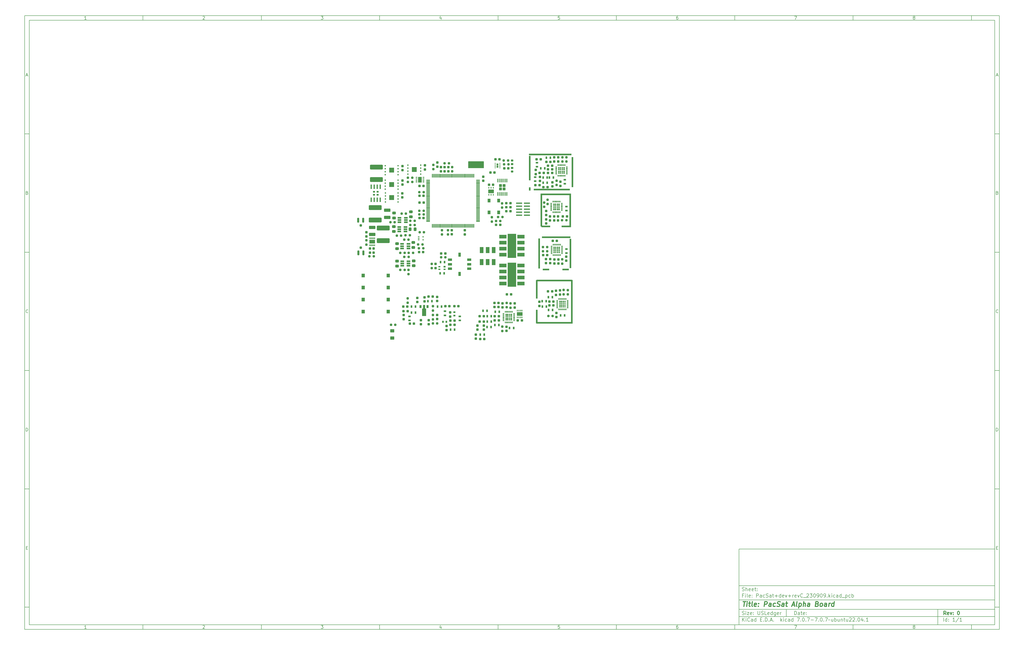
<source format=gbr>
%TF.GenerationSoftware,KiCad,Pcbnew,7.0.7-7.0.7~ubuntu22.04.1*%
%TF.CreationDate,2023-09-14T09:00:47-05:00*%
%TF.ProjectId,PacSat+dev+revC_230909,50616353-6174-42b6-9465-762b72657643,0*%
%TF.SameCoordinates,Original*%
%TF.FileFunction,Paste,Top*%
%TF.FilePolarity,Positive*%
%FSLAX46Y46*%
G04 Gerber Fmt 4.6, Leading zero omitted, Abs format (unit mm)*
G04 Created by KiCad (PCBNEW 7.0.7-7.0.7~ubuntu22.04.1) date 2023-09-14 09:00:47*
%MOMM*%
%LPD*%
G01*
G04 APERTURE LIST*
G04 Aperture macros list*
%AMRoundRect*
0 Rectangle with rounded corners*
0 $1 Rounding radius*
0 $2 $3 $4 $5 $6 $7 $8 $9 X,Y pos of 4 corners*
0 Add a 4 corners polygon primitive as box body*
4,1,4,$2,$3,$4,$5,$6,$7,$8,$9,$2,$3,0*
0 Add four circle primitives for the rounded corners*
1,1,$1+$1,$2,$3*
1,1,$1+$1,$4,$5*
1,1,$1+$1,$6,$7*
1,1,$1+$1,$8,$9*
0 Add four rect primitives between the rounded corners*
20,1,$1+$1,$2,$3,$4,$5,0*
20,1,$1+$1,$4,$5,$6,$7,0*
20,1,$1+$1,$6,$7,$8,$9,0*
20,1,$1+$1,$8,$9,$2,$3,0*%
%AMFreePoly0*
4,1,9,3.862500,-0.866500,0.737500,-0.866500,0.737500,-0.450000,-0.737500,-0.450000,-0.737500,0.450000,0.737500,0.450000,0.737500,0.866500,3.862500,0.866500,3.862500,-0.866500,3.862500,-0.866500,$1*%
G04 Aperture macros list end*
%ADD10C,0.100000*%
%ADD11C,0.150000*%
%ADD12C,0.300000*%
%ADD13C,0.400000*%
%ADD14C,0.200000*%
%ADD15RoundRect,0.237500X0.237500X-0.300000X0.237500X0.300000X-0.237500X0.300000X-0.237500X-0.300000X0*%
%ADD16RoundRect,0.237500X0.300000X0.237500X-0.300000X0.237500X-0.300000X-0.237500X0.300000X-0.237500X0*%
%ADD17RoundRect,0.237500X-0.237500X0.300000X-0.237500X-0.300000X0.237500X-0.300000X0.237500X0.300000X0*%
%ADD18RoundRect,0.237500X0.237500X-0.287500X0.237500X0.287500X-0.237500X0.287500X-0.237500X-0.287500X0*%
%ADD19R,0.300000X1.600000*%
%ADD20R,1.600000X0.300000*%
%ADD21RoundRect,0.250000X-0.475000X0.337500X-0.475000X-0.337500X0.475000X-0.337500X0.475000X0.337500X0*%
%ADD22RoundRect,0.237500X0.237500X-0.250000X0.237500X0.250000X-0.237500X0.250000X-0.237500X-0.250000X0*%
%ADD23RoundRect,0.237500X-0.300000X-0.237500X0.300000X-0.237500X0.300000X0.237500X-0.300000X0.237500X0*%
%ADD24R,0.660400X1.016000*%
%ADD25R,0.762000X10.414000*%
%ADD26R,18.064480X0.762000*%
%ADD27R,0.762000X1.369060*%
%ADD28R,0.762000X12.700000*%
%ADD29R,15.240000X0.762000*%
%ADD30RoundRect,0.237500X0.250000X0.237500X-0.250000X0.237500X-0.250000X-0.237500X0.250000X-0.237500X0*%
%ADD31RoundRect,0.237500X-0.250000X-0.237500X0.250000X-0.237500X0.250000X0.237500X-0.250000X0.237500X0*%
%ADD32RoundRect,0.249999X-2.450001X0.737501X-2.450001X-0.737501X2.450001X-0.737501X2.450001X0.737501X0*%
%ADD33R,0.900000X1.300000*%
%ADD34FreePoly0,270.000000*%
%ADD35R,2.000000X2.000000*%
%ADD36R,0.600000X0.500000*%
%ADD37RoundRect,0.254000X-0.254000X0.254000X-0.254000X-0.254000X0.254000X-0.254000X0.254000X0.254000X0*%
%ADD38RoundRect,0.200000X-0.200000X0.800000X-0.200000X-0.800000X0.200000X-0.800000X0.200000X0.800000X0*%
%ADD39RoundRect,0.250001X-0.624999X0.462499X-0.624999X-0.462499X0.624999X-0.462499X0.624999X0.462499X0*%
%ADD40R,2.390000X1.600000*%
%ADD41R,0.460000X0.710000*%
%ADD42RoundRect,0.182500X-0.182500X-0.222500X0.182500X-0.222500X0.182500X0.222500X-0.182500X0.222500X0*%
%ADD43RoundRect,0.062500X-0.300000X-0.062500X0.300000X-0.062500X0.300000X0.062500X-0.300000X0.062500X0*%
%ADD44R,2.350000X1.580000*%
%ADD45R,0.300000X0.700000*%
%ADD46R,0.900000X0.700000*%
%ADD47R,1.016000X0.660400*%
%ADD48RoundRect,0.237500X-0.237500X0.250000X-0.237500X-0.250000X0.237500X-0.250000X0.237500X0.250000X0*%
%ADD49R,1.397000X1.524000*%
%ADD50R,1.560000X0.650000*%
%ADD51RoundRect,0.250000X0.475000X-0.337500X0.475000X0.337500X-0.475000X0.337500X-0.475000X-0.337500X0*%
%ADD52R,1.650000X2.540000*%
%ADD53RoundRect,0.250001X1.074999X-0.462499X1.074999X0.462499X-1.074999X0.462499X-1.074999X-0.462499X0*%
%ADD54R,3.810000X0.762000*%
%ADD55R,0.762000X13.970000*%
%ADD56R,12.954000X0.762000*%
%ADD57R,0.939800X0.508000*%
%ADD58R,0.939800X0.787400*%
%ADD59RoundRect,0.218750X-0.256250X0.218750X-0.256250X-0.218750X0.256250X-0.218750X0.256250X0.218750X0*%
%ADD60RoundRect,0.250000X0.337500X0.475000X-0.337500X0.475000X-0.337500X-0.475000X0.337500X-0.475000X0*%
%ADD61R,0.650000X0.350000*%
%ADD62R,0.350000X0.650000*%
%ADD63R,0.350000X0.700000*%
%ADD64RoundRect,0.250001X0.374999X-0.354999X0.374999X0.354999X-0.374999X0.354999X-0.374999X-0.354999X0*%
%ADD65RoundRect,0.100000X0.100000X-0.687500X0.100000X0.687500X-0.100000X0.687500X-0.100000X-0.687500X0*%
%ADD66R,14.935200X0.762000*%
%ADD67R,0.762000X5.740400*%
%ADD68R,0.762000X7.874000*%
%ADD69R,0.762000X18.542000*%
%ADD70RoundRect,0.249999X2.450001X-0.737501X2.450001X0.737501X-2.450001X0.737501X-2.450001X-0.737501X0*%
%ADD71R,0.650000X0.400000*%
%ADD72R,2.540000X0.508000*%
%ADD73R,0.700000X0.900000*%
%ADD74R,1.580000X2.350000*%
%ADD75R,0.700000X0.350000*%
%ADD76R,3.048000X1.524000*%
%ADD77R,3.556000X10.160000*%
%ADD78RoundRect,0.250001X-1.074999X0.462499X-1.074999X-0.462499X1.074999X-0.462499X1.074999X0.462499X0*%
%ADD79R,2.794000X0.762000*%
%ADD80R,12.090400X0.762000*%
%ADD81R,0.762000X12.446000*%
%ADD82RoundRect,0.254000X0.254000X-0.254000X0.254000X0.254000X-0.254000X0.254000X-0.254000X-0.254000X0*%
%ADD83RoundRect,0.200000X0.200000X-0.800000X0.200000X0.800000X-0.200000X0.800000X-0.200000X-0.800000X0*%
%ADD84R,1.778000X1.016000*%
%ADD85R,1.016000X1.778000*%
%ADD86R,1.300000X1.600000*%
%ADD87R,0.610000X1.910000*%
%ADD88R,0.930000X0.723000*%
G04 APERTURE END LIST*
D10*
D11*
X311800000Y-235400000D02*
X419800000Y-235400000D01*
X419800000Y-267400000D01*
X311800000Y-267400000D01*
X311800000Y-235400000D01*
D10*
D11*
X10000000Y-10000000D02*
X421800000Y-10000000D01*
X421800000Y-269400000D01*
X10000000Y-269400000D01*
X10000000Y-10000000D01*
D10*
D11*
X12000000Y-12000000D02*
X419800000Y-12000000D01*
X419800000Y-267400000D01*
X12000000Y-267400000D01*
X12000000Y-12000000D01*
D10*
D11*
X60000000Y-12000000D02*
X60000000Y-10000000D01*
D10*
D11*
X110000000Y-12000000D02*
X110000000Y-10000000D01*
D10*
D11*
X160000000Y-12000000D02*
X160000000Y-10000000D01*
D10*
D11*
X210000000Y-12000000D02*
X210000000Y-10000000D01*
D10*
D11*
X260000000Y-12000000D02*
X260000000Y-10000000D01*
D10*
D11*
X310000000Y-12000000D02*
X310000000Y-10000000D01*
D10*
D11*
X360000000Y-12000000D02*
X360000000Y-10000000D01*
D10*
D11*
X410000000Y-12000000D02*
X410000000Y-10000000D01*
D10*
D11*
X36089160Y-11593604D02*
X35346303Y-11593604D01*
X35717731Y-11593604D02*
X35717731Y-10293604D01*
X35717731Y-10293604D02*
X35593922Y-10479319D01*
X35593922Y-10479319D02*
X35470112Y-10603128D01*
X35470112Y-10603128D02*
X35346303Y-10665033D01*
D10*
D11*
X85346303Y-10417414D02*
X85408207Y-10355509D01*
X85408207Y-10355509D02*
X85532017Y-10293604D01*
X85532017Y-10293604D02*
X85841541Y-10293604D01*
X85841541Y-10293604D02*
X85965350Y-10355509D01*
X85965350Y-10355509D02*
X86027255Y-10417414D01*
X86027255Y-10417414D02*
X86089160Y-10541223D01*
X86089160Y-10541223D02*
X86089160Y-10665033D01*
X86089160Y-10665033D02*
X86027255Y-10850747D01*
X86027255Y-10850747D02*
X85284398Y-11593604D01*
X85284398Y-11593604D02*
X86089160Y-11593604D01*
D10*
D11*
X135284398Y-10293604D02*
X136089160Y-10293604D01*
X136089160Y-10293604D02*
X135655826Y-10788842D01*
X135655826Y-10788842D02*
X135841541Y-10788842D01*
X135841541Y-10788842D02*
X135965350Y-10850747D01*
X135965350Y-10850747D02*
X136027255Y-10912652D01*
X136027255Y-10912652D02*
X136089160Y-11036461D01*
X136089160Y-11036461D02*
X136089160Y-11345985D01*
X136089160Y-11345985D02*
X136027255Y-11469795D01*
X136027255Y-11469795D02*
X135965350Y-11531700D01*
X135965350Y-11531700D02*
X135841541Y-11593604D01*
X135841541Y-11593604D02*
X135470112Y-11593604D01*
X135470112Y-11593604D02*
X135346303Y-11531700D01*
X135346303Y-11531700D02*
X135284398Y-11469795D01*
D10*
D11*
X185965350Y-10726938D02*
X185965350Y-11593604D01*
X185655826Y-10231700D02*
X185346303Y-11160271D01*
X185346303Y-11160271D02*
X186151064Y-11160271D01*
D10*
D11*
X236027255Y-10293604D02*
X235408207Y-10293604D01*
X235408207Y-10293604D02*
X235346303Y-10912652D01*
X235346303Y-10912652D02*
X235408207Y-10850747D01*
X235408207Y-10850747D02*
X235532017Y-10788842D01*
X235532017Y-10788842D02*
X235841541Y-10788842D01*
X235841541Y-10788842D02*
X235965350Y-10850747D01*
X235965350Y-10850747D02*
X236027255Y-10912652D01*
X236027255Y-10912652D02*
X236089160Y-11036461D01*
X236089160Y-11036461D02*
X236089160Y-11345985D01*
X236089160Y-11345985D02*
X236027255Y-11469795D01*
X236027255Y-11469795D02*
X235965350Y-11531700D01*
X235965350Y-11531700D02*
X235841541Y-11593604D01*
X235841541Y-11593604D02*
X235532017Y-11593604D01*
X235532017Y-11593604D02*
X235408207Y-11531700D01*
X235408207Y-11531700D02*
X235346303Y-11469795D01*
D10*
D11*
X285965350Y-10293604D02*
X285717731Y-10293604D01*
X285717731Y-10293604D02*
X285593922Y-10355509D01*
X285593922Y-10355509D02*
X285532017Y-10417414D01*
X285532017Y-10417414D02*
X285408207Y-10603128D01*
X285408207Y-10603128D02*
X285346303Y-10850747D01*
X285346303Y-10850747D02*
X285346303Y-11345985D01*
X285346303Y-11345985D02*
X285408207Y-11469795D01*
X285408207Y-11469795D02*
X285470112Y-11531700D01*
X285470112Y-11531700D02*
X285593922Y-11593604D01*
X285593922Y-11593604D02*
X285841541Y-11593604D01*
X285841541Y-11593604D02*
X285965350Y-11531700D01*
X285965350Y-11531700D02*
X286027255Y-11469795D01*
X286027255Y-11469795D02*
X286089160Y-11345985D01*
X286089160Y-11345985D02*
X286089160Y-11036461D01*
X286089160Y-11036461D02*
X286027255Y-10912652D01*
X286027255Y-10912652D02*
X285965350Y-10850747D01*
X285965350Y-10850747D02*
X285841541Y-10788842D01*
X285841541Y-10788842D02*
X285593922Y-10788842D01*
X285593922Y-10788842D02*
X285470112Y-10850747D01*
X285470112Y-10850747D02*
X285408207Y-10912652D01*
X285408207Y-10912652D02*
X285346303Y-11036461D01*
D10*
D11*
X335284398Y-10293604D02*
X336151064Y-10293604D01*
X336151064Y-10293604D02*
X335593922Y-11593604D01*
D10*
D11*
X385593922Y-10850747D02*
X385470112Y-10788842D01*
X385470112Y-10788842D02*
X385408207Y-10726938D01*
X385408207Y-10726938D02*
X385346303Y-10603128D01*
X385346303Y-10603128D02*
X385346303Y-10541223D01*
X385346303Y-10541223D02*
X385408207Y-10417414D01*
X385408207Y-10417414D02*
X385470112Y-10355509D01*
X385470112Y-10355509D02*
X385593922Y-10293604D01*
X385593922Y-10293604D02*
X385841541Y-10293604D01*
X385841541Y-10293604D02*
X385965350Y-10355509D01*
X385965350Y-10355509D02*
X386027255Y-10417414D01*
X386027255Y-10417414D02*
X386089160Y-10541223D01*
X386089160Y-10541223D02*
X386089160Y-10603128D01*
X386089160Y-10603128D02*
X386027255Y-10726938D01*
X386027255Y-10726938D02*
X385965350Y-10788842D01*
X385965350Y-10788842D02*
X385841541Y-10850747D01*
X385841541Y-10850747D02*
X385593922Y-10850747D01*
X385593922Y-10850747D02*
X385470112Y-10912652D01*
X385470112Y-10912652D02*
X385408207Y-10974557D01*
X385408207Y-10974557D02*
X385346303Y-11098366D01*
X385346303Y-11098366D02*
X385346303Y-11345985D01*
X385346303Y-11345985D02*
X385408207Y-11469795D01*
X385408207Y-11469795D02*
X385470112Y-11531700D01*
X385470112Y-11531700D02*
X385593922Y-11593604D01*
X385593922Y-11593604D02*
X385841541Y-11593604D01*
X385841541Y-11593604D02*
X385965350Y-11531700D01*
X385965350Y-11531700D02*
X386027255Y-11469795D01*
X386027255Y-11469795D02*
X386089160Y-11345985D01*
X386089160Y-11345985D02*
X386089160Y-11098366D01*
X386089160Y-11098366D02*
X386027255Y-10974557D01*
X386027255Y-10974557D02*
X385965350Y-10912652D01*
X385965350Y-10912652D02*
X385841541Y-10850747D01*
D10*
D11*
X60000000Y-267400000D02*
X60000000Y-269400000D01*
D10*
D11*
X110000000Y-267400000D02*
X110000000Y-269400000D01*
D10*
D11*
X160000000Y-267400000D02*
X160000000Y-269400000D01*
D10*
D11*
X210000000Y-267400000D02*
X210000000Y-269400000D01*
D10*
D11*
X260000000Y-267400000D02*
X260000000Y-269400000D01*
D10*
D11*
X310000000Y-267400000D02*
X310000000Y-269400000D01*
D10*
D11*
X360000000Y-267400000D02*
X360000000Y-269400000D01*
D10*
D11*
X410000000Y-267400000D02*
X410000000Y-269400000D01*
D10*
D11*
X36089160Y-268993604D02*
X35346303Y-268993604D01*
X35717731Y-268993604D02*
X35717731Y-267693604D01*
X35717731Y-267693604D02*
X35593922Y-267879319D01*
X35593922Y-267879319D02*
X35470112Y-268003128D01*
X35470112Y-268003128D02*
X35346303Y-268065033D01*
D10*
D11*
X85346303Y-267817414D02*
X85408207Y-267755509D01*
X85408207Y-267755509D02*
X85532017Y-267693604D01*
X85532017Y-267693604D02*
X85841541Y-267693604D01*
X85841541Y-267693604D02*
X85965350Y-267755509D01*
X85965350Y-267755509D02*
X86027255Y-267817414D01*
X86027255Y-267817414D02*
X86089160Y-267941223D01*
X86089160Y-267941223D02*
X86089160Y-268065033D01*
X86089160Y-268065033D02*
X86027255Y-268250747D01*
X86027255Y-268250747D02*
X85284398Y-268993604D01*
X85284398Y-268993604D02*
X86089160Y-268993604D01*
D10*
D11*
X135284398Y-267693604D02*
X136089160Y-267693604D01*
X136089160Y-267693604D02*
X135655826Y-268188842D01*
X135655826Y-268188842D02*
X135841541Y-268188842D01*
X135841541Y-268188842D02*
X135965350Y-268250747D01*
X135965350Y-268250747D02*
X136027255Y-268312652D01*
X136027255Y-268312652D02*
X136089160Y-268436461D01*
X136089160Y-268436461D02*
X136089160Y-268745985D01*
X136089160Y-268745985D02*
X136027255Y-268869795D01*
X136027255Y-268869795D02*
X135965350Y-268931700D01*
X135965350Y-268931700D02*
X135841541Y-268993604D01*
X135841541Y-268993604D02*
X135470112Y-268993604D01*
X135470112Y-268993604D02*
X135346303Y-268931700D01*
X135346303Y-268931700D02*
X135284398Y-268869795D01*
D10*
D11*
X185965350Y-268126938D02*
X185965350Y-268993604D01*
X185655826Y-267631700D02*
X185346303Y-268560271D01*
X185346303Y-268560271D02*
X186151064Y-268560271D01*
D10*
D11*
X236027255Y-267693604D02*
X235408207Y-267693604D01*
X235408207Y-267693604D02*
X235346303Y-268312652D01*
X235346303Y-268312652D02*
X235408207Y-268250747D01*
X235408207Y-268250747D02*
X235532017Y-268188842D01*
X235532017Y-268188842D02*
X235841541Y-268188842D01*
X235841541Y-268188842D02*
X235965350Y-268250747D01*
X235965350Y-268250747D02*
X236027255Y-268312652D01*
X236027255Y-268312652D02*
X236089160Y-268436461D01*
X236089160Y-268436461D02*
X236089160Y-268745985D01*
X236089160Y-268745985D02*
X236027255Y-268869795D01*
X236027255Y-268869795D02*
X235965350Y-268931700D01*
X235965350Y-268931700D02*
X235841541Y-268993604D01*
X235841541Y-268993604D02*
X235532017Y-268993604D01*
X235532017Y-268993604D02*
X235408207Y-268931700D01*
X235408207Y-268931700D02*
X235346303Y-268869795D01*
D10*
D11*
X285965350Y-267693604D02*
X285717731Y-267693604D01*
X285717731Y-267693604D02*
X285593922Y-267755509D01*
X285593922Y-267755509D02*
X285532017Y-267817414D01*
X285532017Y-267817414D02*
X285408207Y-268003128D01*
X285408207Y-268003128D02*
X285346303Y-268250747D01*
X285346303Y-268250747D02*
X285346303Y-268745985D01*
X285346303Y-268745985D02*
X285408207Y-268869795D01*
X285408207Y-268869795D02*
X285470112Y-268931700D01*
X285470112Y-268931700D02*
X285593922Y-268993604D01*
X285593922Y-268993604D02*
X285841541Y-268993604D01*
X285841541Y-268993604D02*
X285965350Y-268931700D01*
X285965350Y-268931700D02*
X286027255Y-268869795D01*
X286027255Y-268869795D02*
X286089160Y-268745985D01*
X286089160Y-268745985D02*
X286089160Y-268436461D01*
X286089160Y-268436461D02*
X286027255Y-268312652D01*
X286027255Y-268312652D02*
X285965350Y-268250747D01*
X285965350Y-268250747D02*
X285841541Y-268188842D01*
X285841541Y-268188842D02*
X285593922Y-268188842D01*
X285593922Y-268188842D02*
X285470112Y-268250747D01*
X285470112Y-268250747D02*
X285408207Y-268312652D01*
X285408207Y-268312652D02*
X285346303Y-268436461D01*
D10*
D11*
X335284398Y-267693604D02*
X336151064Y-267693604D01*
X336151064Y-267693604D02*
X335593922Y-268993604D01*
D10*
D11*
X385593922Y-268250747D02*
X385470112Y-268188842D01*
X385470112Y-268188842D02*
X385408207Y-268126938D01*
X385408207Y-268126938D02*
X385346303Y-268003128D01*
X385346303Y-268003128D02*
X385346303Y-267941223D01*
X385346303Y-267941223D02*
X385408207Y-267817414D01*
X385408207Y-267817414D02*
X385470112Y-267755509D01*
X385470112Y-267755509D02*
X385593922Y-267693604D01*
X385593922Y-267693604D02*
X385841541Y-267693604D01*
X385841541Y-267693604D02*
X385965350Y-267755509D01*
X385965350Y-267755509D02*
X386027255Y-267817414D01*
X386027255Y-267817414D02*
X386089160Y-267941223D01*
X386089160Y-267941223D02*
X386089160Y-268003128D01*
X386089160Y-268003128D02*
X386027255Y-268126938D01*
X386027255Y-268126938D02*
X385965350Y-268188842D01*
X385965350Y-268188842D02*
X385841541Y-268250747D01*
X385841541Y-268250747D02*
X385593922Y-268250747D01*
X385593922Y-268250747D02*
X385470112Y-268312652D01*
X385470112Y-268312652D02*
X385408207Y-268374557D01*
X385408207Y-268374557D02*
X385346303Y-268498366D01*
X385346303Y-268498366D02*
X385346303Y-268745985D01*
X385346303Y-268745985D02*
X385408207Y-268869795D01*
X385408207Y-268869795D02*
X385470112Y-268931700D01*
X385470112Y-268931700D02*
X385593922Y-268993604D01*
X385593922Y-268993604D02*
X385841541Y-268993604D01*
X385841541Y-268993604D02*
X385965350Y-268931700D01*
X385965350Y-268931700D02*
X386027255Y-268869795D01*
X386027255Y-268869795D02*
X386089160Y-268745985D01*
X386089160Y-268745985D02*
X386089160Y-268498366D01*
X386089160Y-268498366D02*
X386027255Y-268374557D01*
X386027255Y-268374557D02*
X385965350Y-268312652D01*
X385965350Y-268312652D02*
X385841541Y-268250747D01*
D10*
D11*
X10000000Y-60000000D02*
X12000000Y-60000000D01*
D10*
D11*
X10000000Y-110000000D02*
X12000000Y-110000000D01*
D10*
D11*
X10000000Y-160000000D02*
X12000000Y-160000000D01*
D10*
D11*
X10000000Y-210000000D02*
X12000000Y-210000000D01*
D10*
D11*
X10000000Y-260000000D02*
X12000000Y-260000000D01*
D10*
D11*
X10690476Y-35222176D02*
X11309523Y-35222176D01*
X10566666Y-35593604D02*
X10999999Y-34293604D01*
X10999999Y-34293604D02*
X11433333Y-35593604D01*
D10*
D11*
X11092857Y-84912652D02*
X11278571Y-84974557D01*
X11278571Y-84974557D02*
X11340476Y-85036461D01*
X11340476Y-85036461D02*
X11402380Y-85160271D01*
X11402380Y-85160271D02*
X11402380Y-85345985D01*
X11402380Y-85345985D02*
X11340476Y-85469795D01*
X11340476Y-85469795D02*
X11278571Y-85531700D01*
X11278571Y-85531700D02*
X11154761Y-85593604D01*
X11154761Y-85593604D02*
X10659523Y-85593604D01*
X10659523Y-85593604D02*
X10659523Y-84293604D01*
X10659523Y-84293604D02*
X11092857Y-84293604D01*
X11092857Y-84293604D02*
X11216666Y-84355509D01*
X11216666Y-84355509D02*
X11278571Y-84417414D01*
X11278571Y-84417414D02*
X11340476Y-84541223D01*
X11340476Y-84541223D02*
X11340476Y-84665033D01*
X11340476Y-84665033D02*
X11278571Y-84788842D01*
X11278571Y-84788842D02*
X11216666Y-84850747D01*
X11216666Y-84850747D02*
X11092857Y-84912652D01*
X11092857Y-84912652D02*
X10659523Y-84912652D01*
D10*
D11*
X11402380Y-135469795D02*
X11340476Y-135531700D01*
X11340476Y-135531700D02*
X11154761Y-135593604D01*
X11154761Y-135593604D02*
X11030952Y-135593604D01*
X11030952Y-135593604D02*
X10845238Y-135531700D01*
X10845238Y-135531700D02*
X10721428Y-135407890D01*
X10721428Y-135407890D02*
X10659523Y-135284080D01*
X10659523Y-135284080D02*
X10597619Y-135036461D01*
X10597619Y-135036461D02*
X10597619Y-134850747D01*
X10597619Y-134850747D02*
X10659523Y-134603128D01*
X10659523Y-134603128D02*
X10721428Y-134479319D01*
X10721428Y-134479319D02*
X10845238Y-134355509D01*
X10845238Y-134355509D02*
X11030952Y-134293604D01*
X11030952Y-134293604D02*
X11154761Y-134293604D01*
X11154761Y-134293604D02*
X11340476Y-134355509D01*
X11340476Y-134355509D02*
X11402380Y-134417414D01*
D10*
D11*
X10659523Y-185593604D02*
X10659523Y-184293604D01*
X10659523Y-184293604D02*
X10969047Y-184293604D01*
X10969047Y-184293604D02*
X11154761Y-184355509D01*
X11154761Y-184355509D02*
X11278571Y-184479319D01*
X11278571Y-184479319D02*
X11340476Y-184603128D01*
X11340476Y-184603128D02*
X11402380Y-184850747D01*
X11402380Y-184850747D02*
X11402380Y-185036461D01*
X11402380Y-185036461D02*
X11340476Y-185284080D01*
X11340476Y-185284080D02*
X11278571Y-185407890D01*
X11278571Y-185407890D02*
X11154761Y-185531700D01*
X11154761Y-185531700D02*
X10969047Y-185593604D01*
X10969047Y-185593604D02*
X10659523Y-185593604D01*
D10*
D11*
X10721428Y-234912652D02*
X11154762Y-234912652D01*
X11340476Y-235593604D02*
X10721428Y-235593604D01*
X10721428Y-235593604D02*
X10721428Y-234293604D01*
X10721428Y-234293604D02*
X11340476Y-234293604D01*
D10*
D11*
X421800000Y-60000000D02*
X419800000Y-60000000D01*
D10*
D11*
X421800000Y-110000000D02*
X419800000Y-110000000D01*
D10*
D11*
X421800000Y-160000000D02*
X419800000Y-160000000D01*
D10*
D11*
X421800000Y-210000000D02*
X419800000Y-210000000D01*
D10*
D11*
X421800000Y-260000000D02*
X419800000Y-260000000D01*
D10*
D11*
X420490476Y-35222176D02*
X421109523Y-35222176D01*
X420366666Y-35593604D02*
X420799999Y-34293604D01*
X420799999Y-34293604D02*
X421233333Y-35593604D01*
D10*
D11*
X420892857Y-84912652D02*
X421078571Y-84974557D01*
X421078571Y-84974557D02*
X421140476Y-85036461D01*
X421140476Y-85036461D02*
X421202380Y-85160271D01*
X421202380Y-85160271D02*
X421202380Y-85345985D01*
X421202380Y-85345985D02*
X421140476Y-85469795D01*
X421140476Y-85469795D02*
X421078571Y-85531700D01*
X421078571Y-85531700D02*
X420954761Y-85593604D01*
X420954761Y-85593604D02*
X420459523Y-85593604D01*
X420459523Y-85593604D02*
X420459523Y-84293604D01*
X420459523Y-84293604D02*
X420892857Y-84293604D01*
X420892857Y-84293604D02*
X421016666Y-84355509D01*
X421016666Y-84355509D02*
X421078571Y-84417414D01*
X421078571Y-84417414D02*
X421140476Y-84541223D01*
X421140476Y-84541223D02*
X421140476Y-84665033D01*
X421140476Y-84665033D02*
X421078571Y-84788842D01*
X421078571Y-84788842D02*
X421016666Y-84850747D01*
X421016666Y-84850747D02*
X420892857Y-84912652D01*
X420892857Y-84912652D02*
X420459523Y-84912652D01*
D10*
D11*
X421202380Y-135469795D02*
X421140476Y-135531700D01*
X421140476Y-135531700D02*
X420954761Y-135593604D01*
X420954761Y-135593604D02*
X420830952Y-135593604D01*
X420830952Y-135593604D02*
X420645238Y-135531700D01*
X420645238Y-135531700D02*
X420521428Y-135407890D01*
X420521428Y-135407890D02*
X420459523Y-135284080D01*
X420459523Y-135284080D02*
X420397619Y-135036461D01*
X420397619Y-135036461D02*
X420397619Y-134850747D01*
X420397619Y-134850747D02*
X420459523Y-134603128D01*
X420459523Y-134603128D02*
X420521428Y-134479319D01*
X420521428Y-134479319D02*
X420645238Y-134355509D01*
X420645238Y-134355509D02*
X420830952Y-134293604D01*
X420830952Y-134293604D02*
X420954761Y-134293604D01*
X420954761Y-134293604D02*
X421140476Y-134355509D01*
X421140476Y-134355509D02*
X421202380Y-134417414D01*
D10*
D11*
X420459523Y-185593604D02*
X420459523Y-184293604D01*
X420459523Y-184293604D02*
X420769047Y-184293604D01*
X420769047Y-184293604D02*
X420954761Y-184355509D01*
X420954761Y-184355509D02*
X421078571Y-184479319D01*
X421078571Y-184479319D02*
X421140476Y-184603128D01*
X421140476Y-184603128D02*
X421202380Y-184850747D01*
X421202380Y-184850747D02*
X421202380Y-185036461D01*
X421202380Y-185036461D02*
X421140476Y-185284080D01*
X421140476Y-185284080D02*
X421078571Y-185407890D01*
X421078571Y-185407890D02*
X420954761Y-185531700D01*
X420954761Y-185531700D02*
X420769047Y-185593604D01*
X420769047Y-185593604D02*
X420459523Y-185593604D01*
D10*
D11*
X420521428Y-234912652D02*
X420954762Y-234912652D01*
X421140476Y-235593604D02*
X420521428Y-235593604D01*
X420521428Y-235593604D02*
X420521428Y-234293604D01*
X420521428Y-234293604D02*
X421140476Y-234293604D01*
D10*
D11*
X335255826Y-263186128D02*
X335255826Y-261686128D01*
X335255826Y-261686128D02*
X335612969Y-261686128D01*
X335612969Y-261686128D02*
X335827255Y-261757557D01*
X335827255Y-261757557D02*
X335970112Y-261900414D01*
X335970112Y-261900414D02*
X336041541Y-262043271D01*
X336041541Y-262043271D02*
X336112969Y-262328985D01*
X336112969Y-262328985D02*
X336112969Y-262543271D01*
X336112969Y-262543271D02*
X336041541Y-262828985D01*
X336041541Y-262828985D02*
X335970112Y-262971842D01*
X335970112Y-262971842D02*
X335827255Y-263114700D01*
X335827255Y-263114700D02*
X335612969Y-263186128D01*
X335612969Y-263186128D02*
X335255826Y-263186128D01*
X337398684Y-263186128D02*
X337398684Y-262400414D01*
X337398684Y-262400414D02*
X337327255Y-262257557D01*
X337327255Y-262257557D02*
X337184398Y-262186128D01*
X337184398Y-262186128D02*
X336898684Y-262186128D01*
X336898684Y-262186128D02*
X336755826Y-262257557D01*
X337398684Y-263114700D02*
X337255826Y-263186128D01*
X337255826Y-263186128D02*
X336898684Y-263186128D01*
X336898684Y-263186128D02*
X336755826Y-263114700D01*
X336755826Y-263114700D02*
X336684398Y-262971842D01*
X336684398Y-262971842D02*
X336684398Y-262828985D01*
X336684398Y-262828985D02*
X336755826Y-262686128D01*
X336755826Y-262686128D02*
X336898684Y-262614700D01*
X336898684Y-262614700D02*
X337255826Y-262614700D01*
X337255826Y-262614700D02*
X337398684Y-262543271D01*
X337898684Y-262186128D02*
X338470112Y-262186128D01*
X338112969Y-261686128D02*
X338112969Y-262971842D01*
X338112969Y-262971842D02*
X338184398Y-263114700D01*
X338184398Y-263114700D02*
X338327255Y-263186128D01*
X338327255Y-263186128D02*
X338470112Y-263186128D01*
X339541541Y-263114700D02*
X339398684Y-263186128D01*
X339398684Y-263186128D02*
X339112970Y-263186128D01*
X339112970Y-263186128D02*
X338970112Y-263114700D01*
X338970112Y-263114700D02*
X338898684Y-262971842D01*
X338898684Y-262971842D02*
X338898684Y-262400414D01*
X338898684Y-262400414D02*
X338970112Y-262257557D01*
X338970112Y-262257557D02*
X339112970Y-262186128D01*
X339112970Y-262186128D02*
X339398684Y-262186128D01*
X339398684Y-262186128D02*
X339541541Y-262257557D01*
X339541541Y-262257557D02*
X339612970Y-262400414D01*
X339612970Y-262400414D02*
X339612970Y-262543271D01*
X339612970Y-262543271D02*
X338898684Y-262686128D01*
X340255826Y-263043271D02*
X340327255Y-263114700D01*
X340327255Y-263114700D02*
X340255826Y-263186128D01*
X340255826Y-263186128D02*
X340184398Y-263114700D01*
X340184398Y-263114700D02*
X340255826Y-263043271D01*
X340255826Y-263043271D02*
X340255826Y-263186128D01*
X340255826Y-262257557D02*
X340327255Y-262328985D01*
X340327255Y-262328985D02*
X340255826Y-262400414D01*
X340255826Y-262400414D02*
X340184398Y-262328985D01*
X340184398Y-262328985D02*
X340255826Y-262257557D01*
X340255826Y-262257557D02*
X340255826Y-262400414D01*
D10*
D11*
X311800000Y-263900000D02*
X419800000Y-263900000D01*
D10*
D11*
X313255826Y-265986128D02*
X313255826Y-264486128D01*
X314112969Y-265986128D02*
X313470112Y-265128985D01*
X314112969Y-264486128D02*
X313255826Y-265343271D01*
X314755826Y-265986128D02*
X314755826Y-264986128D01*
X314755826Y-264486128D02*
X314684398Y-264557557D01*
X314684398Y-264557557D02*
X314755826Y-264628985D01*
X314755826Y-264628985D02*
X314827255Y-264557557D01*
X314827255Y-264557557D02*
X314755826Y-264486128D01*
X314755826Y-264486128D02*
X314755826Y-264628985D01*
X316327255Y-265843271D02*
X316255827Y-265914700D01*
X316255827Y-265914700D02*
X316041541Y-265986128D01*
X316041541Y-265986128D02*
X315898684Y-265986128D01*
X315898684Y-265986128D02*
X315684398Y-265914700D01*
X315684398Y-265914700D02*
X315541541Y-265771842D01*
X315541541Y-265771842D02*
X315470112Y-265628985D01*
X315470112Y-265628985D02*
X315398684Y-265343271D01*
X315398684Y-265343271D02*
X315398684Y-265128985D01*
X315398684Y-265128985D02*
X315470112Y-264843271D01*
X315470112Y-264843271D02*
X315541541Y-264700414D01*
X315541541Y-264700414D02*
X315684398Y-264557557D01*
X315684398Y-264557557D02*
X315898684Y-264486128D01*
X315898684Y-264486128D02*
X316041541Y-264486128D01*
X316041541Y-264486128D02*
X316255827Y-264557557D01*
X316255827Y-264557557D02*
X316327255Y-264628985D01*
X317612970Y-265986128D02*
X317612970Y-265200414D01*
X317612970Y-265200414D02*
X317541541Y-265057557D01*
X317541541Y-265057557D02*
X317398684Y-264986128D01*
X317398684Y-264986128D02*
X317112970Y-264986128D01*
X317112970Y-264986128D02*
X316970112Y-265057557D01*
X317612970Y-265914700D02*
X317470112Y-265986128D01*
X317470112Y-265986128D02*
X317112970Y-265986128D01*
X317112970Y-265986128D02*
X316970112Y-265914700D01*
X316970112Y-265914700D02*
X316898684Y-265771842D01*
X316898684Y-265771842D02*
X316898684Y-265628985D01*
X316898684Y-265628985D02*
X316970112Y-265486128D01*
X316970112Y-265486128D02*
X317112970Y-265414700D01*
X317112970Y-265414700D02*
X317470112Y-265414700D01*
X317470112Y-265414700D02*
X317612970Y-265343271D01*
X318970113Y-265986128D02*
X318970113Y-264486128D01*
X318970113Y-265914700D02*
X318827255Y-265986128D01*
X318827255Y-265986128D02*
X318541541Y-265986128D01*
X318541541Y-265986128D02*
X318398684Y-265914700D01*
X318398684Y-265914700D02*
X318327255Y-265843271D01*
X318327255Y-265843271D02*
X318255827Y-265700414D01*
X318255827Y-265700414D02*
X318255827Y-265271842D01*
X318255827Y-265271842D02*
X318327255Y-265128985D01*
X318327255Y-265128985D02*
X318398684Y-265057557D01*
X318398684Y-265057557D02*
X318541541Y-264986128D01*
X318541541Y-264986128D02*
X318827255Y-264986128D01*
X318827255Y-264986128D02*
X318970113Y-265057557D01*
X320827255Y-265200414D02*
X321327255Y-265200414D01*
X321541541Y-265986128D02*
X320827255Y-265986128D01*
X320827255Y-265986128D02*
X320827255Y-264486128D01*
X320827255Y-264486128D02*
X321541541Y-264486128D01*
X322184398Y-265843271D02*
X322255827Y-265914700D01*
X322255827Y-265914700D02*
X322184398Y-265986128D01*
X322184398Y-265986128D02*
X322112970Y-265914700D01*
X322112970Y-265914700D02*
X322184398Y-265843271D01*
X322184398Y-265843271D02*
X322184398Y-265986128D01*
X322898684Y-265986128D02*
X322898684Y-264486128D01*
X322898684Y-264486128D02*
X323255827Y-264486128D01*
X323255827Y-264486128D02*
X323470113Y-264557557D01*
X323470113Y-264557557D02*
X323612970Y-264700414D01*
X323612970Y-264700414D02*
X323684399Y-264843271D01*
X323684399Y-264843271D02*
X323755827Y-265128985D01*
X323755827Y-265128985D02*
X323755827Y-265343271D01*
X323755827Y-265343271D02*
X323684399Y-265628985D01*
X323684399Y-265628985D02*
X323612970Y-265771842D01*
X323612970Y-265771842D02*
X323470113Y-265914700D01*
X323470113Y-265914700D02*
X323255827Y-265986128D01*
X323255827Y-265986128D02*
X322898684Y-265986128D01*
X324398684Y-265843271D02*
X324470113Y-265914700D01*
X324470113Y-265914700D02*
X324398684Y-265986128D01*
X324398684Y-265986128D02*
X324327256Y-265914700D01*
X324327256Y-265914700D02*
X324398684Y-265843271D01*
X324398684Y-265843271D02*
X324398684Y-265986128D01*
X325041542Y-265557557D02*
X325755828Y-265557557D01*
X324898685Y-265986128D02*
X325398685Y-264486128D01*
X325398685Y-264486128D02*
X325898685Y-265986128D01*
X326398684Y-265843271D02*
X326470113Y-265914700D01*
X326470113Y-265914700D02*
X326398684Y-265986128D01*
X326398684Y-265986128D02*
X326327256Y-265914700D01*
X326327256Y-265914700D02*
X326398684Y-265843271D01*
X326398684Y-265843271D02*
X326398684Y-265986128D01*
X329398684Y-265986128D02*
X329398684Y-264486128D01*
X329541542Y-265414700D02*
X329970113Y-265986128D01*
X329970113Y-264986128D02*
X329398684Y-265557557D01*
X330612970Y-265986128D02*
X330612970Y-264986128D01*
X330612970Y-264486128D02*
X330541542Y-264557557D01*
X330541542Y-264557557D02*
X330612970Y-264628985D01*
X330612970Y-264628985D02*
X330684399Y-264557557D01*
X330684399Y-264557557D02*
X330612970Y-264486128D01*
X330612970Y-264486128D02*
X330612970Y-264628985D01*
X331970114Y-265914700D02*
X331827256Y-265986128D01*
X331827256Y-265986128D02*
X331541542Y-265986128D01*
X331541542Y-265986128D02*
X331398685Y-265914700D01*
X331398685Y-265914700D02*
X331327256Y-265843271D01*
X331327256Y-265843271D02*
X331255828Y-265700414D01*
X331255828Y-265700414D02*
X331255828Y-265271842D01*
X331255828Y-265271842D02*
X331327256Y-265128985D01*
X331327256Y-265128985D02*
X331398685Y-265057557D01*
X331398685Y-265057557D02*
X331541542Y-264986128D01*
X331541542Y-264986128D02*
X331827256Y-264986128D01*
X331827256Y-264986128D02*
X331970114Y-265057557D01*
X333255828Y-265986128D02*
X333255828Y-265200414D01*
X333255828Y-265200414D02*
X333184399Y-265057557D01*
X333184399Y-265057557D02*
X333041542Y-264986128D01*
X333041542Y-264986128D02*
X332755828Y-264986128D01*
X332755828Y-264986128D02*
X332612970Y-265057557D01*
X333255828Y-265914700D02*
X333112970Y-265986128D01*
X333112970Y-265986128D02*
X332755828Y-265986128D01*
X332755828Y-265986128D02*
X332612970Y-265914700D01*
X332612970Y-265914700D02*
X332541542Y-265771842D01*
X332541542Y-265771842D02*
X332541542Y-265628985D01*
X332541542Y-265628985D02*
X332612970Y-265486128D01*
X332612970Y-265486128D02*
X332755828Y-265414700D01*
X332755828Y-265414700D02*
X333112970Y-265414700D01*
X333112970Y-265414700D02*
X333255828Y-265343271D01*
X334612971Y-265986128D02*
X334612971Y-264486128D01*
X334612971Y-265914700D02*
X334470113Y-265986128D01*
X334470113Y-265986128D02*
X334184399Y-265986128D01*
X334184399Y-265986128D02*
X334041542Y-265914700D01*
X334041542Y-265914700D02*
X333970113Y-265843271D01*
X333970113Y-265843271D02*
X333898685Y-265700414D01*
X333898685Y-265700414D02*
X333898685Y-265271842D01*
X333898685Y-265271842D02*
X333970113Y-265128985D01*
X333970113Y-265128985D02*
X334041542Y-265057557D01*
X334041542Y-265057557D02*
X334184399Y-264986128D01*
X334184399Y-264986128D02*
X334470113Y-264986128D01*
X334470113Y-264986128D02*
X334612971Y-265057557D01*
X336327256Y-264486128D02*
X337327256Y-264486128D01*
X337327256Y-264486128D02*
X336684399Y-265986128D01*
X337898684Y-265843271D02*
X337970113Y-265914700D01*
X337970113Y-265914700D02*
X337898684Y-265986128D01*
X337898684Y-265986128D02*
X337827256Y-265914700D01*
X337827256Y-265914700D02*
X337898684Y-265843271D01*
X337898684Y-265843271D02*
X337898684Y-265986128D01*
X338898685Y-264486128D02*
X339041542Y-264486128D01*
X339041542Y-264486128D02*
X339184399Y-264557557D01*
X339184399Y-264557557D02*
X339255828Y-264628985D01*
X339255828Y-264628985D02*
X339327256Y-264771842D01*
X339327256Y-264771842D02*
X339398685Y-265057557D01*
X339398685Y-265057557D02*
X339398685Y-265414700D01*
X339398685Y-265414700D02*
X339327256Y-265700414D01*
X339327256Y-265700414D02*
X339255828Y-265843271D01*
X339255828Y-265843271D02*
X339184399Y-265914700D01*
X339184399Y-265914700D02*
X339041542Y-265986128D01*
X339041542Y-265986128D02*
X338898685Y-265986128D01*
X338898685Y-265986128D02*
X338755828Y-265914700D01*
X338755828Y-265914700D02*
X338684399Y-265843271D01*
X338684399Y-265843271D02*
X338612970Y-265700414D01*
X338612970Y-265700414D02*
X338541542Y-265414700D01*
X338541542Y-265414700D02*
X338541542Y-265057557D01*
X338541542Y-265057557D02*
X338612970Y-264771842D01*
X338612970Y-264771842D02*
X338684399Y-264628985D01*
X338684399Y-264628985D02*
X338755828Y-264557557D01*
X338755828Y-264557557D02*
X338898685Y-264486128D01*
X340041541Y-265843271D02*
X340112970Y-265914700D01*
X340112970Y-265914700D02*
X340041541Y-265986128D01*
X340041541Y-265986128D02*
X339970113Y-265914700D01*
X339970113Y-265914700D02*
X340041541Y-265843271D01*
X340041541Y-265843271D02*
X340041541Y-265986128D01*
X340612970Y-264486128D02*
X341612970Y-264486128D01*
X341612970Y-264486128D02*
X340970113Y-265986128D01*
X342184398Y-265414700D02*
X343327256Y-265414700D01*
X343898684Y-264486128D02*
X344898684Y-264486128D01*
X344898684Y-264486128D02*
X344255827Y-265986128D01*
X345470112Y-265843271D02*
X345541541Y-265914700D01*
X345541541Y-265914700D02*
X345470112Y-265986128D01*
X345470112Y-265986128D02*
X345398684Y-265914700D01*
X345398684Y-265914700D02*
X345470112Y-265843271D01*
X345470112Y-265843271D02*
X345470112Y-265986128D01*
X346470113Y-264486128D02*
X346612970Y-264486128D01*
X346612970Y-264486128D02*
X346755827Y-264557557D01*
X346755827Y-264557557D02*
X346827256Y-264628985D01*
X346827256Y-264628985D02*
X346898684Y-264771842D01*
X346898684Y-264771842D02*
X346970113Y-265057557D01*
X346970113Y-265057557D02*
X346970113Y-265414700D01*
X346970113Y-265414700D02*
X346898684Y-265700414D01*
X346898684Y-265700414D02*
X346827256Y-265843271D01*
X346827256Y-265843271D02*
X346755827Y-265914700D01*
X346755827Y-265914700D02*
X346612970Y-265986128D01*
X346612970Y-265986128D02*
X346470113Y-265986128D01*
X346470113Y-265986128D02*
X346327256Y-265914700D01*
X346327256Y-265914700D02*
X346255827Y-265843271D01*
X346255827Y-265843271D02*
X346184398Y-265700414D01*
X346184398Y-265700414D02*
X346112970Y-265414700D01*
X346112970Y-265414700D02*
X346112970Y-265057557D01*
X346112970Y-265057557D02*
X346184398Y-264771842D01*
X346184398Y-264771842D02*
X346255827Y-264628985D01*
X346255827Y-264628985D02*
X346327256Y-264557557D01*
X346327256Y-264557557D02*
X346470113Y-264486128D01*
X347612969Y-265843271D02*
X347684398Y-265914700D01*
X347684398Y-265914700D02*
X347612969Y-265986128D01*
X347612969Y-265986128D02*
X347541541Y-265914700D01*
X347541541Y-265914700D02*
X347612969Y-265843271D01*
X347612969Y-265843271D02*
X347612969Y-265986128D01*
X348184398Y-264486128D02*
X349184398Y-264486128D01*
X349184398Y-264486128D02*
X348541541Y-265986128D01*
X349541541Y-265414700D02*
X349612969Y-265343271D01*
X349612969Y-265343271D02*
X349755826Y-265271842D01*
X349755826Y-265271842D02*
X350041541Y-265414700D01*
X350041541Y-265414700D02*
X350184398Y-265343271D01*
X350184398Y-265343271D02*
X350255826Y-265271842D01*
X351470113Y-264986128D02*
X351470113Y-265986128D01*
X350827255Y-264986128D02*
X350827255Y-265771842D01*
X350827255Y-265771842D02*
X350898684Y-265914700D01*
X350898684Y-265914700D02*
X351041541Y-265986128D01*
X351041541Y-265986128D02*
X351255827Y-265986128D01*
X351255827Y-265986128D02*
X351398684Y-265914700D01*
X351398684Y-265914700D02*
X351470113Y-265843271D01*
X352184398Y-265986128D02*
X352184398Y-264486128D01*
X352184398Y-265057557D02*
X352327256Y-264986128D01*
X352327256Y-264986128D02*
X352612970Y-264986128D01*
X352612970Y-264986128D02*
X352755827Y-265057557D01*
X352755827Y-265057557D02*
X352827256Y-265128985D01*
X352827256Y-265128985D02*
X352898684Y-265271842D01*
X352898684Y-265271842D02*
X352898684Y-265700414D01*
X352898684Y-265700414D02*
X352827256Y-265843271D01*
X352827256Y-265843271D02*
X352755827Y-265914700D01*
X352755827Y-265914700D02*
X352612970Y-265986128D01*
X352612970Y-265986128D02*
X352327256Y-265986128D01*
X352327256Y-265986128D02*
X352184398Y-265914700D01*
X354184399Y-264986128D02*
X354184399Y-265986128D01*
X353541541Y-264986128D02*
X353541541Y-265771842D01*
X353541541Y-265771842D02*
X353612970Y-265914700D01*
X353612970Y-265914700D02*
X353755827Y-265986128D01*
X353755827Y-265986128D02*
X353970113Y-265986128D01*
X353970113Y-265986128D02*
X354112970Y-265914700D01*
X354112970Y-265914700D02*
X354184399Y-265843271D01*
X354898684Y-264986128D02*
X354898684Y-265986128D01*
X354898684Y-265128985D02*
X354970113Y-265057557D01*
X354970113Y-265057557D02*
X355112970Y-264986128D01*
X355112970Y-264986128D02*
X355327256Y-264986128D01*
X355327256Y-264986128D02*
X355470113Y-265057557D01*
X355470113Y-265057557D02*
X355541542Y-265200414D01*
X355541542Y-265200414D02*
X355541542Y-265986128D01*
X356041542Y-264986128D02*
X356612970Y-264986128D01*
X356255827Y-264486128D02*
X356255827Y-265771842D01*
X356255827Y-265771842D02*
X356327256Y-265914700D01*
X356327256Y-265914700D02*
X356470113Y-265986128D01*
X356470113Y-265986128D02*
X356612970Y-265986128D01*
X357755828Y-264986128D02*
X357755828Y-265986128D01*
X357112970Y-264986128D02*
X357112970Y-265771842D01*
X357112970Y-265771842D02*
X357184399Y-265914700D01*
X357184399Y-265914700D02*
X357327256Y-265986128D01*
X357327256Y-265986128D02*
X357541542Y-265986128D01*
X357541542Y-265986128D02*
X357684399Y-265914700D01*
X357684399Y-265914700D02*
X357755828Y-265843271D01*
X358398685Y-264628985D02*
X358470113Y-264557557D01*
X358470113Y-264557557D02*
X358612971Y-264486128D01*
X358612971Y-264486128D02*
X358970113Y-264486128D01*
X358970113Y-264486128D02*
X359112971Y-264557557D01*
X359112971Y-264557557D02*
X359184399Y-264628985D01*
X359184399Y-264628985D02*
X359255828Y-264771842D01*
X359255828Y-264771842D02*
X359255828Y-264914700D01*
X359255828Y-264914700D02*
X359184399Y-265128985D01*
X359184399Y-265128985D02*
X358327256Y-265986128D01*
X358327256Y-265986128D02*
X359255828Y-265986128D01*
X359827256Y-264628985D02*
X359898684Y-264557557D01*
X359898684Y-264557557D02*
X360041542Y-264486128D01*
X360041542Y-264486128D02*
X360398684Y-264486128D01*
X360398684Y-264486128D02*
X360541542Y-264557557D01*
X360541542Y-264557557D02*
X360612970Y-264628985D01*
X360612970Y-264628985D02*
X360684399Y-264771842D01*
X360684399Y-264771842D02*
X360684399Y-264914700D01*
X360684399Y-264914700D02*
X360612970Y-265128985D01*
X360612970Y-265128985D02*
X359755827Y-265986128D01*
X359755827Y-265986128D02*
X360684399Y-265986128D01*
X361327255Y-265843271D02*
X361398684Y-265914700D01*
X361398684Y-265914700D02*
X361327255Y-265986128D01*
X361327255Y-265986128D02*
X361255827Y-265914700D01*
X361255827Y-265914700D02*
X361327255Y-265843271D01*
X361327255Y-265843271D02*
X361327255Y-265986128D01*
X362327256Y-264486128D02*
X362470113Y-264486128D01*
X362470113Y-264486128D02*
X362612970Y-264557557D01*
X362612970Y-264557557D02*
X362684399Y-264628985D01*
X362684399Y-264628985D02*
X362755827Y-264771842D01*
X362755827Y-264771842D02*
X362827256Y-265057557D01*
X362827256Y-265057557D02*
X362827256Y-265414700D01*
X362827256Y-265414700D02*
X362755827Y-265700414D01*
X362755827Y-265700414D02*
X362684399Y-265843271D01*
X362684399Y-265843271D02*
X362612970Y-265914700D01*
X362612970Y-265914700D02*
X362470113Y-265986128D01*
X362470113Y-265986128D02*
X362327256Y-265986128D01*
X362327256Y-265986128D02*
X362184399Y-265914700D01*
X362184399Y-265914700D02*
X362112970Y-265843271D01*
X362112970Y-265843271D02*
X362041541Y-265700414D01*
X362041541Y-265700414D02*
X361970113Y-265414700D01*
X361970113Y-265414700D02*
X361970113Y-265057557D01*
X361970113Y-265057557D02*
X362041541Y-264771842D01*
X362041541Y-264771842D02*
X362112970Y-264628985D01*
X362112970Y-264628985D02*
X362184399Y-264557557D01*
X362184399Y-264557557D02*
X362327256Y-264486128D01*
X364112970Y-264986128D02*
X364112970Y-265986128D01*
X363755827Y-264414700D02*
X363398684Y-265486128D01*
X363398684Y-265486128D02*
X364327255Y-265486128D01*
X364898683Y-265843271D02*
X364970112Y-265914700D01*
X364970112Y-265914700D02*
X364898683Y-265986128D01*
X364898683Y-265986128D02*
X364827255Y-265914700D01*
X364827255Y-265914700D02*
X364898683Y-265843271D01*
X364898683Y-265843271D02*
X364898683Y-265986128D01*
X366398684Y-265986128D02*
X365541541Y-265986128D01*
X365970112Y-265986128D02*
X365970112Y-264486128D01*
X365970112Y-264486128D02*
X365827255Y-264700414D01*
X365827255Y-264700414D02*
X365684398Y-264843271D01*
X365684398Y-264843271D02*
X365541541Y-264914700D01*
D10*
D11*
X311800000Y-260900000D02*
X419800000Y-260900000D01*
D10*
D12*
X399211653Y-263178328D02*
X398711653Y-262464042D01*
X398354510Y-263178328D02*
X398354510Y-261678328D01*
X398354510Y-261678328D02*
X398925939Y-261678328D01*
X398925939Y-261678328D02*
X399068796Y-261749757D01*
X399068796Y-261749757D02*
X399140225Y-261821185D01*
X399140225Y-261821185D02*
X399211653Y-261964042D01*
X399211653Y-261964042D02*
X399211653Y-262178328D01*
X399211653Y-262178328D02*
X399140225Y-262321185D01*
X399140225Y-262321185D02*
X399068796Y-262392614D01*
X399068796Y-262392614D02*
X398925939Y-262464042D01*
X398925939Y-262464042D02*
X398354510Y-262464042D01*
X400425939Y-263106900D02*
X400283082Y-263178328D01*
X400283082Y-263178328D02*
X399997368Y-263178328D01*
X399997368Y-263178328D02*
X399854510Y-263106900D01*
X399854510Y-263106900D02*
X399783082Y-262964042D01*
X399783082Y-262964042D02*
X399783082Y-262392614D01*
X399783082Y-262392614D02*
X399854510Y-262249757D01*
X399854510Y-262249757D02*
X399997368Y-262178328D01*
X399997368Y-262178328D02*
X400283082Y-262178328D01*
X400283082Y-262178328D02*
X400425939Y-262249757D01*
X400425939Y-262249757D02*
X400497368Y-262392614D01*
X400497368Y-262392614D02*
X400497368Y-262535471D01*
X400497368Y-262535471D02*
X399783082Y-262678328D01*
X400997367Y-262178328D02*
X401354510Y-263178328D01*
X401354510Y-263178328D02*
X401711653Y-262178328D01*
X402283081Y-263035471D02*
X402354510Y-263106900D01*
X402354510Y-263106900D02*
X402283081Y-263178328D01*
X402283081Y-263178328D02*
X402211653Y-263106900D01*
X402211653Y-263106900D02*
X402283081Y-263035471D01*
X402283081Y-263035471D02*
X402283081Y-263178328D01*
X402283081Y-262249757D02*
X402354510Y-262321185D01*
X402354510Y-262321185D02*
X402283081Y-262392614D01*
X402283081Y-262392614D02*
X402211653Y-262321185D01*
X402211653Y-262321185D02*
X402283081Y-262249757D01*
X402283081Y-262249757D02*
X402283081Y-262392614D01*
X404425939Y-261678328D02*
X404568796Y-261678328D01*
X404568796Y-261678328D02*
X404711653Y-261749757D01*
X404711653Y-261749757D02*
X404783082Y-261821185D01*
X404783082Y-261821185D02*
X404854510Y-261964042D01*
X404854510Y-261964042D02*
X404925939Y-262249757D01*
X404925939Y-262249757D02*
X404925939Y-262606900D01*
X404925939Y-262606900D02*
X404854510Y-262892614D01*
X404854510Y-262892614D02*
X404783082Y-263035471D01*
X404783082Y-263035471D02*
X404711653Y-263106900D01*
X404711653Y-263106900D02*
X404568796Y-263178328D01*
X404568796Y-263178328D02*
X404425939Y-263178328D01*
X404425939Y-263178328D02*
X404283082Y-263106900D01*
X404283082Y-263106900D02*
X404211653Y-263035471D01*
X404211653Y-263035471D02*
X404140224Y-262892614D01*
X404140224Y-262892614D02*
X404068796Y-262606900D01*
X404068796Y-262606900D02*
X404068796Y-262249757D01*
X404068796Y-262249757D02*
X404140224Y-261964042D01*
X404140224Y-261964042D02*
X404211653Y-261821185D01*
X404211653Y-261821185D02*
X404283082Y-261749757D01*
X404283082Y-261749757D02*
X404425939Y-261678328D01*
D10*
D11*
X313184398Y-263114700D02*
X313398684Y-263186128D01*
X313398684Y-263186128D02*
X313755826Y-263186128D01*
X313755826Y-263186128D02*
X313898684Y-263114700D01*
X313898684Y-263114700D02*
X313970112Y-263043271D01*
X313970112Y-263043271D02*
X314041541Y-262900414D01*
X314041541Y-262900414D02*
X314041541Y-262757557D01*
X314041541Y-262757557D02*
X313970112Y-262614700D01*
X313970112Y-262614700D02*
X313898684Y-262543271D01*
X313898684Y-262543271D02*
X313755826Y-262471842D01*
X313755826Y-262471842D02*
X313470112Y-262400414D01*
X313470112Y-262400414D02*
X313327255Y-262328985D01*
X313327255Y-262328985D02*
X313255826Y-262257557D01*
X313255826Y-262257557D02*
X313184398Y-262114700D01*
X313184398Y-262114700D02*
X313184398Y-261971842D01*
X313184398Y-261971842D02*
X313255826Y-261828985D01*
X313255826Y-261828985D02*
X313327255Y-261757557D01*
X313327255Y-261757557D02*
X313470112Y-261686128D01*
X313470112Y-261686128D02*
X313827255Y-261686128D01*
X313827255Y-261686128D02*
X314041541Y-261757557D01*
X314684397Y-263186128D02*
X314684397Y-262186128D01*
X314684397Y-261686128D02*
X314612969Y-261757557D01*
X314612969Y-261757557D02*
X314684397Y-261828985D01*
X314684397Y-261828985D02*
X314755826Y-261757557D01*
X314755826Y-261757557D02*
X314684397Y-261686128D01*
X314684397Y-261686128D02*
X314684397Y-261828985D01*
X315255826Y-262186128D02*
X316041541Y-262186128D01*
X316041541Y-262186128D02*
X315255826Y-263186128D01*
X315255826Y-263186128D02*
X316041541Y-263186128D01*
X317184398Y-263114700D02*
X317041541Y-263186128D01*
X317041541Y-263186128D02*
X316755827Y-263186128D01*
X316755827Y-263186128D02*
X316612969Y-263114700D01*
X316612969Y-263114700D02*
X316541541Y-262971842D01*
X316541541Y-262971842D02*
X316541541Y-262400414D01*
X316541541Y-262400414D02*
X316612969Y-262257557D01*
X316612969Y-262257557D02*
X316755827Y-262186128D01*
X316755827Y-262186128D02*
X317041541Y-262186128D01*
X317041541Y-262186128D02*
X317184398Y-262257557D01*
X317184398Y-262257557D02*
X317255827Y-262400414D01*
X317255827Y-262400414D02*
X317255827Y-262543271D01*
X317255827Y-262543271D02*
X316541541Y-262686128D01*
X317898683Y-263043271D02*
X317970112Y-263114700D01*
X317970112Y-263114700D02*
X317898683Y-263186128D01*
X317898683Y-263186128D02*
X317827255Y-263114700D01*
X317827255Y-263114700D02*
X317898683Y-263043271D01*
X317898683Y-263043271D02*
X317898683Y-263186128D01*
X317898683Y-262257557D02*
X317970112Y-262328985D01*
X317970112Y-262328985D02*
X317898683Y-262400414D01*
X317898683Y-262400414D02*
X317827255Y-262328985D01*
X317827255Y-262328985D02*
X317898683Y-262257557D01*
X317898683Y-262257557D02*
X317898683Y-262400414D01*
X319755826Y-261686128D02*
X319755826Y-262900414D01*
X319755826Y-262900414D02*
X319827255Y-263043271D01*
X319827255Y-263043271D02*
X319898684Y-263114700D01*
X319898684Y-263114700D02*
X320041541Y-263186128D01*
X320041541Y-263186128D02*
X320327255Y-263186128D01*
X320327255Y-263186128D02*
X320470112Y-263114700D01*
X320470112Y-263114700D02*
X320541541Y-263043271D01*
X320541541Y-263043271D02*
X320612969Y-262900414D01*
X320612969Y-262900414D02*
X320612969Y-261686128D01*
X321255827Y-263114700D02*
X321470113Y-263186128D01*
X321470113Y-263186128D02*
X321827255Y-263186128D01*
X321827255Y-263186128D02*
X321970113Y-263114700D01*
X321970113Y-263114700D02*
X322041541Y-263043271D01*
X322041541Y-263043271D02*
X322112970Y-262900414D01*
X322112970Y-262900414D02*
X322112970Y-262757557D01*
X322112970Y-262757557D02*
X322041541Y-262614700D01*
X322041541Y-262614700D02*
X321970113Y-262543271D01*
X321970113Y-262543271D02*
X321827255Y-262471842D01*
X321827255Y-262471842D02*
X321541541Y-262400414D01*
X321541541Y-262400414D02*
X321398684Y-262328985D01*
X321398684Y-262328985D02*
X321327255Y-262257557D01*
X321327255Y-262257557D02*
X321255827Y-262114700D01*
X321255827Y-262114700D02*
X321255827Y-261971842D01*
X321255827Y-261971842D02*
X321327255Y-261828985D01*
X321327255Y-261828985D02*
X321398684Y-261757557D01*
X321398684Y-261757557D02*
X321541541Y-261686128D01*
X321541541Y-261686128D02*
X321898684Y-261686128D01*
X321898684Y-261686128D02*
X322112970Y-261757557D01*
X323470112Y-263186128D02*
X322755826Y-263186128D01*
X322755826Y-263186128D02*
X322755826Y-261686128D01*
X324541541Y-263114700D02*
X324398684Y-263186128D01*
X324398684Y-263186128D02*
X324112970Y-263186128D01*
X324112970Y-263186128D02*
X323970112Y-263114700D01*
X323970112Y-263114700D02*
X323898684Y-262971842D01*
X323898684Y-262971842D02*
X323898684Y-262400414D01*
X323898684Y-262400414D02*
X323970112Y-262257557D01*
X323970112Y-262257557D02*
X324112970Y-262186128D01*
X324112970Y-262186128D02*
X324398684Y-262186128D01*
X324398684Y-262186128D02*
X324541541Y-262257557D01*
X324541541Y-262257557D02*
X324612970Y-262400414D01*
X324612970Y-262400414D02*
X324612970Y-262543271D01*
X324612970Y-262543271D02*
X323898684Y-262686128D01*
X325898684Y-263186128D02*
X325898684Y-261686128D01*
X325898684Y-263114700D02*
X325755826Y-263186128D01*
X325755826Y-263186128D02*
X325470112Y-263186128D01*
X325470112Y-263186128D02*
X325327255Y-263114700D01*
X325327255Y-263114700D02*
X325255826Y-263043271D01*
X325255826Y-263043271D02*
X325184398Y-262900414D01*
X325184398Y-262900414D02*
X325184398Y-262471842D01*
X325184398Y-262471842D02*
X325255826Y-262328985D01*
X325255826Y-262328985D02*
X325327255Y-262257557D01*
X325327255Y-262257557D02*
X325470112Y-262186128D01*
X325470112Y-262186128D02*
X325755826Y-262186128D01*
X325755826Y-262186128D02*
X325898684Y-262257557D01*
X327255827Y-262186128D02*
X327255827Y-263400414D01*
X327255827Y-263400414D02*
X327184398Y-263543271D01*
X327184398Y-263543271D02*
X327112969Y-263614700D01*
X327112969Y-263614700D02*
X326970112Y-263686128D01*
X326970112Y-263686128D02*
X326755827Y-263686128D01*
X326755827Y-263686128D02*
X326612969Y-263614700D01*
X327255827Y-263114700D02*
X327112969Y-263186128D01*
X327112969Y-263186128D02*
X326827255Y-263186128D01*
X326827255Y-263186128D02*
X326684398Y-263114700D01*
X326684398Y-263114700D02*
X326612969Y-263043271D01*
X326612969Y-263043271D02*
X326541541Y-262900414D01*
X326541541Y-262900414D02*
X326541541Y-262471842D01*
X326541541Y-262471842D02*
X326612969Y-262328985D01*
X326612969Y-262328985D02*
X326684398Y-262257557D01*
X326684398Y-262257557D02*
X326827255Y-262186128D01*
X326827255Y-262186128D02*
X327112969Y-262186128D01*
X327112969Y-262186128D02*
X327255827Y-262257557D01*
X328541541Y-263114700D02*
X328398684Y-263186128D01*
X328398684Y-263186128D02*
X328112970Y-263186128D01*
X328112970Y-263186128D02*
X327970112Y-263114700D01*
X327970112Y-263114700D02*
X327898684Y-262971842D01*
X327898684Y-262971842D02*
X327898684Y-262400414D01*
X327898684Y-262400414D02*
X327970112Y-262257557D01*
X327970112Y-262257557D02*
X328112970Y-262186128D01*
X328112970Y-262186128D02*
X328398684Y-262186128D01*
X328398684Y-262186128D02*
X328541541Y-262257557D01*
X328541541Y-262257557D02*
X328612970Y-262400414D01*
X328612970Y-262400414D02*
X328612970Y-262543271D01*
X328612970Y-262543271D02*
X327898684Y-262686128D01*
X329255826Y-263186128D02*
X329255826Y-262186128D01*
X329255826Y-262471842D02*
X329327255Y-262328985D01*
X329327255Y-262328985D02*
X329398684Y-262257557D01*
X329398684Y-262257557D02*
X329541541Y-262186128D01*
X329541541Y-262186128D02*
X329684398Y-262186128D01*
D10*
D11*
X398255826Y-265986128D02*
X398255826Y-264486128D01*
X399612970Y-265986128D02*
X399612970Y-264486128D01*
X399612970Y-265914700D02*
X399470112Y-265986128D01*
X399470112Y-265986128D02*
X399184398Y-265986128D01*
X399184398Y-265986128D02*
X399041541Y-265914700D01*
X399041541Y-265914700D02*
X398970112Y-265843271D01*
X398970112Y-265843271D02*
X398898684Y-265700414D01*
X398898684Y-265700414D02*
X398898684Y-265271842D01*
X398898684Y-265271842D02*
X398970112Y-265128985D01*
X398970112Y-265128985D02*
X399041541Y-265057557D01*
X399041541Y-265057557D02*
X399184398Y-264986128D01*
X399184398Y-264986128D02*
X399470112Y-264986128D01*
X399470112Y-264986128D02*
X399612970Y-265057557D01*
X400327255Y-265843271D02*
X400398684Y-265914700D01*
X400398684Y-265914700D02*
X400327255Y-265986128D01*
X400327255Y-265986128D02*
X400255827Y-265914700D01*
X400255827Y-265914700D02*
X400327255Y-265843271D01*
X400327255Y-265843271D02*
X400327255Y-265986128D01*
X400327255Y-265057557D02*
X400398684Y-265128985D01*
X400398684Y-265128985D02*
X400327255Y-265200414D01*
X400327255Y-265200414D02*
X400255827Y-265128985D01*
X400255827Y-265128985D02*
X400327255Y-265057557D01*
X400327255Y-265057557D02*
X400327255Y-265200414D01*
X402970113Y-265986128D02*
X402112970Y-265986128D01*
X402541541Y-265986128D02*
X402541541Y-264486128D01*
X402541541Y-264486128D02*
X402398684Y-264700414D01*
X402398684Y-264700414D02*
X402255827Y-264843271D01*
X402255827Y-264843271D02*
X402112970Y-264914700D01*
X404684398Y-264414700D02*
X403398684Y-266343271D01*
X405970113Y-265986128D02*
X405112970Y-265986128D01*
X405541541Y-265986128D02*
X405541541Y-264486128D01*
X405541541Y-264486128D02*
X405398684Y-264700414D01*
X405398684Y-264700414D02*
X405255827Y-264843271D01*
X405255827Y-264843271D02*
X405112970Y-264914700D01*
D10*
D11*
X311800000Y-256900000D02*
X419800000Y-256900000D01*
D10*
D13*
X313491728Y-257604438D02*
X314634585Y-257604438D01*
X313813157Y-259604438D02*
X314063157Y-257604438D01*
X315051252Y-259604438D02*
X315217919Y-258271104D01*
X315301252Y-257604438D02*
X315194109Y-257699676D01*
X315194109Y-257699676D02*
X315277443Y-257794914D01*
X315277443Y-257794914D02*
X315384586Y-257699676D01*
X315384586Y-257699676D02*
X315301252Y-257604438D01*
X315301252Y-257604438D02*
X315277443Y-257794914D01*
X315884586Y-258271104D02*
X316646490Y-258271104D01*
X316253633Y-257604438D02*
X316039348Y-259318723D01*
X316039348Y-259318723D02*
X316110776Y-259509200D01*
X316110776Y-259509200D02*
X316289348Y-259604438D01*
X316289348Y-259604438D02*
X316479824Y-259604438D01*
X317432205Y-259604438D02*
X317253633Y-259509200D01*
X317253633Y-259509200D02*
X317182205Y-259318723D01*
X317182205Y-259318723D02*
X317396490Y-257604438D01*
X318967919Y-259509200D02*
X318765538Y-259604438D01*
X318765538Y-259604438D02*
X318384585Y-259604438D01*
X318384585Y-259604438D02*
X318206014Y-259509200D01*
X318206014Y-259509200D02*
X318134585Y-259318723D01*
X318134585Y-259318723D02*
X318229824Y-258556819D01*
X318229824Y-258556819D02*
X318348871Y-258366342D01*
X318348871Y-258366342D02*
X318551252Y-258271104D01*
X318551252Y-258271104D02*
X318932204Y-258271104D01*
X318932204Y-258271104D02*
X319110776Y-258366342D01*
X319110776Y-258366342D02*
X319182204Y-258556819D01*
X319182204Y-258556819D02*
X319158395Y-258747295D01*
X319158395Y-258747295D02*
X318182204Y-258937771D01*
X319932205Y-259413961D02*
X320015538Y-259509200D01*
X320015538Y-259509200D02*
X319908395Y-259604438D01*
X319908395Y-259604438D02*
X319825062Y-259509200D01*
X319825062Y-259509200D02*
X319932205Y-259413961D01*
X319932205Y-259413961D02*
X319908395Y-259604438D01*
X320063157Y-258366342D02*
X320146490Y-258461580D01*
X320146490Y-258461580D02*
X320039348Y-258556819D01*
X320039348Y-258556819D02*
X319956014Y-258461580D01*
X319956014Y-258461580D02*
X320063157Y-258366342D01*
X320063157Y-258366342D02*
X320039348Y-258556819D01*
X322384586Y-259604438D02*
X322634586Y-257604438D01*
X322634586Y-257604438D02*
X323396491Y-257604438D01*
X323396491Y-257604438D02*
X323575062Y-257699676D01*
X323575062Y-257699676D02*
X323658396Y-257794914D01*
X323658396Y-257794914D02*
X323729824Y-257985390D01*
X323729824Y-257985390D02*
X323694110Y-258271104D01*
X323694110Y-258271104D02*
X323575062Y-258461580D01*
X323575062Y-258461580D02*
X323467920Y-258556819D01*
X323467920Y-258556819D02*
X323265539Y-258652057D01*
X323265539Y-258652057D02*
X322503634Y-258652057D01*
X325241729Y-259604438D02*
X325372681Y-258556819D01*
X325372681Y-258556819D02*
X325301253Y-258366342D01*
X325301253Y-258366342D02*
X325122681Y-258271104D01*
X325122681Y-258271104D02*
X324741729Y-258271104D01*
X324741729Y-258271104D02*
X324539348Y-258366342D01*
X325253634Y-259509200D02*
X325051253Y-259604438D01*
X325051253Y-259604438D02*
X324575062Y-259604438D01*
X324575062Y-259604438D02*
X324396491Y-259509200D01*
X324396491Y-259509200D02*
X324325062Y-259318723D01*
X324325062Y-259318723D02*
X324348872Y-259128247D01*
X324348872Y-259128247D02*
X324467920Y-258937771D01*
X324467920Y-258937771D02*
X324670301Y-258842533D01*
X324670301Y-258842533D02*
X325146491Y-258842533D01*
X325146491Y-258842533D02*
X325348872Y-258747295D01*
X327063158Y-259509200D02*
X326860777Y-259604438D01*
X326860777Y-259604438D02*
X326479825Y-259604438D01*
X326479825Y-259604438D02*
X326301253Y-259509200D01*
X326301253Y-259509200D02*
X326217920Y-259413961D01*
X326217920Y-259413961D02*
X326146491Y-259223485D01*
X326146491Y-259223485D02*
X326217920Y-258652057D01*
X326217920Y-258652057D02*
X326336967Y-258461580D01*
X326336967Y-258461580D02*
X326444110Y-258366342D01*
X326444110Y-258366342D02*
X326646491Y-258271104D01*
X326646491Y-258271104D02*
X327027444Y-258271104D01*
X327027444Y-258271104D02*
X327206015Y-258366342D01*
X327825063Y-259509200D02*
X328098872Y-259604438D01*
X328098872Y-259604438D02*
X328575063Y-259604438D01*
X328575063Y-259604438D02*
X328777444Y-259509200D01*
X328777444Y-259509200D02*
X328884587Y-259413961D01*
X328884587Y-259413961D02*
X329003634Y-259223485D01*
X329003634Y-259223485D02*
X329027444Y-259033009D01*
X329027444Y-259033009D02*
X328956015Y-258842533D01*
X328956015Y-258842533D02*
X328872682Y-258747295D01*
X328872682Y-258747295D02*
X328694111Y-258652057D01*
X328694111Y-258652057D02*
X328325063Y-258556819D01*
X328325063Y-258556819D02*
X328146491Y-258461580D01*
X328146491Y-258461580D02*
X328063158Y-258366342D01*
X328063158Y-258366342D02*
X327991730Y-258175866D01*
X327991730Y-258175866D02*
X328015539Y-257985390D01*
X328015539Y-257985390D02*
X328134587Y-257794914D01*
X328134587Y-257794914D02*
X328241730Y-257699676D01*
X328241730Y-257699676D02*
X328444111Y-257604438D01*
X328444111Y-257604438D02*
X328920301Y-257604438D01*
X328920301Y-257604438D02*
X329194111Y-257699676D01*
X330670301Y-259604438D02*
X330801253Y-258556819D01*
X330801253Y-258556819D02*
X330729825Y-258366342D01*
X330729825Y-258366342D02*
X330551253Y-258271104D01*
X330551253Y-258271104D02*
X330170301Y-258271104D01*
X330170301Y-258271104D02*
X329967920Y-258366342D01*
X330682206Y-259509200D02*
X330479825Y-259604438D01*
X330479825Y-259604438D02*
X330003634Y-259604438D01*
X330003634Y-259604438D02*
X329825063Y-259509200D01*
X329825063Y-259509200D02*
X329753634Y-259318723D01*
X329753634Y-259318723D02*
X329777444Y-259128247D01*
X329777444Y-259128247D02*
X329896492Y-258937771D01*
X329896492Y-258937771D02*
X330098873Y-258842533D01*
X330098873Y-258842533D02*
X330575063Y-258842533D01*
X330575063Y-258842533D02*
X330777444Y-258747295D01*
X331503635Y-258271104D02*
X332265539Y-258271104D01*
X331872682Y-257604438D02*
X331658397Y-259318723D01*
X331658397Y-259318723D02*
X331729825Y-259509200D01*
X331729825Y-259509200D02*
X331908397Y-259604438D01*
X331908397Y-259604438D02*
X332098873Y-259604438D01*
X334265540Y-259033009D02*
X335217921Y-259033009D01*
X334003635Y-259604438D02*
X334920302Y-257604438D01*
X334920302Y-257604438D02*
X335336968Y-259604438D01*
X336289350Y-259604438D02*
X336110778Y-259509200D01*
X336110778Y-259509200D02*
X336039350Y-259318723D01*
X336039350Y-259318723D02*
X336253635Y-257604438D01*
X337217921Y-258271104D02*
X336967921Y-260271104D01*
X337206016Y-258366342D02*
X337408397Y-258271104D01*
X337408397Y-258271104D02*
X337789349Y-258271104D01*
X337789349Y-258271104D02*
X337967921Y-258366342D01*
X337967921Y-258366342D02*
X338051254Y-258461580D01*
X338051254Y-258461580D02*
X338122683Y-258652057D01*
X338122683Y-258652057D02*
X338051254Y-259223485D01*
X338051254Y-259223485D02*
X337932207Y-259413961D01*
X337932207Y-259413961D02*
X337825064Y-259509200D01*
X337825064Y-259509200D02*
X337622683Y-259604438D01*
X337622683Y-259604438D02*
X337241730Y-259604438D01*
X337241730Y-259604438D02*
X337063159Y-259509200D01*
X338860778Y-259604438D02*
X339110778Y-257604438D01*
X339717921Y-259604438D02*
X339848873Y-258556819D01*
X339848873Y-258556819D02*
X339777445Y-258366342D01*
X339777445Y-258366342D02*
X339598873Y-258271104D01*
X339598873Y-258271104D02*
X339313159Y-258271104D01*
X339313159Y-258271104D02*
X339110778Y-258366342D01*
X339110778Y-258366342D02*
X339003635Y-258461580D01*
X341527445Y-259604438D02*
X341658397Y-258556819D01*
X341658397Y-258556819D02*
X341586969Y-258366342D01*
X341586969Y-258366342D02*
X341408397Y-258271104D01*
X341408397Y-258271104D02*
X341027445Y-258271104D01*
X341027445Y-258271104D02*
X340825064Y-258366342D01*
X341539350Y-259509200D02*
X341336969Y-259604438D01*
X341336969Y-259604438D02*
X340860778Y-259604438D01*
X340860778Y-259604438D02*
X340682207Y-259509200D01*
X340682207Y-259509200D02*
X340610778Y-259318723D01*
X340610778Y-259318723D02*
X340634588Y-259128247D01*
X340634588Y-259128247D02*
X340753636Y-258937771D01*
X340753636Y-258937771D02*
X340956017Y-258842533D01*
X340956017Y-258842533D02*
X341432207Y-258842533D01*
X341432207Y-258842533D02*
X341634588Y-258747295D01*
X344801255Y-258556819D02*
X345075065Y-258652057D01*
X345075065Y-258652057D02*
X345158398Y-258747295D01*
X345158398Y-258747295D02*
X345229827Y-258937771D01*
X345229827Y-258937771D02*
X345194112Y-259223485D01*
X345194112Y-259223485D02*
X345075065Y-259413961D01*
X345075065Y-259413961D02*
X344967922Y-259509200D01*
X344967922Y-259509200D02*
X344765541Y-259604438D01*
X344765541Y-259604438D02*
X344003636Y-259604438D01*
X344003636Y-259604438D02*
X344253636Y-257604438D01*
X344253636Y-257604438D02*
X344920303Y-257604438D01*
X344920303Y-257604438D02*
X345098874Y-257699676D01*
X345098874Y-257699676D02*
X345182208Y-257794914D01*
X345182208Y-257794914D02*
X345253636Y-257985390D01*
X345253636Y-257985390D02*
X345229827Y-258175866D01*
X345229827Y-258175866D02*
X345110779Y-258366342D01*
X345110779Y-258366342D02*
X345003636Y-258461580D01*
X345003636Y-258461580D02*
X344801255Y-258556819D01*
X344801255Y-258556819D02*
X344134589Y-258556819D01*
X346289351Y-259604438D02*
X346110779Y-259509200D01*
X346110779Y-259509200D02*
X346027446Y-259413961D01*
X346027446Y-259413961D02*
X345956017Y-259223485D01*
X345956017Y-259223485D02*
X346027446Y-258652057D01*
X346027446Y-258652057D02*
X346146493Y-258461580D01*
X346146493Y-258461580D02*
X346253636Y-258366342D01*
X346253636Y-258366342D02*
X346456017Y-258271104D01*
X346456017Y-258271104D02*
X346741731Y-258271104D01*
X346741731Y-258271104D02*
X346920303Y-258366342D01*
X346920303Y-258366342D02*
X347003636Y-258461580D01*
X347003636Y-258461580D02*
X347075065Y-258652057D01*
X347075065Y-258652057D02*
X347003636Y-259223485D01*
X347003636Y-259223485D02*
X346884589Y-259413961D01*
X346884589Y-259413961D02*
X346777446Y-259509200D01*
X346777446Y-259509200D02*
X346575065Y-259604438D01*
X346575065Y-259604438D02*
X346289351Y-259604438D01*
X348670303Y-259604438D02*
X348801255Y-258556819D01*
X348801255Y-258556819D02*
X348729827Y-258366342D01*
X348729827Y-258366342D02*
X348551255Y-258271104D01*
X348551255Y-258271104D02*
X348170303Y-258271104D01*
X348170303Y-258271104D02*
X347967922Y-258366342D01*
X348682208Y-259509200D02*
X348479827Y-259604438D01*
X348479827Y-259604438D02*
X348003636Y-259604438D01*
X348003636Y-259604438D02*
X347825065Y-259509200D01*
X347825065Y-259509200D02*
X347753636Y-259318723D01*
X347753636Y-259318723D02*
X347777446Y-259128247D01*
X347777446Y-259128247D02*
X347896494Y-258937771D01*
X347896494Y-258937771D02*
X348098875Y-258842533D01*
X348098875Y-258842533D02*
X348575065Y-258842533D01*
X348575065Y-258842533D02*
X348777446Y-258747295D01*
X349622684Y-259604438D02*
X349789351Y-258271104D01*
X349741732Y-258652057D02*
X349860779Y-258461580D01*
X349860779Y-258461580D02*
X349967922Y-258366342D01*
X349967922Y-258366342D02*
X350170303Y-258271104D01*
X350170303Y-258271104D02*
X350360779Y-258271104D01*
X351717922Y-259604438D02*
X351967922Y-257604438D01*
X351729827Y-259509200D02*
X351527446Y-259604438D01*
X351527446Y-259604438D02*
X351146494Y-259604438D01*
X351146494Y-259604438D02*
X350967922Y-259509200D01*
X350967922Y-259509200D02*
X350884589Y-259413961D01*
X350884589Y-259413961D02*
X350813160Y-259223485D01*
X350813160Y-259223485D02*
X350884589Y-258652057D01*
X350884589Y-258652057D02*
X351003636Y-258461580D01*
X351003636Y-258461580D02*
X351110779Y-258366342D01*
X351110779Y-258366342D02*
X351313160Y-258271104D01*
X351313160Y-258271104D02*
X351694113Y-258271104D01*
X351694113Y-258271104D02*
X351872684Y-258366342D01*
D10*
D11*
X313755826Y-255000414D02*
X313255826Y-255000414D01*
X313255826Y-255786128D02*
X313255826Y-254286128D01*
X313255826Y-254286128D02*
X313970112Y-254286128D01*
X314541540Y-255786128D02*
X314541540Y-254786128D01*
X314541540Y-254286128D02*
X314470112Y-254357557D01*
X314470112Y-254357557D02*
X314541540Y-254428985D01*
X314541540Y-254428985D02*
X314612969Y-254357557D01*
X314612969Y-254357557D02*
X314541540Y-254286128D01*
X314541540Y-254286128D02*
X314541540Y-254428985D01*
X315470112Y-255786128D02*
X315327255Y-255714700D01*
X315327255Y-255714700D02*
X315255826Y-255571842D01*
X315255826Y-255571842D02*
X315255826Y-254286128D01*
X316612969Y-255714700D02*
X316470112Y-255786128D01*
X316470112Y-255786128D02*
X316184398Y-255786128D01*
X316184398Y-255786128D02*
X316041540Y-255714700D01*
X316041540Y-255714700D02*
X315970112Y-255571842D01*
X315970112Y-255571842D02*
X315970112Y-255000414D01*
X315970112Y-255000414D02*
X316041540Y-254857557D01*
X316041540Y-254857557D02*
X316184398Y-254786128D01*
X316184398Y-254786128D02*
X316470112Y-254786128D01*
X316470112Y-254786128D02*
X316612969Y-254857557D01*
X316612969Y-254857557D02*
X316684398Y-255000414D01*
X316684398Y-255000414D02*
X316684398Y-255143271D01*
X316684398Y-255143271D02*
X315970112Y-255286128D01*
X317327254Y-255643271D02*
X317398683Y-255714700D01*
X317398683Y-255714700D02*
X317327254Y-255786128D01*
X317327254Y-255786128D02*
X317255826Y-255714700D01*
X317255826Y-255714700D02*
X317327254Y-255643271D01*
X317327254Y-255643271D02*
X317327254Y-255786128D01*
X317327254Y-254857557D02*
X317398683Y-254928985D01*
X317398683Y-254928985D02*
X317327254Y-255000414D01*
X317327254Y-255000414D02*
X317255826Y-254928985D01*
X317255826Y-254928985D02*
X317327254Y-254857557D01*
X317327254Y-254857557D02*
X317327254Y-255000414D01*
X319184397Y-255786128D02*
X319184397Y-254286128D01*
X319184397Y-254286128D02*
X319755826Y-254286128D01*
X319755826Y-254286128D02*
X319898683Y-254357557D01*
X319898683Y-254357557D02*
X319970112Y-254428985D01*
X319970112Y-254428985D02*
X320041540Y-254571842D01*
X320041540Y-254571842D02*
X320041540Y-254786128D01*
X320041540Y-254786128D02*
X319970112Y-254928985D01*
X319970112Y-254928985D02*
X319898683Y-255000414D01*
X319898683Y-255000414D02*
X319755826Y-255071842D01*
X319755826Y-255071842D02*
X319184397Y-255071842D01*
X321327255Y-255786128D02*
X321327255Y-255000414D01*
X321327255Y-255000414D02*
X321255826Y-254857557D01*
X321255826Y-254857557D02*
X321112969Y-254786128D01*
X321112969Y-254786128D02*
X320827255Y-254786128D01*
X320827255Y-254786128D02*
X320684397Y-254857557D01*
X321327255Y-255714700D02*
X321184397Y-255786128D01*
X321184397Y-255786128D02*
X320827255Y-255786128D01*
X320827255Y-255786128D02*
X320684397Y-255714700D01*
X320684397Y-255714700D02*
X320612969Y-255571842D01*
X320612969Y-255571842D02*
X320612969Y-255428985D01*
X320612969Y-255428985D02*
X320684397Y-255286128D01*
X320684397Y-255286128D02*
X320827255Y-255214700D01*
X320827255Y-255214700D02*
X321184397Y-255214700D01*
X321184397Y-255214700D02*
X321327255Y-255143271D01*
X322684398Y-255714700D02*
X322541540Y-255786128D01*
X322541540Y-255786128D02*
X322255826Y-255786128D01*
X322255826Y-255786128D02*
X322112969Y-255714700D01*
X322112969Y-255714700D02*
X322041540Y-255643271D01*
X322041540Y-255643271D02*
X321970112Y-255500414D01*
X321970112Y-255500414D02*
X321970112Y-255071842D01*
X321970112Y-255071842D02*
X322041540Y-254928985D01*
X322041540Y-254928985D02*
X322112969Y-254857557D01*
X322112969Y-254857557D02*
X322255826Y-254786128D01*
X322255826Y-254786128D02*
X322541540Y-254786128D01*
X322541540Y-254786128D02*
X322684398Y-254857557D01*
X323255826Y-255714700D02*
X323470112Y-255786128D01*
X323470112Y-255786128D02*
X323827254Y-255786128D01*
X323827254Y-255786128D02*
X323970112Y-255714700D01*
X323970112Y-255714700D02*
X324041540Y-255643271D01*
X324041540Y-255643271D02*
X324112969Y-255500414D01*
X324112969Y-255500414D02*
X324112969Y-255357557D01*
X324112969Y-255357557D02*
X324041540Y-255214700D01*
X324041540Y-255214700D02*
X323970112Y-255143271D01*
X323970112Y-255143271D02*
X323827254Y-255071842D01*
X323827254Y-255071842D02*
X323541540Y-255000414D01*
X323541540Y-255000414D02*
X323398683Y-254928985D01*
X323398683Y-254928985D02*
X323327254Y-254857557D01*
X323327254Y-254857557D02*
X323255826Y-254714700D01*
X323255826Y-254714700D02*
X323255826Y-254571842D01*
X323255826Y-254571842D02*
X323327254Y-254428985D01*
X323327254Y-254428985D02*
X323398683Y-254357557D01*
X323398683Y-254357557D02*
X323541540Y-254286128D01*
X323541540Y-254286128D02*
X323898683Y-254286128D01*
X323898683Y-254286128D02*
X324112969Y-254357557D01*
X325398683Y-255786128D02*
X325398683Y-255000414D01*
X325398683Y-255000414D02*
X325327254Y-254857557D01*
X325327254Y-254857557D02*
X325184397Y-254786128D01*
X325184397Y-254786128D02*
X324898683Y-254786128D01*
X324898683Y-254786128D02*
X324755825Y-254857557D01*
X325398683Y-255714700D02*
X325255825Y-255786128D01*
X325255825Y-255786128D02*
X324898683Y-255786128D01*
X324898683Y-255786128D02*
X324755825Y-255714700D01*
X324755825Y-255714700D02*
X324684397Y-255571842D01*
X324684397Y-255571842D02*
X324684397Y-255428985D01*
X324684397Y-255428985D02*
X324755825Y-255286128D01*
X324755825Y-255286128D02*
X324898683Y-255214700D01*
X324898683Y-255214700D02*
X325255825Y-255214700D01*
X325255825Y-255214700D02*
X325398683Y-255143271D01*
X325898683Y-254786128D02*
X326470111Y-254786128D01*
X326112968Y-254286128D02*
X326112968Y-255571842D01*
X326112968Y-255571842D02*
X326184397Y-255714700D01*
X326184397Y-255714700D02*
X326327254Y-255786128D01*
X326327254Y-255786128D02*
X326470111Y-255786128D01*
X326970111Y-255214700D02*
X328112969Y-255214700D01*
X327541540Y-255786128D02*
X327541540Y-254643271D01*
X329470112Y-255786128D02*
X329470112Y-254286128D01*
X329470112Y-255714700D02*
X329327254Y-255786128D01*
X329327254Y-255786128D02*
X329041540Y-255786128D01*
X329041540Y-255786128D02*
X328898683Y-255714700D01*
X328898683Y-255714700D02*
X328827254Y-255643271D01*
X328827254Y-255643271D02*
X328755826Y-255500414D01*
X328755826Y-255500414D02*
X328755826Y-255071842D01*
X328755826Y-255071842D02*
X328827254Y-254928985D01*
X328827254Y-254928985D02*
X328898683Y-254857557D01*
X328898683Y-254857557D02*
X329041540Y-254786128D01*
X329041540Y-254786128D02*
X329327254Y-254786128D01*
X329327254Y-254786128D02*
X329470112Y-254857557D01*
X330755826Y-255714700D02*
X330612969Y-255786128D01*
X330612969Y-255786128D02*
X330327255Y-255786128D01*
X330327255Y-255786128D02*
X330184397Y-255714700D01*
X330184397Y-255714700D02*
X330112969Y-255571842D01*
X330112969Y-255571842D02*
X330112969Y-255000414D01*
X330112969Y-255000414D02*
X330184397Y-254857557D01*
X330184397Y-254857557D02*
X330327255Y-254786128D01*
X330327255Y-254786128D02*
X330612969Y-254786128D01*
X330612969Y-254786128D02*
X330755826Y-254857557D01*
X330755826Y-254857557D02*
X330827255Y-255000414D01*
X330827255Y-255000414D02*
X330827255Y-255143271D01*
X330827255Y-255143271D02*
X330112969Y-255286128D01*
X331327254Y-254786128D02*
X331684397Y-255786128D01*
X331684397Y-255786128D02*
X332041540Y-254786128D01*
X332612968Y-255214700D02*
X333755826Y-255214700D01*
X333184397Y-255786128D02*
X333184397Y-254643271D01*
X334470111Y-255786128D02*
X334470111Y-254786128D01*
X334470111Y-255071842D02*
X334541540Y-254928985D01*
X334541540Y-254928985D02*
X334612969Y-254857557D01*
X334612969Y-254857557D02*
X334755826Y-254786128D01*
X334755826Y-254786128D02*
X334898683Y-254786128D01*
X335970111Y-255714700D02*
X335827254Y-255786128D01*
X335827254Y-255786128D02*
X335541540Y-255786128D01*
X335541540Y-255786128D02*
X335398682Y-255714700D01*
X335398682Y-255714700D02*
X335327254Y-255571842D01*
X335327254Y-255571842D02*
X335327254Y-255000414D01*
X335327254Y-255000414D02*
X335398682Y-254857557D01*
X335398682Y-254857557D02*
X335541540Y-254786128D01*
X335541540Y-254786128D02*
X335827254Y-254786128D01*
X335827254Y-254786128D02*
X335970111Y-254857557D01*
X335970111Y-254857557D02*
X336041540Y-255000414D01*
X336041540Y-255000414D02*
X336041540Y-255143271D01*
X336041540Y-255143271D02*
X335327254Y-255286128D01*
X336541539Y-254786128D02*
X336898682Y-255786128D01*
X336898682Y-255786128D02*
X337255825Y-254786128D01*
X338684396Y-255643271D02*
X338612968Y-255714700D01*
X338612968Y-255714700D02*
X338398682Y-255786128D01*
X338398682Y-255786128D02*
X338255825Y-255786128D01*
X338255825Y-255786128D02*
X338041539Y-255714700D01*
X338041539Y-255714700D02*
X337898682Y-255571842D01*
X337898682Y-255571842D02*
X337827253Y-255428985D01*
X337827253Y-255428985D02*
X337755825Y-255143271D01*
X337755825Y-255143271D02*
X337755825Y-254928985D01*
X337755825Y-254928985D02*
X337827253Y-254643271D01*
X337827253Y-254643271D02*
X337898682Y-254500414D01*
X337898682Y-254500414D02*
X338041539Y-254357557D01*
X338041539Y-254357557D02*
X338255825Y-254286128D01*
X338255825Y-254286128D02*
X338398682Y-254286128D01*
X338398682Y-254286128D02*
X338612968Y-254357557D01*
X338612968Y-254357557D02*
X338684396Y-254428985D01*
X338970111Y-255928985D02*
X340112968Y-255928985D01*
X340398682Y-254428985D02*
X340470110Y-254357557D01*
X340470110Y-254357557D02*
X340612968Y-254286128D01*
X340612968Y-254286128D02*
X340970110Y-254286128D01*
X340970110Y-254286128D02*
X341112968Y-254357557D01*
X341112968Y-254357557D02*
X341184396Y-254428985D01*
X341184396Y-254428985D02*
X341255825Y-254571842D01*
X341255825Y-254571842D02*
X341255825Y-254714700D01*
X341255825Y-254714700D02*
X341184396Y-254928985D01*
X341184396Y-254928985D02*
X340327253Y-255786128D01*
X340327253Y-255786128D02*
X341255825Y-255786128D01*
X341755824Y-254286128D02*
X342684396Y-254286128D01*
X342684396Y-254286128D02*
X342184396Y-254857557D01*
X342184396Y-254857557D02*
X342398681Y-254857557D01*
X342398681Y-254857557D02*
X342541539Y-254928985D01*
X342541539Y-254928985D02*
X342612967Y-255000414D01*
X342612967Y-255000414D02*
X342684396Y-255143271D01*
X342684396Y-255143271D02*
X342684396Y-255500414D01*
X342684396Y-255500414D02*
X342612967Y-255643271D01*
X342612967Y-255643271D02*
X342541539Y-255714700D01*
X342541539Y-255714700D02*
X342398681Y-255786128D01*
X342398681Y-255786128D02*
X341970110Y-255786128D01*
X341970110Y-255786128D02*
X341827253Y-255714700D01*
X341827253Y-255714700D02*
X341755824Y-255643271D01*
X343612967Y-254286128D02*
X343755824Y-254286128D01*
X343755824Y-254286128D02*
X343898681Y-254357557D01*
X343898681Y-254357557D02*
X343970110Y-254428985D01*
X343970110Y-254428985D02*
X344041538Y-254571842D01*
X344041538Y-254571842D02*
X344112967Y-254857557D01*
X344112967Y-254857557D02*
X344112967Y-255214700D01*
X344112967Y-255214700D02*
X344041538Y-255500414D01*
X344041538Y-255500414D02*
X343970110Y-255643271D01*
X343970110Y-255643271D02*
X343898681Y-255714700D01*
X343898681Y-255714700D02*
X343755824Y-255786128D01*
X343755824Y-255786128D02*
X343612967Y-255786128D01*
X343612967Y-255786128D02*
X343470110Y-255714700D01*
X343470110Y-255714700D02*
X343398681Y-255643271D01*
X343398681Y-255643271D02*
X343327252Y-255500414D01*
X343327252Y-255500414D02*
X343255824Y-255214700D01*
X343255824Y-255214700D02*
X343255824Y-254857557D01*
X343255824Y-254857557D02*
X343327252Y-254571842D01*
X343327252Y-254571842D02*
X343398681Y-254428985D01*
X343398681Y-254428985D02*
X343470110Y-254357557D01*
X343470110Y-254357557D02*
X343612967Y-254286128D01*
X344827252Y-255786128D02*
X345112966Y-255786128D01*
X345112966Y-255786128D02*
X345255823Y-255714700D01*
X345255823Y-255714700D02*
X345327252Y-255643271D01*
X345327252Y-255643271D02*
X345470109Y-255428985D01*
X345470109Y-255428985D02*
X345541538Y-255143271D01*
X345541538Y-255143271D02*
X345541538Y-254571842D01*
X345541538Y-254571842D02*
X345470109Y-254428985D01*
X345470109Y-254428985D02*
X345398681Y-254357557D01*
X345398681Y-254357557D02*
X345255823Y-254286128D01*
X345255823Y-254286128D02*
X344970109Y-254286128D01*
X344970109Y-254286128D02*
X344827252Y-254357557D01*
X344827252Y-254357557D02*
X344755823Y-254428985D01*
X344755823Y-254428985D02*
X344684395Y-254571842D01*
X344684395Y-254571842D02*
X344684395Y-254928985D01*
X344684395Y-254928985D02*
X344755823Y-255071842D01*
X344755823Y-255071842D02*
X344827252Y-255143271D01*
X344827252Y-255143271D02*
X344970109Y-255214700D01*
X344970109Y-255214700D02*
X345255823Y-255214700D01*
X345255823Y-255214700D02*
X345398681Y-255143271D01*
X345398681Y-255143271D02*
X345470109Y-255071842D01*
X345470109Y-255071842D02*
X345541538Y-254928985D01*
X346470109Y-254286128D02*
X346612966Y-254286128D01*
X346612966Y-254286128D02*
X346755823Y-254357557D01*
X346755823Y-254357557D02*
X346827252Y-254428985D01*
X346827252Y-254428985D02*
X346898680Y-254571842D01*
X346898680Y-254571842D02*
X346970109Y-254857557D01*
X346970109Y-254857557D02*
X346970109Y-255214700D01*
X346970109Y-255214700D02*
X346898680Y-255500414D01*
X346898680Y-255500414D02*
X346827252Y-255643271D01*
X346827252Y-255643271D02*
X346755823Y-255714700D01*
X346755823Y-255714700D02*
X346612966Y-255786128D01*
X346612966Y-255786128D02*
X346470109Y-255786128D01*
X346470109Y-255786128D02*
X346327252Y-255714700D01*
X346327252Y-255714700D02*
X346255823Y-255643271D01*
X346255823Y-255643271D02*
X346184394Y-255500414D01*
X346184394Y-255500414D02*
X346112966Y-255214700D01*
X346112966Y-255214700D02*
X346112966Y-254857557D01*
X346112966Y-254857557D02*
X346184394Y-254571842D01*
X346184394Y-254571842D02*
X346255823Y-254428985D01*
X346255823Y-254428985D02*
X346327252Y-254357557D01*
X346327252Y-254357557D02*
X346470109Y-254286128D01*
X347684394Y-255786128D02*
X347970108Y-255786128D01*
X347970108Y-255786128D02*
X348112965Y-255714700D01*
X348112965Y-255714700D02*
X348184394Y-255643271D01*
X348184394Y-255643271D02*
X348327251Y-255428985D01*
X348327251Y-255428985D02*
X348398680Y-255143271D01*
X348398680Y-255143271D02*
X348398680Y-254571842D01*
X348398680Y-254571842D02*
X348327251Y-254428985D01*
X348327251Y-254428985D02*
X348255823Y-254357557D01*
X348255823Y-254357557D02*
X348112965Y-254286128D01*
X348112965Y-254286128D02*
X347827251Y-254286128D01*
X347827251Y-254286128D02*
X347684394Y-254357557D01*
X347684394Y-254357557D02*
X347612965Y-254428985D01*
X347612965Y-254428985D02*
X347541537Y-254571842D01*
X347541537Y-254571842D02*
X347541537Y-254928985D01*
X347541537Y-254928985D02*
X347612965Y-255071842D01*
X347612965Y-255071842D02*
X347684394Y-255143271D01*
X347684394Y-255143271D02*
X347827251Y-255214700D01*
X347827251Y-255214700D02*
X348112965Y-255214700D01*
X348112965Y-255214700D02*
X348255823Y-255143271D01*
X348255823Y-255143271D02*
X348327251Y-255071842D01*
X348327251Y-255071842D02*
X348398680Y-254928985D01*
X349041536Y-255643271D02*
X349112965Y-255714700D01*
X349112965Y-255714700D02*
X349041536Y-255786128D01*
X349041536Y-255786128D02*
X348970108Y-255714700D01*
X348970108Y-255714700D02*
X349041536Y-255643271D01*
X349041536Y-255643271D02*
X349041536Y-255786128D01*
X349755822Y-255786128D02*
X349755822Y-254286128D01*
X349898680Y-255214700D02*
X350327251Y-255786128D01*
X350327251Y-254786128D02*
X349755822Y-255357557D01*
X350970108Y-255786128D02*
X350970108Y-254786128D01*
X350970108Y-254286128D02*
X350898680Y-254357557D01*
X350898680Y-254357557D02*
X350970108Y-254428985D01*
X350970108Y-254428985D02*
X351041537Y-254357557D01*
X351041537Y-254357557D02*
X350970108Y-254286128D01*
X350970108Y-254286128D02*
X350970108Y-254428985D01*
X352327252Y-255714700D02*
X352184394Y-255786128D01*
X352184394Y-255786128D02*
X351898680Y-255786128D01*
X351898680Y-255786128D02*
X351755823Y-255714700D01*
X351755823Y-255714700D02*
X351684394Y-255643271D01*
X351684394Y-255643271D02*
X351612966Y-255500414D01*
X351612966Y-255500414D02*
X351612966Y-255071842D01*
X351612966Y-255071842D02*
X351684394Y-254928985D01*
X351684394Y-254928985D02*
X351755823Y-254857557D01*
X351755823Y-254857557D02*
X351898680Y-254786128D01*
X351898680Y-254786128D02*
X352184394Y-254786128D01*
X352184394Y-254786128D02*
X352327252Y-254857557D01*
X353612966Y-255786128D02*
X353612966Y-255000414D01*
X353612966Y-255000414D02*
X353541537Y-254857557D01*
X353541537Y-254857557D02*
X353398680Y-254786128D01*
X353398680Y-254786128D02*
X353112966Y-254786128D01*
X353112966Y-254786128D02*
X352970108Y-254857557D01*
X353612966Y-255714700D02*
X353470108Y-255786128D01*
X353470108Y-255786128D02*
X353112966Y-255786128D01*
X353112966Y-255786128D02*
X352970108Y-255714700D01*
X352970108Y-255714700D02*
X352898680Y-255571842D01*
X352898680Y-255571842D02*
X352898680Y-255428985D01*
X352898680Y-255428985D02*
X352970108Y-255286128D01*
X352970108Y-255286128D02*
X353112966Y-255214700D01*
X353112966Y-255214700D02*
X353470108Y-255214700D01*
X353470108Y-255214700D02*
X353612966Y-255143271D01*
X354970109Y-255786128D02*
X354970109Y-254286128D01*
X354970109Y-255714700D02*
X354827251Y-255786128D01*
X354827251Y-255786128D02*
X354541537Y-255786128D01*
X354541537Y-255786128D02*
X354398680Y-255714700D01*
X354398680Y-255714700D02*
X354327251Y-255643271D01*
X354327251Y-255643271D02*
X354255823Y-255500414D01*
X354255823Y-255500414D02*
X354255823Y-255071842D01*
X354255823Y-255071842D02*
X354327251Y-254928985D01*
X354327251Y-254928985D02*
X354398680Y-254857557D01*
X354398680Y-254857557D02*
X354541537Y-254786128D01*
X354541537Y-254786128D02*
X354827251Y-254786128D01*
X354827251Y-254786128D02*
X354970109Y-254857557D01*
X355327252Y-255928985D02*
X356470109Y-255928985D01*
X356827251Y-254786128D02*
X356827251Y-256286128D01*
X356827251Y-254857557D02*
X356970109Y-254786128D01*
X356970109Y-254786128D02*
X357255823Y-254786128D01*
X357255823Y-254786128D02*
X357398680Y-254857557D01*
X357398680Y-254857557D02*
X357470109Y-254928985D01*
X357470109Y-254928985D02*
X357541537Y-255071842D01*
X357541537Y-255071842D02*
X357541537Y-255500414D01*
X357541537Y-255500414D02*
X357470109Y-255643271D01*
X357470109Y-255643271D02*
X357398680Y-255714700D01*
X357398680Y-255714700D02*
X357255823Y-255786128D01*
X357255823Y-255786128D02*
X356970109Y-255786128D01*
X356970109Y-255786128D02*
X356827251Y-255714700D01*
X358827252Y-255714700D02*
X358684394Y-255786128D01*
X358684394Y-255786128D02*
X358398680Y-255786128D01*
X358398680Y-255786128D02*
X358255823Y-255714700D01*
X358255823Y-255714700D02*
X358184394Y-255643271D01*
X358184394Y-255643271D02*
X358112966Y-255500414D01*
X358112966Y-255500414D02*
X358112966Y-255071842D01*
X358112966Y-255071842D02*
X358184394Y-254928985D01*
X358184394Y-254928985D02*
X358255823Y-254857557D01*
X358255823Y-254857557D02*
X358398680Y-254786128D01*
X358398680Y-254786128D02*
X358684394Y-254786128D01*
X358684394Y-254786128D02*
X358827252Y-254857557D01*
X359470108Y-255786128D02*
X359470108Y-254286128D01*
X359470108Y-254857557D02*
X359612966Y-254786128D01*
X359612966Y-254786128D02*
X359898680Y-254786128D01*
X359898680Y-254786128D02*
X360041537Y-254857557D01*
X360041537Y-254857557D02*
X360112966Y-254928985D01*
X360112966Y-254928985D02*
X360184394Y-255071842D01*
X360184394Y-255071842D02*
X360184394Y-255500414D01*
X360184394Y-255500414D02*
X360112966Y-255643271D01*
X360112966Y-255643271D02*
X360041537Y-255714700D01*
X360041537Y-255714700D02*
X359898680Y-255786128D01*
X359898680Y-255786128D02*
X359612966Y-255786128D01*
X359612966Y-255786128D02*
X359470108Y-255714700D01*
D10*
D11*
X311800000Y-250900000D02*
X419800000Y-250900000D01*
D10*
D11*
X313184398Y-253014700D02*
X313398684Y-253086128D01*
X313398684Y-253086128D02*
X313755826Y-253086128D01*
X313755826Y-253086128D02*
X313898684Y-253014700D01*
X313898684Y-253014700D02*
X313970112Y-252943271D01*
X313970112Y-252943271D02*
X314041541Y-252800414D01*
X314041541Y-252800414D02*
X314041541Y-252657557D01*
X314041541Y-252657557D02*
X313970112Y-252514700D01*
X313970112Y-252514700D02*
X313898684Y-252443271D01*
X313898684Y-252443271D02*
X313755826Y-252371842D01*
X313755826Y-252371842D02*
X313470112Y-252300414D01*
X313470112Y-252300414D02*
X313327255Y-252228985D01*
X313327255Y-252228985D02*
X313255826Y-252157557D01*
X313255826Y-252157557D02*
X313184398Y-252014700D01*
X313184398Y-252014700D02*
X313184398Y-251871842D01*
X313184398Y-251871842D02*
X313255826Y-251728985D01*
X313255826Y-251728985D02*
X313327255Y-251657557D01*
X313327255Y-251657557D02*
X313470112Y-251586128D01*
X313470112Y-251586128D02*
X313827255Y-251586128D01*
X313827255Y-251586128D02*
X314041541Y-251657557D01*
X314684397Y-253086128D02*
X314684397Y-251586128D01*
X315327255Y-253086128D02*
X315327255Y-252300414D01*
X315327255Y-252300414D02*
X315255826Y-252157557D01*
X315255826Y-252157557D02*
X315112969Y-252086128D01*
X315112969Y-252086128D02*
X314898683Y-252086128D01*
X314898683Y-252086128D02*
X314755826Y-252157557D01*
X314755826Y-252157557D02*
X314684397Y-252228985D01*
X316612969Y-253014700D02*
X316470112Y-253086128D01*
X316470112Y-253086128D02*
X316184398Y-253086128D01*
X316184398Y-253086128D02*
X316041540Y-253014700D01*
X316041540Y-253014700D02*
X315970112Y-252871842D01*
X315970112Y-252871842D02*
X315970112Y-252300414D01*
X315970112Y-252300414D02*
X316041540Y-252157557D01*
X316041540Y-252157557D02*
X316184398Y-252086128D01*
X316184398Y-252086128D02*
X316470112Y-252086128D01*
X316470112Y-252086128D02*
X316612969Y-252157557D01*
X316612969Y-252157557D02*
X316684398Y-252300414D01*
X316684398Y-252300414D02*
X316684398Y-252443271D01*
X316684398Y-252443271D02*
X315970112Y-252586128D01*
X317898683Y-253014700D02*
X317755826Y-253086128D01*
X317755826Y-253086128D02*
X317470112Y-253086128D01*
X317470112Y-253086128D02*
X317327254Y-253014700D01*
X317327254Y-253014700D02*
X317255826Y-252871842D01*
X317255826Y-252871842D02*
X317255826Y-252300414D01*
X317255826Y-252300414D02*
X317327254Y-252157557D01*
X317327254Y-252157557D02*
X317470112Y-252086128D01*
X317470112Y-252086128D02*
X317755826Y-252086128D01*
X317755826Y-252086128D02*
X317898683Y-252157557D01*
X317898683Y-252157557D02*
X317970112Y-252300414D01*
X317970112Y-252300414D02*
X317970112Y-252443271D01*
X317970112Y-252443271D02*
X317255826Y-252586128D01*
X318398683Y-252086128D02*
X318970111Y-252086128D01*
X318612968Y-251586128D02*
X318612968Y-252871842D01*
X318612968Y-252871842D02*
X318684397Y-253014700D01*
X318684397Y-253014700D02*
X318827254Y-253086128D01*
X318827254Y-253086128D02*
X318970111Y-253086128D01*
X319470111Y-252943271D02*
X319541540Y-253014700D01*
X319541540Y-253014700D02*
X319470111Y-253086128D01*
X319470111Y-253086128D02*
X319398683Y-253014700D01*
X319398683Y-253014700D02*
X319470111Y-252943271D01*
X319470111Y-252943271D02*
X319470111Y-253086128D01*
X319470111Y-252157557D02*
X319541540Y-252228985D01*
X319541540Y-252228985D02*
X319470111Y-252300414D01*
X319470111Y-252300414D02*
X319398683Y-252228985D01*
X319398683Y-252228985D02*
X319470111Y-252157557D01*
X319470111Y-252157557D02*
X319470111Y-252300414D01*
D10*
D12*
D10*
D11*
D10*
D11*
D10*
D11*
D10*
D11*
D10*
D11*
X331800000Y-260900000D02*
X331800000Y-263900000D01*
D10*
D11*
X395800000Y-260900000D02*
X395800000Y-267400000D01*
D14*
X197485000Y-71628000D02*
X203885800Y-71628000D01*
X203885800Y-74396600D01*
X197485000Y-74396600D01*
X197485000Y-71628000D01*
G36*
X197485000Y-71628000D02*
G01*
X203885800Y-71628000D01*
X203885800Y-74396600D01*
X197485000Y-74396600D01*
X197485000Y-71628000D01*
G37*
D11*
%TO.C,U156*%
X213257800Y-136104400D02*
X213657800Y-136104400D01*
X213257800Y-136204400D02*
X213657800Y-136204400D01*
X213257800Y-136304400D02*
X213257800Y-136204400D01*
X213257800Y-136404400D02*
X213657800Y-136404400D01*
X213257800Y-136504400D02*
X213257800Y-136104400D01*
X213257800Y-136504400D02*
X213257800Y-136404400D01*
X213257800Y-136804400D02*
X213657800Y-136804400D01*
X213257800Y-136904400D02*
X213657800Y-136904400D01*
X213257800Y-137004400D02*
X213257800Y-136904400D01*
X213257800Y-137104400D02*
X213657800Y-137104400D01*
X213257800Y-137204400D02*
X213257800Y-136804400D01*
X213257800Y-137204400D02*
X213257800Y-137104400D01*
X213257800Y-137623600D02*
X213657800Y-137623600D01*
X213257800Y-137723600D02*
X213657800Y-137723600D01*
X213257800Y-137823600D02*
X213257800Y-137723600D01*
X213257800Y-137923600D02*
X213657800Y-137923600D01*
X213257800Y-138023600D02*
X213257800Y-137623600D01*
X213257800Y-138023600D02*
X213257800Y-137923600D01*
X213257800Y-138323600D02*
X213657800Y-138323600D01*
X213257800Y-138423600D02*
X213657800Y-138423600D01*
X213257800Y-138523600D02*
X213257800Y-138423600D01*
X213257800Y-138623600D02*
X213657800Y-138623600D01*
X213257800Y-138723600D02*
X213257800Y-138323600D01*
X213257800Y-138723600D02*
X213257800Y-138623600D01*
X213657800Y-136104400D02*
X213657800Y-136504400D01*
X213657800Y-136304400D02*
X213257800Y-136304400D01*
X213657800Y-136404400D02*
X213657800Y-136304400D01*
X213657800Y-136504400D02*
X213257800Y-136504400D01*
X213657800Y-136804400D02*
X213657800Y-137204400D01*
X213657800Y-137004400D02*
X213257800Y-137004400D01*
X213657800Y-137104400D02*
X213657800Y-137004400D01*
X213657800Y-137204400D02*
X213257800Y-137204400D01*
X213657800Y-137623600D02*
X213657800Y-138023600D01*
X213657800Y-137823600D02*
X213257800Y-137823600D01*
X213657800Y-137923600D02*
X213657800Y-137823600D01*
X213657800Y-138023600D02*
X213257800Y-138023600D01*
X213657800Y-138323600D02*
X213657800Y-138723600D01*
X213657800Y-138523600D02*
X213257800Y-138523600D01*
X213657800Y-138623600D02*
X213657800Y-138523600D01*
X213657800Y-138723600D02*
X213257800Y-138723600D01*
X213957800Y-136104400D02*
X214357800Y-136104400D01*
X213957800Y-136204400D02*
X214357800Y-136204400D01*
X213957800Y-136304400D02*
X213957800Y-136204400D01*
X213957800Y-136404400D02*
X214357800Y-136404400D01*
X213957800Y-136504400D02*
X213957800Y-136104400D01*
X213957800Y-136504400D02*
X213957800Y-136404400D01*
X213957800Y-136804400D02*
X214357800Y-136804400D01*
X213957800Y-136904400D02*
X214357800Y-136904400D01*
X213957800Y-137004400D02*
X213957800Y-136904400D01*
X213957800Y-137104400D02*
X214357800Y-137104400D01*
X213957800Y-137204400D02*
X213957800Y-136804400D01*
X213957800Y-137204400D02*
X213957800Y-137104400D01*
X213957800Y-137623600D02*
X214357800Y-137623600D01*
X213957800Y-137723600D02*
X214357800Y-137723600D01*
X213957800Y-137823600D02*
X213957800Y-137723600D01*
X213957800Y-137923600D02*
X214357800Y-137923600D01*
X213957800Y-138023600D02*
X213957800Y-137623600D01*
X213957800Y-138023600D02*
X213957800Y-137923600D01*
X213957800Y-138323600D02*
X214357800Y-138323600D01*
X213957800Y-138423600D02*
X214357800Y-138423600D01*
X213957800Y-138523600D02*
X213957800Y-138423600D01*
X213957800Y-138623600D02*
X214357800Y-138623600D01*
X213957800Y-138723600D02*
X213957800Y-138323600D01*
X213957800Y-138723600D02*
X213957800Y-138623600D01*
X214357800Y-136104400D02*
X214357800Y-136504400D01*
X214357800Y-136304400D02*
X213957800Y-136304400D01*
X214357800Y-136404400D02*
X214357800Y-136304400D01*
X214357800Y-136504400D02*
X213957800Y-136504400D01*
X214357800Y-136804400D02*
X214357800Y-137204400D01*
X214357800Y-137004400D02*
X213957800Y-137004400D01*
X214357800Y-137104400D02*
X214357800Y-137004400D01*
X214357800Y-137204400D02*
X213957800Y-137204400D01*
X214357800Y-137623600D02*
X214357800Y-138023600D01*
X214357800Y-137823600D02*
X213957800Y-137823600D01*
X214357800Y-137923600D02*
X214357800Y-137823600D01*
X214357800Y-138023600D02*
X213957800Y-138023600D01*
X214357800Y-138323600D02*
X214357800Y-138723600D01*
X214357800Y-138523600D02*
X213957800Y-138523600D01*
X214357800Y-138623600D02*
X214357800Y-138523600D01*
X214357800Y-138723600D02*
X213957800Y-138723600D01*
X214726200Y-137628400D02*
X215126200Y-137628400D01*
X214726200Y-137728400D02*
X215126200Y-137728400D01*
X214726200Y-137828400D02*
X214726200Y-137728400D01*
X214726200Y-137928400D02*
X215126200Y-137928400D01*
X214726200Y-138028400D02*
X214726200Y-137628400D01*
X214726200Y-138028400D02*
X214726200Y-137928400D01*
X214726200Y-138328400D02*
X215126200Y-138328400D01*
X214726200Y-138428400D02*
X215126200Y-138428400D01*
X214726200Y-138528400D02*
X214726200Y-138428400D01*
X214726200Y-138628400D02*
X215126200Y-138628400D01*
X214726200Y-138728400D02*
X214726200Y-138328400D01*
X214726200Y-138728400D02*
X214726200Y-138628400D01*
X214731000Y-136104400D02*
X215131000Y-136104400D01*
X214731000Y-136204400D02*
X215131000Y-136204400D01*
X214731000Y-136304400D02*
X214731000Y-136204400D01*
X214731000Y-136404400D02*
X215131000Y-136404400D01*
X214731000Y-136504400D02*
X214731000Y-136104400D01*
X214731000Y-136504400D02*
X214731000Y-136404400D01*
X214731000Y-136804400D02*
X215131000Y-136804400D01*
X214731000Y-136904400D02*
X215131000Y-136904400D01*
X214731000Y-137004400D02*
X214731000Y-136904400D01*
X214731000Y-137104400D02*
X215131000Y-137104400D01*
X214731000Y-137204400D02*
X214731000Y-136804400D01*
X214731000Y-137204400D02*
X214731000Y-137104400D01*
X215126200Y-137628400D02*
X215126200Y-138028400D01*
X215126200Y-137828400D02*
X214726200Y-137828400D01*
X215126200Y-137928400D02*
X215126200Y-137828400D01*
X215126200Y-138028400D02*
X214726200Y-138028400D01*
X215126200Y-138328400D02*
X215126200Y-138728400D01*
X215126200Y-138528400D02*
X214726200Y-138528400D01*
X215126200Y-138628400D02*
X215126200Y-138528400D01*
X215126200Y-138728400D02*
X214726200Y-138728400D01*
X215131000Y-136104400D02*
X215131000Y-136504400D01*
X215131000Y-136304400D02*
X214731000Y-136304400D01*
X215131000Y-136404400D02*
X215131000Y-136304400D01*
X215131000Y-136504400D02*
X214731000Y-136504400D01*
X215131000Y-136804400D02*
X215131000Y-137204400D01*
X215131000Y-137004400D02*
X214731000Y-137004400D01*
X215131000Y-137104400D02*
X215131000Y-137004400D01*
X215131000Y-137204400D02*
X214731000Y-137204400D01*
X215426200Y-137628400D02*
X215826200Y-137628400D01*
X215426200Y-137728400D02*
X215826200Y-137728400D01*
X215426200Y-137828400D02*
X215426200Y-137728400D01*
X215426200Y-137928400D02*
X215826200Y-137928400D01*
X215426200Y-138028400D02*
X215426200Y-137628400D01*
X215426200Y-138028400D02*
X215426200Y-137928400D01*
X215426200Y-138328400D02*
X215826200Y-138328400D01*
X215426200Y-138428400D02*
X215826200Y-138428400D01*
X215426200Y-138528400D02*
X215426200Y-138428400D01*
X215426200Y-138628400D02*
X215826200Y-138628400D01*
X215426200Y-138728400D02*
X215426200Y-138328400D01*
X215426200Y-138728400D02*
X215426200Y-138628400D01*
X215431000Y-136104400D02*
X215831000Y-136104400D01*
X215431000Y-136204400D02*
X215831000Y-136204400D01*
X215431000Y-136304400D02*
X215431000Y-136204400D01*
X215431000Y-136404400D02*
X215831000Y-136404400D01*
X215431000Y-136504400D02*
X215431000Y-136104400D01*
X215431000Y-136504400D02*
X215431000Y-136404400D01*
X215431000Y-136804400D02*
X215831000Y-136804400D01*
X215431000Y-136904400D02*
X215831000Y-136904400D01*
X215431000Y-137004400D02*
X215431000Y-136904400D01*
X215431000Y-137104400D02*
X215831000Y-137104400D01*
X215431000Y-137204400D02*
X215431000Y-136804400D01*
X215431000Y-137204400D02*
X215431000Y-137104400D01*
X215826200Y-137628400D02*
X215826200Y-138028400D01*
X215826200Y-137828400D02*
X215426200Y-137828400D01*
X215826200Y-137928400D02*
X215826200Y-137828400D01*
X215826200Y-138028400D02*
X215426200Y-138028400D01*
X215826200Y-138328400D02*
X215826200Y-138728400D01*
X215826200Y-138528400D02*
X215426200Y-138528400D01*
X215826200Y-138628400D02*
X215826200Y-138528400D01*
X215826200Y-138728400D02*
X215426200Y-138728400D01*
X215831000Y-136104400D02*
X215831000Y-136504400D01*
X215831000Y-136304400D02*
X215431000Y-136304400D01*
X215831000Y-136404400D02*
X215831000Y-136304400D01*
X215831000Y-136504400D02*
X215431000Y-136504400D01*
X215831000Y-136804400D02*
X215831000Y-137204400D01*
X215831000Y-137004400D02*
X215431000Y-137004400D01*
X215831000Y-137104400D02*
X215831000Y-137004400D01*
X215831000Y-137204400D02*
X215431000Y-137204400D01*
%TO.C,U405*%
X235532273Y-74108475D02*
X235932273Y-74108475D01*
X235532273Y-74208475D02*
X235932273Y-74208475D01*
X235532273Y-74308475D02*
X235532273Y-74208475D01*
X235532273Y-74408475D02*
X235932273Y-74408475D01*
X235532273Y-74508475D02*
X235532273Y-74108475D01*
X235532273Y-74508475D02*
X235532273Y-74408475D01*
X235532273Y-74808475D02*
X235932273Y-74808475D01*
X235532273Y-74908475D02*
X235932273Y-74908475D01*
X235532273Y-75008475D02*
X235532273Y-74908475D01*
X235532273Y-75108475D02*
X235932273Y-75108475D01*
X235532273Y-75208475D02*
X235532273Y-74808475D01*
X235532273Y-75208475D02*
X235532273Y-75108475D01*
X235532273Y-75627675D02*
X235932273Y-75627675D01*
X235532273Y-75727675D02*
X235932273Y-75727675D01*
X235532273Y-75827675D02*
X235532273Y-75727675D01*
X235532273Y-75927675D02*
X235932273Y-75927675D01*
X235532273Y-76027675D02*
X235532273Y-75627675D01*
X235532273Y-76027675D02*
X235532273Y-75927675D01*
X235532273Y-76327675D02*
X235932273Y-76327675D01*
X235532273Y-76427675D02*
X235932273Y-76427675D01*
X235532273Y-76527675D02*
X235532273Y-76427675D01*
X235532273Y-76627675D02*
X235932273Y-76627675D01*
X235532273Y-76727675D02*
X235532273Y-76327675D01*
X235532273Y-76727675D02*
X235532273Y-76627675D01*
X235932273Y-74108475D02*
X235932273Y-74508475D01*
X235932273Y-74308475D02*
X235532273Y-74308475D01*
X235932273Y-74408475D02*
X235932273Y-74308475D01*
X235932273Y-74508475D02*
X235532273Y-74508475D01*
X235932273Y-74808475D02*
X235932273Y-75208475D01*
X235932273Y-75008475D02*
X235532273Y-75008475D01*
X235932273Y-75108475D02*
X235932273Y-75008475D01*
X235932273Y-75208475D02*
X235532273Y-75208475D01*
X235932273Y-75627675D02*
X235932273Y-76027675D01*
X235932273Y-75827675D02*
X235532273Y-75827675D01*
X235932273Y-75927675D02*
X235932273Y-75827675D01*
X235932273Y-76027675D02*
X235532273Y-76027675D01*
X235932273Y-76327675D02*
X235932273Y-76727675D01*
X235932273Y-76527675D02*
X235532273Y-76527675D01*
X235932273Y-76627675D02*
X235932273Y-76527675D01*
X235932273Y-76727675D02*
X235532273Y-76727675D01*
X236232273Y-74108475D02*
X236632273Y-74108475D01*
X236232273Y-74208475D02*
X236632273Y-74208475D01*
X236232273Y-74308475D02*
X236232273Y-74208475D01*
X236232273Y-74408475D02*
X236632273Y-74408475D01*
X236232273Y-74508475D02*
X236232273Y-74108475D01*
X236232273Y-74508475D02*
X236232273Y-74408475D01*
X236232273Y-74808475D02*
X236632273Y-74808475D01*
X236232273Y-74908475D02*
X236632273Y-74908475D01*
X236232273Y-75008475D02*
X236232273Y-74908475D01*
X236232273Y-75108475D02*
X236632273Y-75108475D01*
X236232273Y-75208475D02*
X236232273Y-74808475D01*
X236232273Y-75208475D02*
X236232273Y-75108475D01*
X236232273Y-75627675D02*
X236632273Y-75627675D01*
X236232273Y-75727675D02*
X236632273Y-75727675D01*
X236232273Y-75827675D02*
X236232273Y-75727675D01*
X236232273Y-75927675D02*
X236632273Y-75927675D01*
X236232273Y-76027675D02*
X236232273Y-75627675D01*
X236232273Y-76027675D02*
X236232273Y-75927675D01*
X236232273Y-76327675D02*
X236632273Y-76327675D01*
X236232273Y-76427675D02*
X236632273Y-76427675D01*
X236232273Y-76527675D02*
X236232273Y-76427675D01*
X236232273Y-76627675D02*
X236632273Y-76627675D01*
X236232273Y-76727675D02*
X236232273Y-76327675D01*
X236232273Y-76727675D02*
X236232273Y-76627675D01*
X236632273Y-74108475D02*
X236632273Y-74508475D01*
X236632273Y-74308475D02*
X236232273Y-74308475D01*
X236632273Y-74408475D02*
X236632273Y-74308475D01*
X236632273Y-74508475D02*
X236232273Y-74508475D01*
X236632273Y-74808475D02*
X236632273Y-75208475D01*
X236632273Y-75008475D02*
X236232273Y-75008475D01*
X236632273Y-75108475D02*
X236632273Y-75008475D01*
X236632273Y-75208475D02*
X236232273Y-75208475D01*
X236632273Y-75627675D02*
X236632273Y-76027675D01*
X236632273Y-75827675D02*
X236232273Y-75827675D01*
X236632273Y-75927675D02*
X236632273Y-75827675D01*
X236632273Y-76027675D02*
X236232273Y-76027675D01*
X236632273Y-76327675D02*
X236632273Y-76727675D01*
X236632273Y-76527675D02*
X236232273Y-76527675D01*
X236632273Y-76627675D02*
X236632273Y-76527675D01*
X236632273Y-76727675D02*
X236232273Y-76727675D01*
X237000673Y-75632475D02*
X237400673Y-75632475D01*
X237000673Y-75732475D02*
X237400673Y-75732475D01*
X237000673Y-75832475D02*
X237000673Y-75732475D01*
X237000673Y-75932475D02*
X237400673Y-75932475D01*
X237000673Y-76032475D02*
X237000673Y-75632475D01*
X237000673Y-76032475D02*
X237000673Y-75932475D01*
X237000673Y-76332475D02*
X237400673Y-76332475D01*
X237000673Y-76432475D02*
X237400673Y-76432475D01*
X237000673Y-76532475D02*
X237000673Y-76432475D01*
X237000673Y-76632475D02*
X237400673Y-76632475D01*
X237000673Y-76732475D02*
X237000673Y-76332475D01*
X237000673Y-76732475D02*
X237000673Y-76632475D01*
X237005473Y-74108475D02*
X237405473Y-74108475D01*
X237005473Y-74208475D02*
X237405473Y-74208475D01*
X237005473Y-74308475D02*
X237005473Y-74208475D01*
X237005473Y-74408475D02*
X237405473Y-74408475D01*
X237005473Y-74508475D02*
X237005473Y-74108475D01*
X237005473Y-74508475D02*
X237005473Y-74408475D01*
X237005473Y-74808475D02*
X237405473Y-74808475D01*
X237005473Y-74908475D02*
X237405473Y-74908475D01*
X237005473Y-75008475D02*
X237005473Y-74908475D01*
X237005473Y-75108475D02*
X237405473Y-75108475D01*
X237005473Y-75208475D02*
X237005473Y-74808475D01*
X237005473Y-75208475D02*
X237005473Y-75108475D01*
X237400673Y-75632475D02*
X237400673Y-76032475D01*
X237400673Y-75832475D02*
X237000673Y-75832475D01*
X237400673Y-75932475D02*
X237400673Y-75832475D01*
X237400673Y-76032475D02*
X237000673Y-76032475D01*
X237400673Y-76332475D02*
X237400673Y-76732475D01*
X237400673Y-76532475D02*
X237000673Y-76532475D01*
X237400673Y-76632475D02*
X237400673Y-76532475D01*
X237400673Y-76732475D02*
X237000673Y-76732475D01*
X237405473Y-74108475D02*
X237405473Y-74508475D01*
X237405473Y-74308475D02*
X237005473Y-74308475D01*
X237405473Y-74408475D02*
X237405473Y-74308475D01*
X237405473Y-74508475D02*
X237005473Y-74508475D01*
X237405473Y-74808475D02*
X237405473Y-75208475D01*
X237405473Y-75008475D02*
X237005473Y-75008475D01*
X237405473Y-75108475D02*
X237405473Y-75008475D01*
X237405473Y-75208475D02*
X237005473Y-75208475D01*
X237700673Y-75632475D02*
X238100673Y-75632475D01*
X237700673Y-75732475D02*
X238100673Y-75732475D01*
X237700673Y-75832475D02*
X237700673Y-75732475D01*
X237700673Y-75932475D02*
X238100673Y-75932475D01*
X237700673Y-76032475D02*
X237700673Y-75632475D01*
X237700673Y-76032475D02*
X237700673Y-75932475D01*
X237700673Y-76332475D02*
X238100673Y-76332475D01*
X237700673Y-76432475D02*
X238100673Y-76432475D01*
X237700673Y-76532475D02*
X237700673Y-76432475D01*
X237700673Y-76632475D02*
X238100673Y-76632475D01*
X237700673Y-76732475D02*
X237700673Y-76332475D01*
X237700673Y-76732475D02*
X237700673Y-76632475D01*
X237705473Y-74108475D02*
X238105473Y-74108475D01*
X237705473Y-74208475D02*
X238105473Y-74208475D01*
X237705473Y-74308475D02*
X237705473Y-74208475D01*
X237705473Y-74408475D02*
X238105473Y-74408475D01*
X237705473Y-74508475D02*
X237705473Y-74108475D01*
X237705473Y-74508475D02*
X237705473Y-74408475D01*
X237705473Y-74808475D02*
X238105473Y-74808475D01*
X237705473Y-74908475D02*
X238105473Y-74908475D01*
X237705473Y-75008475D02*
X237705473Y-74908475D01*
X237705473Y-75108475D02*
X238105473Y-75108475D01*
X237705473Y-75208475D02*
X237705473Y-74808475D01*
X237705473Y-75208475D02*
X237705473Y-75108475D01*
X238100673Y-75632475D02*
X238100673Y-76032475D01*
X238100673Y-75832475D02*
X237700673Y-75832475D01*
X238100673Y-75932475D02*
X238100673Y-75832475D01*
X238100673Y-76032475D02*
X237700673Y-76032475D01*
X238100673Y-76332475D02*
X238100673Y-76732475D01*
X238100673Y-76532475D02*
X237700673Y-76532475D01*
X238100673Y-76632475D02*
X238100673Y-76532475D01*
X238100673Y-76732475D02*
X237700673Y-76732475D01*
X238105473Y-74108475D02*
X238105473Y-74508475D01*
X238105473Y-74308475D02*
X237705473Y-74308475D01*
X238105473Y-74408475D02*
X238105473Y-74308475D01*
X238105473Y-74508475D02*
X237705473Y-74508475D01*
X238105473Y-74808475D02*
X238105473Y-75208475D01*
X238105473Y-75008475D02*
X237705473Y-75008475D01*
X238105473Y-75108475D02*
X238105473Y-75008475D01*
X238105473Y-75208475D02*
X237705473Y-75208475D01*
%TO.C,U305*%
X233386400Y-92124800D02*
X233386400Y-91724800D01*
X233486400Y-92124800D02*
X233486400Y-91724800D01*
X233586400Y-92124800D02*
X233486400Y-92124800D01*
X233686400Y-92124800D02*
X233686400Y-91724800D01*
X233786400Y-92124800D02*
X233386400Y-92124800D01*
X233786400Y-92124800D02*
X233686400Y-92124800D01*
X234086400Y-92124800D02*
X234086400Y-91724800D01*
X234186400Y-92124800D02*
X234186400Y-91724800D01*
X234286400Y-92124800D02*
X234186400Y-92124800D01*
X234386400Y-92124800D02*
X234386400Y-91724800D01*
X234486400Y-92124800D02*
X234086400Y-92124800D01*
X234486400Y-92124800D02*
X234386400Y-92124800D01*
X234905600Y-92124800D02*
X234905600Y-91724800D01*
X235005600Y-92124800D02*
X235005600Y-91724800D01*
X235105600Y-92124800D02*
X235005600Y-92124800D01*
X235205600Y-92124800D02*
X235205600Y-91724800D01*
X235305600Y-92124800D02*
X234905600Y-92124800D01*
X235305600Y-92124800D02*
X235205600Y-92124800D01*
X235605600Y-92124800D02*
X235605600Y-91724800D01*
X235705600Y-92124800D02*
X235705600Y-91724800D01*
X235805600Y-92124800D02*
X235705600Y-92124800D01*
X235905600Y-92124800D02*
X235905600Y-91724800D01*
X236005600Y-92124800D02*
X235605600Y-92124800D01*
X236005600Y-92124800D02*
X235905600Y-92124800D01*
X233386400Y-91724800D02*
X233786400Y-91724800D01*
X233586400Y-91724800D02*
X233586400Y-92124800D01*
X233686400Y-91724800D02*
X233586400Y-91724800D01*
X233786400Y-91724800D02*
X233786400Y-92124800D01*
X234086400Y-91724800D02*
X234486400Y-91724800D01*
X234286400Y-91724800D02*
X234286400Y-92124800D01*
X234386400Y-91724800D02*
X234286400Y-91724800D01*
X234486400Y-91724800D02*
X234486400Y-92124800D01*
X234905600Y-91724800D02*
X235305600Y-91724800D01*
X235105600Y-91724800D02*
X235105600Y-92124800D01*
X235205600Y-91724800D02*
X235105600Y-91724800D01*
X235305600Y-91724800D02*
X235305600Y-92124800D01*
X235605600Y-91724800D02*
X236005600Y-91724800D01*
X235805600Y-91724800D02*
X235805600Y-92124800D01*
X235905600Y-91724800D02*
X235805600Y-91724800D01*
X236005600Y-91724800D02*
X236005600Y-92124800D01*
X233386400Y-91424800D02*
X233386400Y-91024800D01*
X233486400Y-91424800D02*
X233486400Y-91024800D01*
X233586400Y-91424800D02*
X233486400Y-91424800D01*
X233686400Y-91424800D02*
X233686400Y-91024800D01*
X233786400Y-91424800D02*
X233386400Y-91424800D01*
X233786400Y-91424800D02*
X233686400Y-91424800D01*
X234086400Y-91424800D02*
X234086400Y-91024800D01*
X234186400Y-91424800D02*
X234186400Y-91024800D01*
X234286400Y-91424800D02*
X234186400Y-91424800D01*
X234386400Y-91424800D02*
X234386400Y-91024800D01*
X234486400Y-91424800D02*
X234086400Y-91424800D01*
X234486400Y-91424800D02*
X234386400Y-91424800D01*
X234905600Y-91424800D02*
X234905600Y-91024800D01*
X235005600Y-91424800D02*
X235005600Y-91024800D01*
X235105600Y-91424800D02*
X235005600Y-91424800D01*
X235205600Y-91424800D02*
X235205600Y-91024800D01*
X235305600Y-91424800D02*
X234905600Y-91424800D01*
X235305600Y-91424800D02*
X235205600Y-91424800D01*
X235605600Y-91424800D02*
X235605600Y-91024800D01*
X235705600Y-91424800D02*
X235705600Y-91024800D01*
X235805600Y-91424800D02*
X235705600Y-91424800D01*
X235905600Y-91424800D02*
X235905600Y-91024800D01*
X236005600Y-91424800D02*
X235605600Y-91424800D01*
X236005600Y-91424800D02*
X235905600Y-91424800D01*
X233386400Y-91024800D02*
X233786400Y-91024800D01*
X233586400Y-91024800D02*
X233586400Y-91424800D01*
X233686400Y-91024800D02*
X233586400Y-91024800D01*
X233786400Y-91024800D02*
X233786400Y-91424800D01*
X234086400Y-91024800D02*
X234486400Y-91024800D01*
X234286400Y-91024800D02*
X234286400Y-91424800D01*
X234386400Y-91024800D02*
X234286400Y-91024800D01*
X234486400Y-91024800D02*
X234486400Y-91424800D01*
X234905600Y-91024800D02*
X235305600Y-91024800D01*
X235105600Y-91024800D02*
X235105600Y-91424800D01*
X235205600Y-91024800D02*
X235105600Y-91024800D01*
X235305600Y-91024800D02*
X235305600Y-91424800D01*
X235605600Y-91024800D02*
X236005600Y-91024800D01*
X235805600Y-91024800D02*
X235805600Y-91424800D01*
X235905600Y-91024800D02*
X235805600Y-91024800D01*
X236005600Y-91024800D02*
X236005600Y-91424800D01*
X234910400Y-90656400D02*
X234910400Y-90256400D01*
X235010400Y-90656400D02*
X235010400Y-90256400D01*
X235110400Y-90656400D02*
X235010400Y-90656400D01*
X235210400Y-90656400D02*
X235210400Y-90256400D01*
X235310400Y-90656400D02*
X234910400Y-90656400D01*
X235310400Y-90656400D02*
X235210400Y-90656400D01*
X235610400Y-90656400D02*
X235610400Y-90256400D01*
X235710400Y-90656400D02*
X235710400Y-90256400D01*
X235810400Y-90656400D02*
X235710400Y-90656400D01*
X235910400Y-90656400D02*
X235910400Y-90256400D01*
X236010400Y-90656400D02*
X235610400Y-90656400D01*
X236010400Y-90656400D02*
X235910400Y-90656400D01*
X233386400Y-90651600D02*
X233386400Y-90251600D01*
X233486400Y-90651600D02*
X233486400Y-90251600D01*
X233586400Y-90651600D02*
X233486400Y-90651600D01*
X233686400Y-90651600D02*
X233686400Y-90251600D01*
X233786400Y-90651600D02*
X233386400Y-90651600D01*
X233786400Y-90651600D02*
X233686400Y-90651600D01*
X234086400Y-90651600D02*
X234086400Y-90251600D01*
X234186400Y-90651600D02*
X234186400Y-90251600D01*
X234286400Y-90651600D02*
X234186400Y-90651600D01*
X234386400Y-90651600D02*
X234386400Y-90251600D01*
X234486400Y-90651600D02*
X234086400Y-90651600D01*
X234486400Y-90651600D02*
X234386400Y-90651600D01*
X234910400Y-90256400D02*
X235310400Y-90256400D01*
X235110400Y-90256400D02*
X235110400Y-90656400D01*
X235210400Y-90256400D02*
X235110400Y-90256400D01*
X235310400Y-90256400D02*
X235310400Y-90656400D01*
X235610400Y-90256400D02*
X236010400Y-90256400D01*
X235810400Y-90256400D02*
X235810400Y-90656400D01*
X235910400Y-90256400D02*
X235810400Y-90256400D01*
X236010400Y-90256400D02*
X236010400Y-90656400D01*
X233386400Y-90251600D02*
X233786400Y-90251600D01*
X233586400Y-90251600D02*
X233586400Y-90651600D01*
X233686400Y-90251600D02*
X233586400Y-90251600D01*
X233786400Y-90251600D02*
X233786400Y-90651600D01*
X234086400Y-90251600D02*
X234486400Y-90251600D01*
X234286400Y-90251600D02*
X234286400Y-90651600D01*
X234386400Y-90251600D02*
X234286400Y-90251600D01*
X234486400Y-90251600D02*
X234486400Y-90651600D01*
X234910400Y-89956400D02*
X234910400Y-89556400D01*
X235010400Y-89956400D02*
X235010400Y-89556400D01*
X235110400Y-89956400D02*
X235010400Y-89956400D01*
X235210400Y-89956400D02*
X235210400Y-89556400D01*
X235310400Y-89956400D02*
X234910400Y-89956400D01*
X235310400Y-89956400D02*
X235210400Y-89956400D01*
X235610400Y-89956400D02*
X235610400Y-89556400D01*
X235710400Y-89956400D02*
X235710400Y-89556400D01*
X235810400Y-89956400D02*
X235710400Y-89956400D01*
X235910400Y-89956400D02*
X235910400Y-89556400D01*
X236010400Y-89956400D02*
X235610400Y-89956400D01*
X236010400Y-89956400D02*
X235910400Y-89956400D01*
X233386400Y-89951600D02*
X233386400Y-89551600D01*
X233486400Y-89951600D02*
X233486400Y-89551600D01*
X233586400Y-89951600D02*
X233486400Y-89951600D01*
X233686400Y-89951600D02*
X233686400Y-89551600D01*
X233786400Y-89951600D02*
X233386400Y-89951600D01*
X233786400Y-89951600D02*
X233686400Y-89951600D01*
X234086400Y-89951600D02*
X234086400Y-89551600D01*
X234186400Y-89951600D02*
X234186400Y-89551600D01*
X234286400Y-89951600D02*
X234186400Y-89951600D01*
X234386400Y-89951600D02*
X234386400Y-89551600D01*
X234486400Y-89951600D02*
X234086400Y-89951600D01*
X234486400Y-89951600D02*
X234386400Y-89951600D01*
X234910400Y-89556400D02*
X235310400Y-89556400D01*
X235110400Y-89556400D02*
X235110400Y-89956400D01*
X235210400Y-89556400D02*
X235110400Y-89556400D01*
X235310400Y-89556400D02*
X235310400Y-89956400D01*
X235610400Y-89556400D02*
X236010400Y-89556400D01*
X235810400Y-89556400D02*
X235810400Y-89956400D01*
X235910400Y-89556400D02*
X235810400Y-89556400D01*
X236010400Y-89556400D02*
X236010400Y-89956400D01*
X233386400Y-89551600D02*
X233786400Y-89551600D01*
X233586400Y-89551600D02*
X233586400Y-89951600D01*
X233686400Y-89551600D02*
X233586400Y-89551600D01*
X233786400Y-89551600D02*
X233786400Y-89951600D01*
X234086400Y-89551600D02*
X234486400Y-89551600D01*
X234286400Y-89551600D02*
X234286400Y-89951600D01*
X234386400Y-89551600D02*
X234286400Y-89551600D01*
X234486400Y-89551600D02*
X234486400Y-89951600D01*
%TO.C,U505*%
X235927800Y-130619400D02*
X236327800Y-130619400D01*
X235927800Y-130719400D02*
X236327800Y-130719400D01*
X235927800Y-130819400D02*
X235927800Y-130719400D01*
X235927800Y-130919400D02*
X236327800Y-130919400D01*
X235927800Y-131019400D02*
X235927800Y-130619400D01*
X235927800Y-131019400D02*
X235927800Y-130919400D01*
X235927800Y-131319400D02*
X236327800Y-131319400D01*
X235927800Y-131419400D02*
X236327800Y-131419400D01*
X235927800Y-131519400D02*
X235927800Y-131419400D01*
X235927800Y-131619400D02*
X236327800Y-131619400D01*
X235927800Y-131719400D02*
X235927800Y-131319400D01*
X235927800Y-131719400D02*
X235927800Y-131619400D01*
X235927800Y-132138600D02*
X236327800Y-132138600D01*
X235927800Y-132238600D02*
X236327800Y-132238600D01*
X235927800Y-132338600D02*
X235927800Y-132238600D01*
X235927800Y-132438600D02*
X236327800Y-132438600D01*
X235927800Y-132538600D02*
X235927800Y-132138600D01*
X235927800Y-132538600D02*
X235927800Y-132438600D01*
X235927800Y-132838600D02*
X236327800Y-132838600D01*
X235927800Y-132938600D02*
X236327800Y-132938600D01*
X235927800Y-133038600D02*
X235927800Y-132938600D01*
X235927800Y-133138600D02*
X236327800Y-133138600D01*
X235927800Y-133238600D02*
X235927800Y-132838600D01*
X235927800Y-133238600D02*
X235927800Y-133138600D01*
X236327800Y-130619400D02*
X236327800Y-131019400D01*
X236327800Y-130819400D02*
X235927800Y-130819400D01*
X236327800Y-130919400D02*
X236327800Y-130819400D01*
X236327800Y-131019400D02*
X235927800Y-131019400D01*
X236327800Y-131319400D02*
X236327800Y-131719400D01*
X236327800Y-131519400D02*
X235927800Y-131519400D01*
X236327800Y-131619400D02*
X236327800Y-131519400D01*
X236327800Y-131719400D02*
X235927800Y-131719400D01*
X236327800Y-132138600D02*
X236327800Y-132538600D01*
X236327800Y-132338600D02*
X235927800Y-132338600D01*
X236327800Y-132438600D02*
X236327800Y-132338600D01*
X236327800Y-132538600D02*
X235927800Y-132538600D01*
X236327800Y-132838600D02*
X236327800Y-133238600D01*
X236327800Y-133038600D02*
X235927800Y-133038600D01*
X236327800Y-133138600D02*
X236327800Y-133038600D01*
X236327800Y-133238600D02*
X235927800Y-133238600D01*
X236627800Y-130619400D02*
X237027800Y-130619400D01*
X236627800Y-130719400D02*
X237027800Y-130719400D01*
X236627800Y-130819400D02*
X236627800Y-130719400D01*
X236627800Y-130919400D02*
X237027800Y-130919400D01*
X236627800Y-131019400D02*
X236627800Y-130619400D01*
X236627800Y-131019400D02*
X236627800Y-130919400D01*
X236627800Y-131319400D02*
X237027800Y-131319400D01*
X236627800Y-131419400D02*
X237027800Y-131419400D01*
X236627800Y-131519400D02*
X236627800Y-131419400D01*
X236627800Y-131619400D02*
X237027800Y-131619400D01*
X236627800Y-131719400D02*
X236627800Y-131319400D01*
X236627800Y-131719400D02*
X236627800Y-131619400D01*
X236627800Y-132138600D02*
X237027800Y-132138600D01*
X236627800Y-132238600D02*
X237027800Y-132238600D01*
X236627800Y-132338600D02*
X236627800Y-132238600D01*
X236627800Y-132438600D02*
X237027800Y-132438600D01*
X236627800Y-132538600D02*
X236627800Y-132138600D01*
X236627800Y-132538600D02*
X236627800Y-132438600D01*
X236627800Y-132838600D02*
X237027800Y-132838600D01*
X236627800Y-132938600D02*
X237027800Y-132938600D01*
X236627800Y-133038600D02*
X236627800Y-132938600D01*
X236627800Y-133138600D02*
X237027800Y-133138600D01*
X236627800Y-133238600D02*
X236627800Y-132838600D01*
X236627800Y-133238600D02*
X236627800Y-133138600D01*
X237027800Y-130619400D02*
X237027800Y-131019400D01*
X237027800Y-130819400D02*
X236627800Y-130819400D01*
X237027800Y-130919400D02*
X237027800Y-130819400D01*
X237027800Y-131019400D02*
X236627800Y-131019400D01*
X237027800Y-131319400D02*
X237027800Y-131719400D01*
X237027800Y-131519400D02*
X236627800Y-131519400D01*
X237027800Y-131619400D02*
X237027800Y-131519400D01*
X237027800Y-131719400D02*
X236627800Y-131719400D01*
X237027800Y-132138600D02*
X237027800Y-132538600D01*
X237027800Y-132338600D02*
X236627800Y-132338600D01*
X237027800Y-132438600D02*
X237027800Y-132338600D01*
X237027800Y-132538600D02*
X236627800Y-132538600D01*
X237027800Y-132838600D02*
X237027800Y-133238600D01*
X237027800Y-133038600D02*
X236627800Y-133038600D01*
X237027800Y-133138600D02*
X237027800Y-133038600D01*
X237027800Y-133238600D02*
X236627800Y-133238600D01*
X237396200Y-132143400D02*
X237796200Y-132143400D01*
X237396200Y-132243400D02*
X237796200Y-132243400D01*
X237396200Y-132343400D02*
X237396200Y-132243400D01*
X237396200Y-132443400D02*
X237796200Y-132443400D01*
X237396200Y-132543400D02*
X237396200Y-132143400D01*
X237396200Y-132543400D02*
X237396200Y-132443400D01*
X237396200Y-132843400D02*
X237796200Y-132843400D01*
X237396200Y-132943400D02*
X237796200Y-132943400D01*
X237396200Y-133043400D02*
X237396200Y-132943400D01*
X237396200Y-133143400D02*
X237796200Y-133143400D01*
X237396200Y-133243400D02*
X237396200Y-132843400D01*
X237396200Y-133243400D02*
X237396200Y-133143400D01*
X237401000Y-130619400D02*
X237801000Y-130619400D01*
X237401000Y-130719400D02*
X237801000Y-130719400D01*
X237401000Y-130819400D02*
X237401000Y-130719400D01*
X237401000Y-130919400D02*
X237801000Y-130919400D01*
X237401000Y-131019400D02*
X237401000Y-130619400D01*
X237401000Y-131019400D02*
X237401000Y-130919400D01*
X237401000Y-131319400D02*
X237801000Y-131319400D01*
X237401000Y-131419400D02*
X237801000Y-131419400D01*
X237401000Y-131519400D02*
X237401000Y-131419400D01*
X237401000Y-131619400D02*
X237801000Y-131619400D01*
X237401000Y-131719400D02*
X237401000Y-131319400D01*
X237401000Y-131719400D02*
X237401000Y-131619400D01*
X237796200Y-132143400D02*
X237796200Y-132543400D01*
X237796200Y-132343400D02*
X237396200Y-132343400D01*
X237796200Y-132443400D02*
X237796200Y-132343400D01*
X237796200Y-132543400D02*
X237396200Y-132543400D01*
X237796200Y-132843400D02*
X237796200Y-133243400D01*
X237796200Y-133043400D02*
X237396200Y-133043400D01*
X237796200Y-133143400D02*
X237796200Y-133043400D01*
X237796200Y-133243400D02*
X237396200Y-133243400D01*
X237801000Y-130619400D02*
X237801000Y-131019400D01*
X237801000Y-130819400D02*
X237401000Y-130819400D01*
X237801000Y-130919400D02*
X237801000Y-130819400D01*
X237801000Y-131019400D02*
X237401000Y-131019400D01*
X237801000Y-131319400D02*
X237801000Y-131719400D01*
X237801000Y-131519400D02*
X237401000Y-131519400D01*
X237801000Y-131619400D02*
X237801000Y-131519400D01*
X237801000Y-131719400D02*
X237401000Y-131719400D01*
X238096200Y-132143400D02*
X238496200Y-132143400D01*
X238096200Y-132243400D02*
X238496200Y-132243400D01*
X238096200Y-132343400D02*
X238096200Y-132243400D01*
X238096200Y-132443400D02*
X238496200Y-132443400D01*
X238096200Y-132543400D02*
X238096200Y-132143400D01*
X238096200Y-132543400D02*
X238096200Y-132443400D01*
X238096200Y-132843400D02*
X238496200Y-132843400D01*
X238096200Y-132943400D02*
X238496200Y-132943400D01*
X238096200Y-133043400D02*
X238096200Y-132943400D01*
X238096200Y-133143400D02*
X238496200Y-133143400D01*
X238096200Y-133243400D02*
X238096200Y-132843400D01*
X238096200Y-133243400D02*
X238096200Y-133143400D01*
X238101000Y-130619400D02*
X238501000Y-130619400D01*
X238101000Y-130719400D02*
X238501000Y-130719400D01*
X238101000Y-130819400D02*
X238101000Y-130719400D01*
X238101000Y-130919400D02*
X238501000Y-130919400D01*
X238101000Y-131019400D02*
X238101000Y-130619400D01*
X238101000Y-131019400D02*
X238101000Y-130919400D01*
X238101000Y-131319400D02*
X238501000Y-131319400D01*
X238101000Y-131419400D02*
X238501000Y-131419400D01*
X238101000Y-131519400D02*
X238101000Y-131419400D01*
X238101000Y-131619400D02*
X238501000Y-131619400D01*
X238101000Y-131719400D02*
X238101000Y-131319400D01*
X238101000Y-131719400D02*
X238101000Y-131619400D01*
X238496200Y-132143400D02*
X238496200Y-132543400D01*
X238496200Y-132343400D02*
X238096200Y-132343400D01*
X238496200Y-132443400D02*
X238496200Y-132343400D01*
X238496200Y-132543400D02*
X238096200Y-132543400D01*
X238496200Y-132843400D02*
X238496200Y-133243400D01*
X238496200Y-133043400D02*
X238096200Y-133043400D01*
X238496200Y-133143400D02*
X238496200Y-133043400D01*
X238496200Y-133243400D02*
X238096200Y-133243400D01*
X238501000Y-130619400D02*
X238501000Y-131019400D01*
X238501000Y-130819400D02*
X238101000Y-130819400D01*
X238501000Y-130919400D02*
X238501000Y-130819400D01*
X238501000Y-131019400D02*
X238101000Y-131019400D01*
X238501000Y-131319400D02*
X238501000Y-131719400D01*
X238501000Y-131519400D02*
X238101000Y-131519400D01*
X238501000Y-131619400D02*
X238501000Y-131519400D01*
X238501000Y-131719400D02*
X238101000Y-131719400D01*
%TO.C,U205*%
X233513400Y-110291500D02*
X233513400Y-109891500D01*
X233613400Y-110291500D02*
X233613400Y-109891500D01*
X233713400Y-110291500D02*
X233613400Y-110291500D01*
X233813400Y-110291500D02*
X233813400Y-109891500D01*
X233913400Y-110291500D02*
X233513400Y-110291500D01*
X233913400Y-110291500D02*
X233813400Y-110291500D01*
X234213400Y-110291500D02*
X234213400Y-109891500D01*
X234313400Y-110291500D02*
X234313400Y-109891500D01*
X234413400Y-110291500D02*
X234313400Y-110291500D01*
X234513400Y-110291500D02*
X234513400Y-109891500D01*
X234613400Y-110291500D02*
X234213400Y-110291500D01*
X234613400Y-110291500D02*
X234513400Y-110291500D01*
X235032600Y-110291500D02*
X235032600Y-109891500D01*
X235132600Y-110291500D02*
X235132600Y-109891500D01*
X235232600Y-110291500D02*
X235132600Y-110291500D01*
X235332600Y-110291500D02*
X235332600Y-109891500D01*
X235432600Y-110291500D02*
X235032600Y-110291500D01*
X235432600Y-110291500D02*
X235332600Y-110291500D01*
X235732600Y-110291500D02*
X235732600Y-109891500D01*
X235832600Y-110291500D02*
X235832600Y-109891500D01*
X235932600Y-110291500D02*
X235832600Y-110291500D01*
X236032600Y-110291500D02*
X236032600Y-109891500D01*
X236132600Y-110291500D02*
X235732600Y-110291500D01*
X236132600Y-110291500D02*
X236032600Y-110291500D01*
X233513400Y-109891500D02*
X233913400Y-109891500D01*
X233713400Y-109891500D02*
X233713400Y-110291500D01*
X233813400Y-109891500D02*
X233713400Y-109891500D01*
X233913400Y-109891500D02*
X233913400Y-110291500D01*
X234213400Y-109891500D02*
X234613400Y-109891500D01*
X234413400Y-109891500D02*
X234413400Y-110291500D01*
X234513400Y-109891500D02*
X234413400Y-109891500D01*
X234613400Y-109891500D02*
X234613400Y-110291500D01*
X235032600Y-109891500D02*
X235432600Y-109891500D01*
X235232600Y-109891500D02*
X235232600Y-110291500D01*
X235332600Y-109891500D02*
X235232600Y-109891500D01*
X235432600Y-109891500D02*
X235432600Y-110291500D01*
X235732600Y-109891500D02*
X236132600Y-109891500D01*
X235932600Y-109891500D02*
X235932600Y-110291500D01*
X236032600Y-109891500D02*
X235932600Y-109891500D01*
X236132600Y-109891500D02*
X236132600Y-110291500D01*
X233513400Y-109591500D02*
X233513400Y-109191500D01*
X233613400Y-109591500D02*
X233613400Y-109191500D01*
X233713400Y-109591500D02*
X233613400Y-109591500D01*
X233813400Y-109591500D02*
X233813400Y-109191500D01*
X233913400Y-109591500D02*
X233513400Y-109591500D01*
X233913400Y-109591500D02*
X233813400Y-109591500D01*
X234213400Y-109591500D02*
X234213400Y-109191500D01*
X234313400Y-109591500D02*
X234313400Y-109191500D01*
X234413400Y-109591500D02*
X234313400Y-109591500D01*
X234513400Y-109591500D02*
X234513400Y-109191500D01*
X234613400Y-109591500D02*
X234213400Y-109591500D01*
X234613400Y-109591500D02*
X234513400Y-109591500D01*
X235032600Y-109591500D02*
X235032600Y-109191500D01*
X235132600Y-109591500D02*
X235132600Y-109191500D01*
X235232600Y-109591500D02*
X235132600Y-109591500D01*
X235332600Y-109591500D02*
X235332600Y-109191500D01*
X235432600Y-109591500D02*
X235032600Y-109591500D01*
X235432600Y-109591500D02*
X235332600Y-109591500D01*
X235732600Y-109591500D02*
X235732600Y-109191500D01*
X235832600Y-109591500D02*
X235832600Y-109191500D01*
X235932600Y-109591500D02*
X235832600Y-109591500D01*
X236032600Y-109591500D02*
X236032600Y-109191500D01*
X236132600Y-109591500D02*
X235732600Y-109591500D01*
X236132600Y-109591500D02*
X236032600Y-109591500D01*
X233513400Y-109191500D02*
X233913400Y-109191500D01*
X233713400Y-109191500D02*
X233713400Y-109591500D01*
X233813400Y-109191500D02*
X233713400Y-109191500D01*
X233913400Y-109191500D02*
X233913400Y-109591500D01*
X234213400Y-109191500D02*
X234613400Y-109191500D01*
X234413400Y-109191500D02*
X234413400Y-109591500D01*
X234513400Y-109191500D02*
X234413400Y-109191500D01*
X234613400Y-109191500D02*
X234613400Y-109591500D01*
X235032600Y-109191500D02*
X235432600Y-109191500D01*
X235232600Y-109191500D02*
X235232600Y-109591500D01*
X235332600Y-109191500D02*
X235232600Y-109191500D01*
X235432600Y-109191500D02*
X235432600Y-109591500D01*
X235732600Y-109191500D02*
X236132600Y-109191500D01*
X235932600Y-109191500D02*
X235932600Y-109591500D01*
X236032600Y-109191500D02*
X235932600Y-109191500D01*
X236132600Y-109191500D02*
X236132600Y-109591500D01*
X235037400Y-108823100D02*
X235037400Y-108423100D01*
X235137400Y-108823100D02*
X235137400Y-108423100D01*
X235237400Y-108823100D02*
X235137400Y-108823100D01*
X235337400Y-108823100D02*
X235337400Y-108423100D01*
X235437400Y-108823100D02*
X235037400Y-108823100D01*
X235437400Y-108823100D02*
X235337400Y-108823100D01*
X235737400Y-108823100D02*
X235737400Y-108423100D01*
X235837400Y-108823100D02*
X235837400Y-108423100D01*
X235937400Y-108823100D02*
X235837400Y-108823100D01*
X236037400Y-108823100D02*
X236037400Y-108423100D01*
X236137400Y-108823100D02*
X235737400Y-108823100D01*
X236137400Y-108823100D02*
X236037400Y-108823100D01*
X233513400Y-108818300D02*
X233513400Y-108418300D01*
X233613400Y-108818300D02*
X233613400Y-108418300D01*
X233713400Y-108818300D02*
X233613400Y-108818300D01*
X233813400Y-108818300D02*
X233813400Y-108418300D01*
X233913400Y-108818300D02*
X233513400Y-108818300D01*
X233913400Y-108818300D02*
X233813400Y-108818300D01*
X234213400Y-108818300D02*
X234213400Y-108418300D01*
X234313400Y-108818300D02*
X234313400Y-108418300D01*
X234413400Y-108818300D02*
X234313400Y-108818300D01*
X234513400Y-108818300D02*
X234513400Y-108418300D01*
X234613400Y-108818300D02*
X234213400Y-108818300D01*
X234613400Y-108818300D02*
X234513400Y-108818300D01*
X235037400Y-108423100D02*
X235437400Y-108423100D01*
X235237400Y-108423100D02*
X235237400Y-108823100D01*
X235337400Y-108423100D02*
X235237400Y-108423100D01*
X235437400Y-108423100D02*
X235437400Y-108823100D01*
X235737400Y-108423100D02*
X236137400Y-108423100D01*
X235937400Y-108423100D02*
X235937400Y-108823100D01*
X236037400Y-108423100D02*
X235937400Y-108423100D01*
X236137400Y-108423100D02*
X236137400Y-108823100D01*
X233513400Y-108418300D02*
X233913400Y-108418300D01*
X233713400Y-108418300D02*
X233713400Y-108818300D01*
X233813400Y-108418300D02*
X233713400Y-108418300D01*
X233913400Y-108418300D02*
X233913400Y-108818300D01*
X234213400Y-108418300D02*
X234613400Y-108418300D01*
X234413400Y-108418300D02*
X234413400Y-108818300D01*
X234513400Y-108418300D02*
X234413400Y-108418300D01*
X234613400Y-108418300D02*
X234613400Y-108818300D01*
X235037400Y-108123100D02*
X235037400Y-107723100D01*
X235137400Y-108123100D02*
X235137400Y-107723100D01*
X235237400Y-108123100D02*
X235137400Y-108123100D01*
X235337400Y-108123100D02*
X235337400Y-107723100D01*
X235437400Y-108123100D02*
X235037400Y-108123100D01*
X235437400Y-108123100D02*
X235337400Y-108123100D01*
X235737400Y-108123100D02*
X235737400Y-107723100D01*
X235837400Y-108123100D02*
X235837400Y-107723100D01*
X235937400Y-108123100D02*
X235837400Y-108123100D01*
X236037400Y-108123100D02*
X236037400Y-107723100D01*
X236137400Y-108123100D02*
X235737400Y-108123100D01*
X236137400Y-108123100D02*
X236037400Y-108123100D01*
X233513400Y-108118300D02*
X233513400Y-107718300D01*
X233613400Y-108118300D02*
X233613400Y-107718300D01*
X233713400Y-108118300D02*
X233613400Y-108118300D01*
X233813400Y-108118300D02*
X233813400Y-107718300D01*
X233913400Y-108118300D02*
X233513400Y-108118300D01*
X233913400Y-108118300D02*
X233813400Y-108118300D01*
X234213400Y-108118300D02*
X234213400Y-107718300D01*
X234313400Y-108118300D02*
X234313400Y-107718300D01*
X234413400Y-108118300D02*
X234313400Y-108118300D01*
X234513400Y-108118300D02*
X234513400Y-107718300D01*
X234613400Y-108118300D02*
X234213400Y-108118300D01*
X234613400Y-108118300D02*
X234513400Y-108118300D01*
X235037400Y-107723100D02*
X235437400Y-107723100D01*
X235237400Y-107723100D02*
X235237400Y-108123100D01*
X235337400Y-107723100D02*
X235237400Y-107723100D01*
X235437400Y-107723100D02*
X235437400Y-108123100D01*
X235737400Y-107723100D02*
X236137400Y-107723100D01*
X235937400Y-107723100D02*
X235937400Y-108123100D01*
X236037400Y-107723100D02*
X235937400Y-107723100D01*
X236137400Y-107723100D02*
X236137400Y-108123100D01*
X233513400Y-107718300D02*
X233913400Y-107718300D01*
X233713400Y-107718300D02*
X233713400Y-108118300D01*
X233813400Y-107718300D02*
X233713400Y-107718300D01*
X233913400Y-107718300D02*
X233913400Y-108118300D01*
X234213400Y-107718300D02*
X234613400Y-107718300D01*
X234413400Y-107718300D02*
X234413400Y-108118300D01*
X234513400Y-107718300D02*
X234413400Y-107718300D01*
X234613400Y-107718300D02*
X234613400Y-108118300D01*
%TD*%
D15*
%TO.C,C2*%
X203771500Y-79793000D03*
X203771500Y-78068000D03*
%TD*%
%TO.C,C3*%
X185928000Y-75792500D03*
X185928000Y-74067500D03*
%TD*%
D16*
%TO.C,C4*%
X178535500Y-95504000D03*
X176810500Y-95504000D03*
%TD*%
D17*
%TO.C,C5*%
X195961000Y-100737500D03*
X195961000Y-102462500D03*
%TD*%
%TO.C,C6*%
X190449200Y-100712100D03*
X190449200Y-102437100D03*
%TD*%
D16*
%TO.C,C7*%
X178535500Y-82016600D03*
X176810500Y-82016600D03*
%TD*%
%TO.C,C8*%
X178535500Y-86106000D03*
X176810500Y-86106000D03*
%TD*%
%TO.C,C9*%
X178586300Y-89027000D03*
X176861300Y-89027000D03*
%TD*%
D18*
%TO.C,D2*%
X187452000Y-75805000D03*
X187452000Y-74055000D03*
%TD*%
%TO.C,D3*%
X189052200Y-75805000D03*
X189052200Y-74055000D03*
%TD*%
D19*
%TO.C,U2*%
X199758000Y-77715000D03*
X199258000Y-77715000D03*
X198758000Y-77715000D03*
X198258000Y-77715000D03*
X197758000Y-77715000D03*
X197258000Y-77715000D03*
X196758000Y-77715000D03*
X196258000Y-77715000D03*
X195758000Y-77715000D03*
X195258000Y-77715000D03*
X194758000Y-77715000D03*
X194258000Y-77715000D03*
X193758000Y-77715000D03*
X193258000Y-77715000D03*
X192758000Y-77715000D03*
X192258000Y-77715000D03*
X191758000Y-77715000D03*
X191258000Y-77715000D03*
X190758000Y-77715000D03*
X190258000Y-77715000D03*
X189758000Y-77715000D03*
X189258000Y-77715000D03*
X188758000Y-77715000D03*
X188258000Y-77715000D03*
X187758000Y-77715000D03*
X187258000Y-77715000D03*
X186758000Y-77715000D03*
X186258000Y-77715000D03*
X185758000Y-77715000D03*
X185258000Y-77715000D03*
X184758000Y-77715000D03*
X184258000Y-77715000D03*
X183758000Y-77715000D03*
X183258000Y-77715000D03*
X182758000Y-77715000D03*
X182258000Y-77715000D03*
D20*
X180458000Y-79515000D03*
X180458000Y-80015000D03*
X180458000Y-80515000D03*
X180458000Y-81015000D03*
X180458000Y-81515000D03*
X180458000Y-82015000D03*
X180458000Y-82515000D03*
X180458000Y-83015000D03*
X180458000Y-83515000D03*
X180458000Y-84015000D03*
X180458000Y-84515000D03*
X180458000Y-85015000D03*
X180458000Y-85515000D03*
X180458000Y-86015000D03*
X180458000Y-86515000D03*
X180458000Y-87015000D03*
X180458000Y-87515000D03*
X180458000Y-88015000D03*
X180458000Y-88515000D03*
X180458000Y-89015000D03*
X180458000Y-89515000D03*
X180458000Y-90015000D03*
X180458000Y-90515000D03*
X180458000Y-91015000D03*
X180458000Y-91515000D03*
X180458000Y-92015000D03*
X180458000Y-92515000D03*
X180458000Y-93015000D03*
X180458000Y-93515000D03*
X180458000Y-94015000D03*
X180458000Y-94515000D03*
X180458000Y-95015000D03*
X180458000Y-95515000D03*
X180458000Y-96015000D03*
X180458000Y-96515000D03*
X180458000Y-97015000D03*
D19*
X182258000Y-98815000D03*
X182758000Y-98815000D03*
X183258000Y-98815000D03*
X183758000Y-98815000D03*
X184258000Y-98815000D03*
X184758000Y-98815000D03*
X185258000Y-98815000D03*
X185758000Y-98815000D03*
X186258000Y-98815000D03*
X186758000Y-98815000D03*
X187258000Y-98815000D03*
X187758000Y-98815000D03*
X188258000Y-98815000D03*
X188758000Y-98815000D03*
X189258000Y-98815000D03*
X189758000Y-98815000D03*
X190258000Y-98815000D03*
X190758000Y-98815000D03*
X191258000Y-98815000D03*
X191758000Y-98815000D03*
X192258000Y-98815000D03*
X192758000Y-98815000D03*
X193258000Y-98815000D03*
X193758000Y-98815000D03*
X194258000Y-98815000D03*
X194758000Y-98815000D03*
X195258000Y-98815000D03*
X195758000Y-98815000D03*
X196258000Y-98815000D03*
X196758000Y-98815000D03*
X197258000Y-98815000D03*
X197758000Y-98815000D03*
X198258000Y-98815000D03*
X198758000Y-98815000D03*
X199258000Y-98815000D03*
X199758000Y-98815000D03*
D20*
X201558000Y-97015000D03*
X201558000Y-96515000D03*
X201558000Y-96015000D03*
X201558000Y-95515000D03*
X201558000Y-95015000D03*
X201558000Y-94515000D03*
X201558000Y-94015000D03*
X201558000Y-93515000D03*
X201558000Y-93015000D03*
X201558000Y-92515000D03*
X201558000Y-92015000D03*
X201558000Y-91515000D03*
X201558000Y-91015000D03*
X201558000Y-90515000D03*
X201558000Y-90015000D03*
X201558000Y-89515000D03*
X201558000Y-89015000D03*
X201558000Y-88515000D03*
X201558000Y-88015000D03*
X201558000Y-87515000D03*
X201558000Y-87015000D03*
X201558000Y-86515000D03*
X201558000Y-86015000D03*
X201558000Y-85515000D03*
X201558000Y-85015000D03*
X201558000Y-84515000D03*
X201558000Y-84015000D03*
X201558000Y-83515000D03*
X201558000Y-83015000D03*
X201558000Y-82515000D03*
X201558000Y-82015000D03*
X201558000Y-81515000D03*
X201558000Y-81015000D03*
X201558000Y-80515000D03*
X201558000Y-80015000D03*
X201558000Y-79515000D03*
%TD*%
D21*
%TO.C,C98*%
X165989000Y-99170500D03*
X165989000Y-101245500D03*
%TD*%
%TO.C,C99*%
X167339000Y-106409500D03*
X167339000Y-108484500D03*
%TD*%
D22*
%TO.C,R402*%
X238866973Y-71677575D03*
X238866973Y-69852575D03*
%TD*%
D23*
%TO.C,C702*%
X189904000Y-140628000D03*
X191629000Y-140628000D03*
%TD*%
D15*
%TO.C,C709*%
X180746400Y-140436600D03*
X180746400Y-138711600D03*
%TD*%
D24*
%TO.C,L505*%
X236411400Y-136677400D03*
X238111400Y-136677400D03*
%TD*%
D16*
%TO.C,C502*%
X233411200Y-130864473D03*
X231686200Y-130864473D03*
%TD*%
D25*
%TO.C,U401*%
X223396173Y-74422675D03*
D26*
X232032173Y-68682275D03*
D27*
X223396173Y-83261875D03*
D28*
X241430173Y-76137175D03*
D29*
X232717973Y-83541275D03*
%TD*%
D15*
%TO.C,C711*%
X178968400Y-130784600D03*
X178968400Y-129059600D03*
%TD*%
D30*
%TO.C,R92*%
X178423254Y-108334546D03*
X176598254Y-108334546D03*
%TD*%
D31*
%TO.C,R109*%
X170943900Y-102844600D03*
X172768900Y-102844600D03*
%TD*%
D17*
%TO.C,C202*%
X235482000Y-113031800D03*
X235482000Y-114756800D03*
%TD*%
%TO.C,C162*%
X211875000Y-131598500D03*
X211875000Y-133323500D03*
%TD*%
D32*
%TO.C,C91*%
X158115000Y-91139500D03*
X158115000Y-96414500D03*
%TD*%
D33*
%TO.C,Q701*%
X180238400Y-132970100D03*
D34*
X178738400Y-133057600D03*
D33*
X177238400Y-132970100D03*
%TD*%
D15*
%TO.C,C713*%
X175920400Y-131038600D03*
X175920400Y-129313600D03*
%TD*%
D35*
%TO.C,U77*%
X165067000Y-81407000D03*
D36*
X162367000Y-79502000D03*
X162367000Y-80772000D03*
X162367000Y-82042000D03*
X162367000Y-83312000D03*
X167767000Y-83312000D03*
X167767000Y-82042000D03*
X167767000Y-80772000D03*
X167767000Y-79502000D03*
%TD*%
D23*
%TO.C,C651*%
X209195500Y-98425000D03*
X210920500Y-98425000D03*
%TD*%
D30*
%TO.C,R93*%
X166374500Y-97282000D03*
X164549500Y-97282000D03*
%TD*%
D37*
%TO.C,TP2*%
X152019000Y-98682800D03*
D38*
X153074000Y-96494600D03*
X150964000Y-96494600D03*
%TD*%
D23*
%TO.C,C206*%
X229031500Y-111227300D03*
X230756500Y-111227300D03*
%TD*%
D22*
%TO.C,R8*%
X182702200Y-74912500D03*
X182702200Y-73087500D03*
%TD*%
D17*
%TO.C,C203*%
X232053000Y-112904800D03*
X232053000Y-114629800D03*
%TD*%
D39*
%TO.C,D5*%
X165328600Y-143241700D03*
X165328600Y-146216700D03*
%TD*%
D23*
%TO.C,C652*%
X213513500Y-89281000D03*
X215238500Y-89281000D03*
%TD*%
D22*
%TO.C,R601*%
X181973489Y-116736500D03*
X181973489Y-114911500D03*
%TD*%
D17*
%TO.C,C403*%
X227690973Y-78157575D03*
X227690973Y-79882575D03*
%TD*%
D23*
%TO.C,C401*%
X225812473Y-81687075D03*
X227537473Y-81687075D03*
%TD*%
D40*
%TO.C,U26*%
X207042000Y-84247500D03*
D41*
X206092000Y-85747500D03*
X207042000Y-85747500D03*
X207992000Y-85747500D03*
X207992000Y-82747500D03*
X207042000Y-82747500D03*
X206092000Y-82747500D03*
%TD*%
D17*
%TO.C,C302*%
X235307000Y-94870100D03*
X235307000Y-96595100D03*
%TD*%
D42*
%TO.C,U28*%
X209807500Y-72906000D03*
X209807500Y-73906000D03*
D43*
X208795000Y-72406000D03*
X208795000Y-72906000D03*
X208795000Y-73406000D03*
X208795000Y-73906000D03*
X208795000Y-74406000D03*
X210820000Y-74406000D03*
X210820000Y-73906000D03*
X210820000Y-73406000D03*
X210820000Y-72906000D03*
X210820000Y-72406000D03*
%TD*%
D30*
%TO.C,R107*%
X174800900Y-98526600D03*
X172975900Y-98526600D03*
%TD*%
D31*
%TO.C,R98*%
X172268500Y-110241000D03*
X174093500Y-110241000D03*
%TD*%
%TO.C,R30*%
X171961800Y-78562200D03*
X173786800Y-78562200D03*
%TD*%
D15*
%TO.C,C506*%
X234500000Y-128026500D03*
X234500000Y-126301500D03*
%TD*%
D24*
%TO.C,L403*%
X229107488Y-80597940D03*
X230807488Y-80597940D03*
%TD*%
D31*
%TO.C,R90*%
X176243000Y-106751000D03*
X178068000Y-106751000D03*
%TD*%
D23*
%TO.C,C405*%
X226320473Y-70765075D03*
X228045473Y-70765075D03*
%TD*%
D44*
%TO.C,U87*%
X156853000Y-105568500D03*
D45*
X155853000Y-107043500D03*
X156353000Y-107043500D03*
X156853000Y-107043500D03*
X157353000Y-107043500D03*
X157853000Y-107043500D03*
X157853000Y-104093500D03*
X157353000Y-104093500D03*
X156853000Y-104093500D03*
X156353000Y-104093500D03*
X155853000Y-104093500D03*
%TD*%
D16*
%TO.C,C152*%
X204189500Y-146685000D03*
X202464500Y-146685000D03*
%TD*%
D15*
%TO.C,C204*%
X238784000Y-113613800D03*
X238784000Y-111888800D03*
%TD*%
%TO.C,C413*%
X233760473Y-71627575D03*
X233760473Y-69902575D03*
%TD*%
D46*
%TO.C,L703*%
X191528500Y-135356000D03*
X191528500Y-136756000D03*
%TD*%
D17*
%TO.C,C89*%
X157480000Y-108438000D03*
X157480000Y-110163000D03*
%TD*%
D47*
%TO.C,L401*%
X225658973Y-78297075D03*
X225658973Y-79997075D03*
%TD*%
D17*
%TO.C,C77*%
X169602354Y-79667153D03*
X169602354Y-81392153D03*
%TD*%
D48*
%TO.C,R201*%
X237133000Y-112981800D03*
X237133000Y-114806800D03*
%TD*%
D24*
%TO.C,L708*%
X173445900Y-135510100D03*
X175145900Y-135510100D03*
%TD*%
D49*
%TO.C,U705*%
X163601400Y-135102600D03*
X153060400Y-135102600D03*
X163601400Y-130022600D03*
X153060400Y-130022600D03*
X163601400Y-124942600D03*
X153060400Y-124942600D03*
X163601400Y-119862600D03*
X153060400Y-119862600D03*
%TD*%
D31*
%TO.C,R108*%
X172975900Y-96748600D03*
X174800900Y-96748600D03*
%TD*%
D23*
%TO.C,C603*%
X185993500Y-110490000D03*
X187718500Y-110490000D03*
%TD*%
D24*
%TO.C,L702*%
X189916500Y-142660000D03*
X191616500Y-142660000D03*
%TD*%
%TO.C,L706*%
X182104400Y-130684100D03*
X180404400Y-130684100D03*
%TD*%
D48*
%TO.C,R401*%
X234757029Y-79781412D03*
X234757029Y-81606412D03*
%TD*%
D23*
%TO.C,C29*%
X212649900Y-74523600D03*
X214374900Y-74523600D03*
%TD*%
D17*
%TO.C,C76*%
X169642268Y-73580276D03*
X169642268Y-75305276D03*
%TD*%
D16*
%TO.C,C606*%
X215492500Y-127762000D03*
X213767500Y-127762000D03*
%TD*%
%TO.C,C154*%
X203974500Y-139319000D03*
X202249500Y-139319000D03*
%TD*%
D24*
%TO.C,L504*%
X231335808Y-134368333D03*
X233035808Y-134368333D03*
%TD*%
%TO.C,L501*%
X228664400Y-130708400D03*
X230364400Y-130708400D03*
%TD*%
%TO.C,L153*%
X205398000Y-141605000D03*
X207098000Y-141605000D03*
%TD*%
D48*
%TO.C,R99*%
X172212000Y-117451500D03*
X172212000Y-119276500D03*
%TD*%
D17*
%TO.C,C79*%
X179113526Y-73310865D03*
X179113526Y-75035865D03*
%TD*%
D50*
%TO.C,U91*%
X168359500Y-95448000D03*
X168359500Y-96398000D03*
X168359500Y-97348000D03*
X171059500Y-97348000D03*
X171059500Y-96398000D03*
X171059500Y-95448000D03*
%TD*%
D22*
%TO.C,R702*%
X182524400Y-134644600D03*
X182524400Y-132819600D03*
%TD*%
D23*
%TO.C,C705*%
X191567900Y-132816600D03*
X193292900Y-132816600D03*
%TD*%
D15*
%TO.C,C714*%
X177444400Y-140436600D03*
X177444400Y-138711600D03*
%TD*%
D30*
%TO.C,R203*%
X230806500Y-107798300D03*
X228981500Y-107798300D03*
%TD*%
D51*
%TO.C,C97*%
X166106500Y-95525500D03*
X166106500Y-93450500D03*
%TD*%
D52*
%TO.C,T601*%
X203073000Y-114173000D03*
X205613000Y-114173000D03*
X208153000Y-114173000D03*
X208153000Y-109093000D03*
X205613000Y-109093000D03*
X203073000Y-109093000D03*
%TD*%
D17*
%TO.C,C160*%
X213614000Y-141504500D03*
X213614000Y-143229500D03*
%TD*%
D53*
%TO.C,L87*%
X156869000Y-102471500D03*
X156869000Y-99496500D03*
%TD*%
D16*
%TO.C,C157*%
X210324500Y-137033000D03*
X208599500Y-137033000D03*
%TD*%
D17*
%TO.C,C408*%
X232970847Y-80426806D03*
X232970847Y-82151806D03*
%TD*%
D47*
%TO.C,L709*%
X172618400Y-138812100D03*
X172618400Y-137112100D03*
%TD*%
D16*
%TO.C,C30*%
X210626500Y-70723000D03*
X208901500Y-70723000D03*
%TD*%
D24*
%TO.C,L151*%
X202477000Y-144780000D03*
X204177000Y-144780000D03*
%TD*%
D30*
%TO.C,R202*%
X230806500Y-109576300D03*
X228981500Y-109576300D03*
%TD*%
D24*
%TO.C,L502*%
X228724684Y-132923840D03*
X230424684Y-132923840D03*
%TD*%
D31*
%TO.C,R29*%
X212599900Y-72847200D03*
X214424900Y-72847200D03*
%TD*%
D50*
%TO.C,U92*%
X168242000Y-99319000D03*
X168242000Y-100269000D03*
X168242000Y-101219000D03*
X170942000Y-101219000D03*
X170942000Y-100269000D03*
X170942000Y-99319000D03*
%TD*%
D54*
%TO.C,U301*%
X230155732Y-99060000D03*
D55*
X228346000Y-92163266D03*
D56*
X234397532Y-85547200D03*
D55*
X240468132Y-92481400D03*
D54*
X238766332Y-99060000D03*
%TD*%
D31*
%TO.C,R652*%
X210034500Y-95123000D03*
X211859500Y-95123000D03*
%TD*%
%TO.C,R301*%
X237061500Y-96494600D03*
X238886500Y-96494600D03*
%TD*%
D16*
%TO.C,C411*%
X232865000Y-73406000D03*
X231140000Y-73406000D03*
%TD*%
D31*
%TO.C,R31*%
X171961800Y-80340200D03*
X173786800Y-80340200D03*
%TD*%
D17*
%TO.C,C301*%
X233705400Y-94870100D03*
X233705400Y-96595100D03*
%TD*%
%TO.C,C701*%
X188226500Y-141136000D03*
X188226500Y-142861000D03*
%TD*%
D57*
%TO.C,Q601*%
X187452900Y-117227350D03*
D58*
X187452900Y-116084350D03*
D57*
X185243100Y-116084350D03*
X185243100Y-117227350D03*
%TD*%
D30*
%TO.C,R91*%
X178726500Y-101544000D03*
X176901500Y-101544000D03*
%TD*%
D17*
%TO.C,C412*%
X236313172Y-80237363D03*
X236313172Y-81962363D03*
%TD*%
D31*
%TO.C,R13*%
X176760500Y-84582000D03*
X178585500Y-84582000D03*
%TD*%
D30*
%TO.C,R113*%
X157525000Y-111700000D03*
X155700000Y-111700000D03*
%TD*%
D16*
%TO.C,C712*%
X171702900Y-132970100D03*
X169977900Y-132970100D03*
%TD*%
D35*
%TO.C,U76*%
X165067000Y-75307000D03*
D36*
X162367000Y-73402000D03*
X162367000Y-74672000D03*
X162367000Y-75942000D03*
X162367000Y-77212000D03*
X167767000Y-77212000D03*
X167767000Y-75942000D03*
X167767000Y-74672000D03*
X167767000Y-73402000D03*
%TD*%
D16*
%TO.C,C159*%
X210197500Y-133096000D03*
X208472500Y-133096000D03*
%TD*%
D24*
%TO.C,L154*%
X205437000Y-137033000D03*
X207137000Y-137033000D03*
%TD*%
D16*
%TO.C,C503*%
X233411200Y-132434371D03*
X231686200Y-132434371D03*
%TD*%
D23*
%TO.C,C706*%
X187757900Y-132816600D03*
X189482900Y-132816600D03*
%TD*%
D59*
%TO.C,D27*%
X215987000Y-74355000D03*
X215987000Y-75930000D03*
%TD*%
D23*
%TO.C,C653*%
X213513500Y-90978500D03*
X215238500Y-90978500D03*
%TD*%
D60*
%TO.C,C122*%
X174942598Y-100317884D03*
X172867598Y-100317884D03*
%TD*%
D16*
%TO.C,C703*%
X191629000Y-138850000D03*
X189904000Y-138850000D03*
%TD*%
D23*
%TO.C,C406*%
X229172930Y-82488046D03*
X230897930Y-82488046D03*
%TD*%
D15*
%TO.C,C92*%
X154432000Y-103305000D03*
X154432000Y-101580000D03*
%TD*%
%TO.C,C163*%
X217082000Y-133349231D03*
X217082000Y-131624231D03*
%TD*%
D61*
%TO.C,U156*%
X212317000Y-135914000D03*
X212317000Y-136414000D03*
X212317000Y-136914000D03*
X212317000Y-137414000D03*
X212317000Y-137914000D03*
X212317000Y-138414000D03*
X212317000Y-138914000D03*
D62*
X213042000Y-139639000D03*
X213542000Y-139639000D03*
X214042000Y-139639000D03*
X214542000Y-139639000D03*
X215042000Y-139639000D03*
X215542000Y-139639000D03*
X216042000Y-139639000D03*
D61*
X216767000Y-138914000D03*
X216767000Y-138414000D03*
X216767000Y-137914000D03*
X216767000Y-137414000D03*
X216767000Y-136914000D03*
X216767000Y-136414000D03*
X216767000Y-135914000D03*
D62*
X216042000Y-135189000D03*
X215542000Y-135189000D03*
X215042000Y-135189000D03*
X214542000Y-135189000D03*
X214042000Y-135189000D03*
X213542000Y-135189000D03*
X213042000Y-135189000D03*
%TD*%
D24*
%TO.C,L601*%
X187413000Y-114173000D03*
X185713000Y-114173000D03*
%TD*%
D17*
%TO.C,C507*%
X236151000Y-126137500D03*
X236151000Y-127862500D03*
%TD*%
D22*
%TO.C,R701*%
X182524400Y-138351100D03*
X182524400Y-136526100D03*
%TD*%
D50*
%TO.C,U93*%
X169465000Y-106497000D03*
X169465000Y-107447000D03*
X169465000Y-108397000D03*
X172165000Y-108397000D03*
X172165000Y-107447000D03*
X172165000Y-106497000D03*
%TD*%
D51*
%TO.C,C123*%
X174244000Y-107971500D03*
X174244000Y-105896500D03*
%TD*%
D31*
%TO.C,R96*%
X168736000Y-117480000D03*
X170561000Y-117480000D03*
%TD*%
D44*
%TO.C,U29*%
X219161000Y-136095000D03*
D63*
X220136000Y-134620000D03*
X219486000Y-134620000D03*
X218836000Y-134620000D03*
X218186000Y-134620000D03*
X218186000Y-137570000D03*
X218836000Y-137570000D03*
X219486000Y-137545000D03*
X220136000Y-137545000D03*
%TD*%
D64*
%TO.C,U652*%
X211048000Y-83288000D03*
X212598000Y-83288000D03*
X211048000Y-81788000D03*
X212598000Y-81788000D03*
D65*
X209873000Y-85400500D03*
X210523000Y-85400500D03*
X211173000Y-85400500D03*
X211823000Y-85400500D03*
X212473000Y-85400500D03*
X213123000Y-85400500D03*
X213773000Y-85400500D03*
X213773000Y-79675500D03*
X213123000Y-79675500D03*
X212473000Y-79675500D03*
X211823000Y-79675500D03*
X211173000Y-79675500D03*
X210523000Y-79675500D03*
X209873000Y-79675500D03*
%TD*%
D21*
%TO.C,C100*%
X167386000Y-113775500D03*
X167386000Y-115850500D03*
%TD*%
D17*
%TO.C,C78*%
X169555526Y-85134988D03*
X169555526Y-86859988D03*
%TD*%
%TO.C,C201*%
X233781600Y-113031100D03*
X233781600Y-114756100D03*
%TD*%
D22*
%TO.C,FB651*%
X207391000Y-97051500D03*
X207391000Y-95226500D03*
%TD*%
D17*
%TO.C,C303*%
X231910000Y-94870100D03*
X231910000Y-96595100D03*
%TD*%
D15*
%TO.C,C414*%
X235411473Y-71627575D03*
X235411473Y-69902575D03*
%TD*%
D16*
%TO.C,C155*%
X203974500Y-137033000D03*
X202249500Y-137033000D03*
%TD*%
D18*
%TO.C,D4*%
X184327800Y-73875000D03*
X184327800Y-72125000D03*
%TD*%
D22*
%TO.C,FB652*%
X211751896Y-91156548D03*
X211751896Y-89331548D03*
%TD*%
D24*
%TO.C,L156*%
X208700000Y-140716000D03*
X210400000Y-140716000D03*
%TD*%
D31*
%TO.C,R110*%
X170435900Y-111988600D03*
X172260900Y-111988600D03*
%TD*%
D23*
%TO.C,C28*%
X206179500Y-81456000D03*
X207904500Y-81456000D03*
%TD*%
%TO.C,C207*%
X233095500Y-105157800D03*
X234820500Y-105157800D03*
%TD*%
D47*
%TO.C,L704*%
X187565000Y-136652000D03*
X187565000Y-134952000D03*
%TD*%
D31*
%TO.C,R11*%
X176760500Y-93980000D03*
X178585500Y-93980000D03*
%TD*%
D17*
%TO.C,C151*%
X200660000Y-144806500D03*
X200660000Y-146531500D03*
%TD*%
D66*
%TO.C,U501*%
X233730800Y-139789507D03*
D67*
X226364800Y-137198707D03*
D68*
X226364800Y-125641707D03*
D66*
X233730800Y-121984107D03*
D69*
X241198400Y-130950307D03*
%TD*%
D70*
%TO.C,C88*%
X158623000Y-79299000D03*
X158623000Y-74024000D03*
%TD*%
D31*
%TO.C,R12*%
X176760500Y-92456000D03*
X178585500Y-92456000D03*
%TD*%
D15*
%TO.C,C708*%
X184302400Y-130631100D03*
X184302400Y-128906100D03*
%TD*%
D31*
%TO.C,R95*%
X168712500Y-110241000D03*
X170537500Y-110241000D03*
%TD*%
D71*
%TO.C,U90*%
X176483000Y-103495000D03*
X176483000Y-104145000D03*
X176483000Y-104795000D03*
X178383000Y-104795000D03*
X178383000Y-103495000D03*
%TD*%
D72*
%TO.C,J2*%
X222250000Y-94361000D03*
X218948000Y-94361000D03*
X222250000Y-93091000D03*
X218948000Y-93091000D03*
X222250000Y-91821000D03*
X218948000Y-91821000D03*
X222250000Y-90551000D03*
X218948000Y-90551000D03*
X222250000Y-89281000D03*
X218948000Y-89281000D03*
%TD*%
D31*
%TO.C,R100*%
X169258000Y-93670000D03*
X171083000Y-93670000D03*
%TD*%
D22*
%TO.C,R9*%
X188823600Y-102487100D03*
X188823600Y-100662100D03*
%TD*%
D16*
%TO.C,C710*%
X182405972Y-128737163D03*
X180680972Y-128737163D03*
%TD*%
D24*
%TO.C,L503*%
X232999637Y-128942766D03*
X231299637Y-128942766D03*
%TD*%
D22*
%TO.C,R403*%
X237189473Y-71677575D03*
X237189473Y-69852575D03*
%TD*%
D24*
%TO.C,L406*%
X231690329Y-78447653D03*
X233390329Y-78447653D03*
%TD*%
D15*
%TO.C,C707*%
X184302400Y-138251100D03*
X184302400Y-136526100D03*
%TD*%
D32*
%TO.C,C94*%
X161544000Y-99805000D03*
X161544000Y-105080000D03*
%TD*%
D24*
%TO.C,L158*%
X214884000Y-141986000D03*
X216584000Y-141986000D03*
%TD*%
D17*
%TO.C,C153*%
X201295000Y-140996500D03*
X201295000Y-142721500D03*
%TD*%
D16*
%TO.C,C96*%
X178373254Y-109893791D03*
X176648254Y-109893791D03*
%TD*%
D24*
%TO.C,L152*%
X203659000Y-134747000D03*
X205359000Y-134747000D03*
%TD*%
D16*
%TO.C,C158*%
X210324500Y-138811000D03*
X208599500Y-138811000D03*
%TD*%
D73*
%TO.C,L701*%
X186764500Y-139358000D03*
X188164500Y-139358000D03*
%TD*%
D16*
%TO.C,C409*%
X232851468Y-74948612D03*
X231126468Y-74948612D03*
%TD*%
D47*
%TO.C,L301*%
X238863000Y-92391600D03*
X238863000Y-90691600D03*
%TD*%
D15*
%TO.C,C717*%
X170180000Y-138276500D03*
X170180000Y-136551500D03*
%TD*%
D74*
%TO.C,U30*%
X177038000Y-79349600D03*
D75*
X175563000Y-78374600D03*
X175563000Y-79024600D03*
X175563000Y-79674600D03*
X175563000Y-80324600D03*
X178513000Y-80324600D03*
X178513000Y-79674600D03*
X178488000Y-79024600D03*
X178488000Y-78374600D03*
%TD*%
D31*
%TO.C,R14*%
X164771700Y-140639800D03*
X166596700Y-140639800D03*
%TD*%
D76*
%TO.C,PS602*%
X212090000Y-103378000D03*
X212090000Y-105918000D03*
X212090000Y-108458000D03*
X212090000Y-110998000D03*
X219710000Y-110998000D03*
X219710000Y-108458000D03*
X219710000Y-105918000D03*
X219710000Y-103378000D03*
D77*
X215900000Y-107315000D03*
%TD*%
D47*
%TO.C,U703*%
X193814500Y-138772000D03*
X193814500Y-137072000D03*
%TD*%
D78*
%TO.C,L86*%
X163195000Y-92279500D03*
X163195000Y-95254500D03*
%TD*%
D22*
%TO.C,R10*%
X186283600Y-102512500D03*
X186283600Y-100687500D03*
%TD*%
%TO.C,R502*%
X239453000Y-127822500D03*
X239453000Y-125997500D03*
%TD*%
D61*
%TO.C,U405*%
X234591473Y-73918075D03*
X234591473Y-74418075D03*
X234591473Y-74918075D03*
X234591473Y-75418075D03*
X234591473Y-75918075D03*
X234591473Y-76418075D03*
X234591473Y-76918075D03*
D62*
X235316473Y-77643075D03*
X235816473Y-77643075D03*
X236316473Y-77643075D03*
X236816473Y-77643075D03*
X237316473Y-77643075D03*
X237816473Y-77643075D03*
X238316473Y-77643075D03*
D61*
X239041473Y-76918075D03*
X239041473Y-76418075D03*
X239041473Y-75918075D03*
X239041473Y-75418075D03*
X239041473Y-74918075D03*
X239041473Y-74418075D03*
X239041473Y-73918075D03*
D62*
X238316473Y-73193075D03*
X237816473Y-73193075D03*
X237316473Y-73193075D03*
X236816473Y-73193075D03*
X236316473Y-73193075D03*
X235816473Y-73193075D03*
X235316473Y-73193075D03*
%TD*%
D24*
%TO.C,L155*%
X205437000Y-139319000D03*
X207137000Y-139319000D03*
%TD*%
D62*
%TO.C,U305*%
X233196000Y-93065600D03*
X233696000Y-93065600D03*
X234196000Y-93065600D03*
X234696000Y-93065600D03*
X235196000Y-93065600D03*
X235696000Y-93065600D03*
X236196000Y-93065600D03*
D61*
X236921000Y-92340600D03*
X236921000Y-91840600D03*
X236921000Y-91340600D03*
X236921000Y-90840600D03*
X236921000Y-90340600D03*
X236921000Y-89840600D03*
X236921000Y-89340600D03*
D62*
X236196000Y-88615600D03*
X235696000Y-88615600D03*
X235196000Y-88615600D03*
X234696000Y-88615600D03*
X234196000Y-88615600D03*
X233696000Y-88615600D03*
X233196000Y-88615600D03*
D61*
X232471000Y-89340600D03*
X232471000Y-89840600D03*
X232471000Y-90340600D03*
X232471000Y-90840600D03*
X232471000Y-91340600D03*
X232471000Y-91840600D03*
X232471000Y-92340600D03*
%TD*%
D23*
%TO.C,C161*%
X208472500Y-131445000D03*
X210197500Y-131445000D03*
%TD*%
%TO.C,C654*%
X213513500Y-92629500D03*
X215238500Y-92629500D03*
%TD*%
D24*
%TO.C,L705*%
X186168400Y-132970100D03*
X184468400Y-132970100D03*
%TD*%
D17*
%TO.C,C156*%
X204001000Y-140996500D03*
X204001000Y-142721500D03*
%TD*%
%TO.C,C505*%
X234629940Y-135677297D03*
X234629940Y-137402297D03*
%TD*%
D24*
%TO.C,L404*%
X228084473Y-74575075D03*
X229784473Y-74575075D03*
%TD*%
D17*
%TO.C,C402*%
X225912973Y-75261975D03*
X225912973Y-76986975D03*
%TD*%
D24*
%TO.C,L405*%
X229088002Y-78396065D03*
X230788002Y-78396065D03*
%TD*%
D31*
%TO.C,R651*%
X209145500Y-96774000D03*
X210970500Y-96774000D03*
%TD*%
D23*
%TO.C,C716*%
X172771900Y-140182600D03*
X174496900Y-140182600D03*
%TD*%
D16*
%TO.C,C404*%
X229288973Y-76480075D03*
X227563973Y-76480075D03*
%TD*%
%TO.C,C31*%
X220064500Y-138815000D03*
X218339500Y-138815000D03*
%TD*%
D17*
%TO.C,C205*%
X230275000Y-112904800D03*
X230275000Y-114629800D03*
%TD*%
D24*
%TO.C,L707*%
X175145900Y-132970100D03*
X173445900Y-132970100D03*
%TD*%
D23*
%TO.C,C27*%
X206809000Y-76327000D03*
X208534000Y-76327000D03*
%TD*%
D35*
%TO.C,U78*%
X165100000Y-86868000D03*
D36*
X162400000Y-84963000D03*
X162400000Y-86233000D03*
X162400000Y-87503000D03*
X162400000Y-88773000D03*
X167800000Y-88773000D03*
X167800000Y-87503000D03*
X167800000Y-86233000D03*
X167800000Y-84963000D03*
%TD*%
D48*
%TO.C,R86*%
X154432000Y-104959000D03*
X154432000Y-106784000D03*
%TD*%
D17*
%TO.C,C501*%
X227431600Y-130951822D03*
X227431600Y-132676822D03*
%TD*%
D59*
%TO.C,D26*%
X215987000Y-71205500D03*
X215987000Y-72780500D03*
%TD*%
D47*
%TO.C,L201*%
X238887000Y-110324000D03*
X238887000Y-108624000D03*
%TD*%
D16*
%TO.C,C504*%
X232865000Y-126492000D03*
X231140000Y-126492000D03*
%TD*%
D22*
%TO.C,R302*%
X230973344Y-89628976D03*
X230973344Y-87803976D03*
%TD*%
%TO.C,R303*%
X229478960Y-90823179D03*
X229478960Y-88998179D03*
%TD*%
D79*
%TO.C,U201*%
X230251000Y-117271800D03*
D28*
X227380800Y-110523816D03*
D80*
X234543600Y-103657400D03*
D81*
X240588800Y-110566200D03*
D79*
X238556800Y-117322600D03*
%TD*%
D22*
%TO.C,R152*%
X215297335Y-133435794D03*
X215297335Y-131610794D03*
%TD*%
D47*
%TO.C,L408*%
X238205473Y-81052075D03*
X238205473Y-79352075D03*
%TD*%
D61*
%TO.C,U505*%
X234987000Y-130429000D03*
X234987000Y-130929000D03*
X234987000Y-131429000D03*
X234987000Y-131929000D03*
X234987000Y-132429000D03*
X234987000Y-132929000D03*
X234987000Y-133429000D03*
D62*
X235712000Y-134154000D03*
X236212000Y-134154000D03*
X236712000Y-134154000D03*
X237212000Y-134154000D03*
X237712000Y-134154000D03*
X238212000Y-134154000D03*
X238712000Y-134154000D03*
D61*
X239437000Y-133429000D03*
X239437000Y-132929000D03*
X239437000Y-132429000D03*
X239437000Y-131929000D03*
X239437000Y-131429000D03*
X239437000Y-130929000D03*
X239437000Y-130429000D03*
D62*
X238712000Y-129704000D03*
X238212000Y-129704000D03*
X237712000Y-129704000D03*
X237212000Y-129704000D03*
X236712000Y-129704000D03*
X236212000Y-129704000D03*
X235712000Y-129704000D03*
%TD*%
D30*
%TO.C,R603*%
X187768500Y-112141000D03*
X185943500Y-112141000D03*
%TD*%
D76*
%TO.C,PS601*%
X212090000Y-115570000D03*
X212090000Y-118110000D03*
X212090000Y-120650000D03*
X212090000Y-123190000D03*
X219710000Y-123190000D03*
X219710000Y-120650000D03*
X219710000Y-118110000D03*
X219710000Y-115570000D03*
D77*
X215900000Y-119507000D03*
%TD*%
D50*
%TO.C,U94*%
X169512000Y-113797000D03*
X169512000Y-114747000D03*
X169512000Y-115697000D03*
X172212000Y-115697000D03*
X172212000Y-114747000D03*
X172212000Y-113797000D03*
%TD*%
D23*
%TO.C,C304*%
X237389500Y-94843600D03*
X239114500Y-94843600D03*
%TD*%
D31*
%TO.C,R94*%
X167235500Y-103002000D03*
X169060500Y-103002000D03*
%TD*%
D48*
%TO.C,R151*%
X211836000Y-141454500D03*
X211836000Y-143279500D03*
%TD*%
D24*
%TO.C,L157*%
X208866000Y-135128000D03*
X210566000Y-135128000D03*
%TD*%
D31*
%TO.C,R97*%
X170363500Y-104653000D03*
X172188500Y-104653000D03*
%TD*%
D51*
%TO.C,C101*%
X174371000Y-115723500D03*
X174371000Y-113648500D03*
%TD*%
D15*
%TO.C,C306*%
X230378000Y-94309100D03*
X230378000Y-92584100D03*
%TD*%
D16*
%TO.C,C407*%
X232134289Y-71849857D03*
X230409289Y-71849857D03*
%TD*%
D31*
%TO.C,R28*%
X212407500Y-71231000D03*
X214232500Y-71231000D03*
%TD*%
D30*
%TO.C,FB701*%
X184302400Y-140082100D03*
X182477400Y-140082100D03*
%TD*%
D16*
%TO.C,C715*%
X171804500Y-134874000D03*
X170079500Y-134874000D03*
%TD*%
D48*
%TO.C,FB702*%
X171856400Y-129517600D03*
X171856400Y-131342600D03*
%TD*%
D15*
%TO.C,C704*%
X189750500Y-137172500D03*
X189750500Y-135447500D03*
%TD*%
D22*
%TO.C,R7*%
X190652400Y-75842500D03*
X190652400Y-74017500D03*
%TD*%
D17*
%TO.C,C86*%
X155956000Y-108438000D03*
X155956000Y-110163000D03*
%TD*%
D62*
%TO.C,U205*%
X233323000Y-111232300D03*
X233823000Y-111232300D03*
X234323000Y-111232300D03*
X234823000Y-111232300D03*
X235323000Y-111232300D03*
X235823000Y-111232300D03*
X236323000Y-111232300D03*
D61*
X237048000Y-110507300D03*
X237048000Y-110007300D03*
X237048000Y-109507300D03*
X237048000Y-109007300D03*
X237048000Y-108507300D03*
X237048000Y-108007300D03*
X237048000Y-107507300D03*
D62*
X236323000Y-106782300D03*
X235823000Y-106782300D03*
X235323000Y-106782300D03*
X234823000Y-106782300D03*
X234323000Y-106782300D03*
X233823000Y-106782300D03*
X233323000Y-106782300D03*
D61*
X232598000Y-107507300D03*
X232598000Y-108007300D03*
X232598000Y-108507300D03*
X232598000Y-109007300D03*
X232598000Y-109507300D03*
X232598000Y-110007300D03*
X232598000Y-110507300D03*
%TD*%
D82*
%TO.C,TP1*%
X152030800Y-108073200D03*
D83*
X150975800Y-110261400D03*
X153085800Y-110261400D03*
%TD*%
D47*
%TO.C,L402*%
X226420973Y-73901075D03*
X226420973Y-72201075D03*
%TD*%
D22*
%TO.C,R153*%
X213629500Y-133246500D03*
X213629500Y-131421500D03*
%TD*%
D84*
%TO.C,U604*%
X189738000Y-113157000D03*
X189738000Y-115062000D03*
X189738000Y-116967000D03*
D85*
X193802000Y-119126000D03*
D84*
X197866000Y-116967000D03*
X197866000Y-115062000D03*
X197866000Y-113157000D03*
D85*
X193802000Y-110998000D03*
%TD*%
D22*
%TO.C,R503*%
X237728000Y-127762000D03*
X237728000Y-125937000D03*
%TD*%
D24*
%TO.C,L407*%
X230444963Y-70015323D03*
X232144963Y-70015323D03*
%TD*%
D35*
%TO.C,U79*%
X174658000Y-75057000D03*
D36*
X171958000Y-73152000D03*
X171958000Y-74422000D03*
X171958000Y-75692000D03*
X171958000Y-76962000D03*
X177358000Y-76962000D03*
X177358000Y-75692000D03*
X177358000Y-74422000D03*
X177358000Y-73152000D03*
%TD*%
D17*
%TO.C,C305*%
X230378000Y-96140100D03*
X230378000Y-97865100D03*
%TD*%
D86*
%TO.C,Y601*%
X210254600Y-93203400D03*
X210254600Y-88203400D03*
X206254600Y-88203400D03*
X206254600Y-93203400D03*
%TD*%
D30*
%TO.C,R501*%
X233068500Y-136906000D03*
X231243500Y-136906000D03*
%TD*%
D16*
%TO.C,C410*%
X232844973Y-76480075D03*
X231119973Y-76480075D03*
%TD*%
D87*
%TO.C,U86*%
X160274000Y-82296000D03*
X159004000Y-82296000D03*
X157734000Y-82296000D03*
X156464000Y-82296000D03*
X156464000Y-87856000D03*
X157734000Y-87856000D03*
X159004000Y-87856000D03*
X160274000Y-87856000D03*
D88*
X159144000Y-84473500D03*
X157594000Y-84473500D03*
X159144000Y-85678500D03*
X157594000Y-85678500D03*
%TD*%
D51*
%TO.C,C121*%
X173228000Y-95017500D03*
X173228000Y-92942500D03*
%TD*%
D24*
%TO.C,L602*%
X185586000Y-118872000D03*
X187286000Y-118872000D03*
%TD*%
D30*
%TO.C,R6*%
X189253500Y-72390000D03*
X187428500Y-72390000D03*
%TD*%
D15*
%TO.C,C601*%
X183642000Y-116686500D03*
X183642000Y-114961500D03*
%TD*%
M02*

</source>
